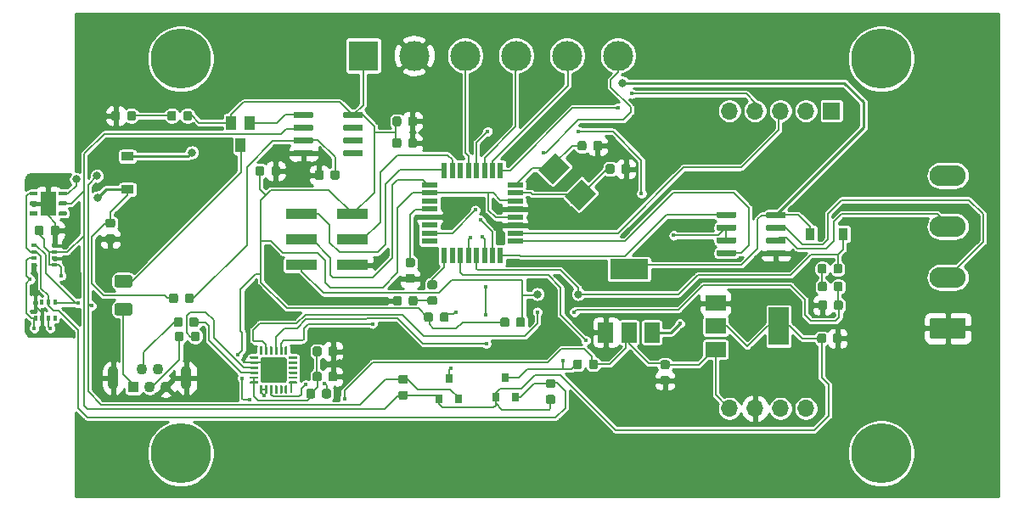
<source format=gbr>
G04 #@! TF.GenerationSoftware,KiCad,Pcbnew,(5.1.5)-3*
G04 #@! TF.CreationDate,2020-12-20T12:51:41+00:00*
G04 #@! TF.ProjectId,sensor_node_PCB,73656e73-6f72-45f6-9e6f-64655f504342,rev?*
G04 #@! TF.SameCoordinates,Original*
G04 #@! TF.FileFunction,Copper,L1,Top*
G04 #@! TF.FilePolarity,Positive*
%FSLAX46Y46*%
G04 Gerber Fmt 4.6, Leading zero omitted, Abs format (unit mm)*
G04 Created by KiCad (PCBNEW (5.1.5)-3) date 2020-12-20 12:51:41*
%MOMM*%
%LPD*%
G04 APERTURE LIST*
%ADD10R,1.700000X1.700000*%
%ADD11O,1.700000X1.700000*%
%ADD12C,0.100000*%
%ADD13R,1.500000X2.400000*%
%ADD14R,0.500000X0.350000*%
%ADD15C,6.000000*%
%ADD16R,1.600000X0.550000*%
%ADD17R,0.550000X1.600000*%
%ADD18R,1.200000X0.900000*%
%ADD19R,0.900000X1.200000*%
%ADD20R,3.150000X1.000000*%
%ADD21O,3.600000X2.080000*%
%ADD22R,1.000000X1.400000*%
%ADD23R,0.800000X0.900000*%
%ADD24R,3.800000X2.000000*%
%ADD25R,1.500000X2.000000*%
%ADD26R,2.000000X1.500000*%
%ADD27R,2.000000X3.800000*%
%ADD28R,1.100000X1.100000*%
%ADD29C,1.100000*%
%ADD30O,1.100000X2.400000*%
%ADD31R,0.350000X0.500000*%
%ADD32C,3.000000*%
%ADD33R,3.000000X3.000000*%
%ADD34C,0.800000*%
%ADD35C,0.450000*%
%ADD36C,0.127000*%
%ADD37C,0.250000*%
%ADD38C,0.254000*%
G04 APERTURE END LIST*
D10*
X183000000Y-94100000D03*
D11*
X180460000Y-94100000D03*
X177920000Y-94100000D03*
X175380000Y-94100000D03*
X172840000Y-94100000D03*
X180460000Y-123800000D03*
X172840000Y-123800000D03*
X177920000Y-123800000D03*
X175380000Y-123800000D03*
G04 #@! TA.AperFunction,SMDPad,CuDef*
D12*
G36*
X103759802Y-102150482D02*
G01*
X103769509Y-102151921D01*
X103779028Y-102154306D01*
X103788268Y-102157612D01*
X103797140Y-102161808D01*
X103805557Y-102166853D01*
X103813439Y-102172699D01*
X103820711Y-102179289D01*
X103827301Y-102186561D01*
X103833147Y-102194443D01*
X103838192Y-102202860D01*
X103842388Y-102211732D01*
X103845694Y-102220972D01*
X103848079Y-102230491D01*
X103849518Y-102240198D01*
X103850000Y-102250000D01*
X103850000Y-102450000D01*
X103849518Y-102459802D01*
X103848079Y-102469509D01*
X103845694Y-102479028D01*
X103842388Y-102488268D01*
X103838192Y-102497140D01*
X103833147Y-102505557D01*
X103827301Y-102513439D01*
X103820711Y-102520711D01*
X103813439Y-102527301D01*
X103805557Y-102533147D01*
X103797140Y-102538192D01*
X103788268Y-102542388D01*
X103779028Y-102545694D01*
X103769509Y-102548079D01*
X103759802Y-102549518D01*
X103750000Y-102550000D01*
X103150000Y-102550000D01*
X103140198Y-102549518D01*
X103130491Y-102548079D01*
X103120972Y-102545694D01*
X103111732Y-102542388D01*
X103102860Y-102538192D01*
X103094443Y-102533147D01*
X103086561Y-102527301D01*
X103079289Y-102520711D01*
X103072699Y-102513439D01*
X103066853Y-102505557D01*
X103061808Y-102497140D01*
X103057612Y-102488268D01*
X103054306Y-102479028D01*
X103051921Y-102469509D01*
X103050482Y-102459802D01*
X103050000Y-102450000D01*
X103050000Y-102250000D01*
X103050482Y-102240198D01*
X103051921Y-102230491D01*
X103054306Y-102220972D01*
X103057612Y-102211732D01*
X103061808Y-102202860D01*
X103066853Y-102194443D01*
X103072699Y-102186561D01*
X103079289Y-102179289D01*
X103086561Y-102172699D01*
X103094443Y-102166853D01*
X103102860Y-102161808D01*
X103111732Y-102157612D01*
X103120972Y-102154306D01*
X103130491Y-102151921D01*
X103140198Y-102150482D01*
X103150000Y-102150000D01*
X103750000Y-102150000D01*
X103759802Y-102150482D01*
G37*
G04 #@! TD.AperFunction*
G04 #@! TA.AperFunction,SMDPad,CuDef*
G36*
X103759802Y-103150482D02*
G01*
X103769509Y-103151921D01*
X103779028Y-103154306D01*
X103788268Y-103157612D01*
X103797140Y-103161808D01*
X103805557Y-103166853D01*
X103813439Y-103172699D01*
X103820711Y-103179289D01*
X103827301Y-103186561D01*
X103833147Y-103194443D01*
X103838192Y-103202860D01*
X103842388Y-103211732D01*
X103845694Y-103220972D01*
X103848079Y-103230491D01*
X103849518Y-103240198D01*
X103850000Y-103250000D01*
X103850000Y-103450000D01*
X103849518Y-103459802D01*
X103848079Y-103469509D01*
X103845694Y-103479028D01*
X103842388Y-103488268D01*
X103838192Y-103497140D01*
X103833147Y-103505557D01*
X103827301Y-103513439D01*
X103820711Y-103520711D01*
X103813439Y-103527301D01*
X103805557Y-103533147D01*
X103797140Y-103538192D01*
X103788268Y-103542388D01*
X103779028Y-103545694D01*
X103769509Y-103548079D01*
X103759802Y-103549518D01*
X103750000Y-103550000D01*
X103150000Y-103550000D01*
X103140198Y-103549518D01*
X103130491Y-103548079D01*
X103120972Y-103545694D01*
X103111732Y-103542388D01*
X103102860Y-103538192D01*
X103094443Y-103533147D01*
X103086561Y-103527301D01*
X103079289Y-103520711D01*
X103072699Y-103513439D01*
X103066853Y-103505557D01*
X103061808Y-103497140D01*
X103057612Y-103488268D01*
X103054306Y-103479028D01*
X103051921Y-103469509D01*
X103050482Y-103459802D01*
X103050000Y-103450000D01*
X103050000Y-103250000D01*
X103050482Y-103240198D01*
X103051921Y-103230491D01*
X103054306Y-103220972D01*
X103057612Y-103211732D01*
X103061808Y-103202860D01*
X103066853Y-103194443D01*
X103072699Y-103186561D01*
X103079289Y-103179289D01*
X103086561Y-103172699D01*
X103094443Y-103166853D01*
X103102860Y-103161808D01*
X103111732Y-103157612D01*
X103120972Y-103154306D01*
X103130491Y-103151921D01*
X103140198Y-103150482D01*
X103150000Y-103150000D01*
X103750000Y-103150000D01*
X103759802Y-103150482D01*
G37*
G04 #@! TD.AperFunction*
G04 #@! TA.AperFunction,SMDPad,CuDef*
G36*
X103759802Y-104150482D02*
G01*
X103769509Y-104151921D01*
X103779028Y-104154306D01*
X103788268Y-104157612D01*
X103797140Y-104161808D01*
X103805557Y-104166853D01*
X103813439Y-104172699D01*
X103820711Y-104179289D01*
X103827301Y-104186561D01*
X103833147Y-104194443D01*
X103838192Y-104202860D01*
X103842388Y-104211732D01*
X103845694Y-104220972D01*
X103848079Y-104230491D01*
X103849518Y-104240198D01*
X103850000Y-104250000D01*
X103850000Y-104450000D01*
X103849518Y-104459802D01*
X103848079Y-104469509D01*
X103845694Y-104479028D01*
X103842388Y-104488268D01*
X103838192Y-104497140D01*
X103833147Y-104505557D01*
X103827301Y-104513439D01*
X103820711Y-104520711D01*
X103813439Y-104527301D01*
X103805557Y-104533147D01*
X103797140Y-104538192D01*
X103788268Y-104542388D01*
X103779028Y-104545694D01*
X103769509Y-104548079D01*
X103759802Y-104549518D01*
X103750000Y-104550000D01*
X103150000Y-104550000D01*
X103140198Y-104549518D01*
X103130491Y-104548079D01*
X103120972Y-104545694D01*
X103111732Y-104542388D01*
X103102860Y-104538192D01*
X103094443Y-104533147D01*
X103086561Y-104527301D01*
X103079289Y-104520711D01*
X103072699Y-104513439D01*
X103066853Y-104505557D01*
X103061808Y-104497140D01*
X103057612Y-104488268D01*
X103054306Y-104479028D01*
X103051921Y-104469509D01*
X103050482Y-104459802D01*
X103050000Y-104450000D01*
X103050000Y-104250000D01*
X103050482Y-104240198D01*
X103051921Y-104230491D01*
X103054306Y-104220972D01*
X103057612Y-104211732D01*
X103061808Y-104202860D01*
X103066853Y-104194443D01*
X103072699Y-104186561D01*
X103079289Y-104179289D01*
X103086561Y-104172699D01*
X103094443Y-104166853D01*
X103102860Y-104161808D01*
X103111732Y-104157612D01*
X103120972Y-104154306D01*
X103130491Y-104151921D01*
X103140198Y-104150482D01*
X103150000Y-104150000D01*
X103750000Y-104150000D01*
X103759802Y-104150482D01*
G37*
G04 #@! TD.AperFunction*
G04 #@! TA.AperFunction,SMDPad,CuDef*
G36*
X106659802Y-104150482D02*
G01*
X106669509Y-104151921D01*
X106679028Y-104154306D01*
X106688268Y-104157612D01*
X106697140Y-104161808D01*
X106705557Y-104166853D01*
X106713439Y-104172699D01*
X106720711Y-104179289D01*
X106727301Y-104186561D01*
X106733147Y-104194443D01*
X106738192Y-104202860D01*
X106742388Y-104211732D01*
X106745694Y-104220972D01*
X106748079Y-104230491D01*
X106749518Y-104240198D01*
X106750000Y-104250000D01*
X106750000Y-104450000D01*
X106749518Y-104459802D01*
X106748079Y-104469509D01*
X106745694Y-104479028D01*
X106742388Y-104488268D01*
X106738192Y-104497140D01*
X106733147Y-104505557D01*
X106727301Y-104513439D01*
X106720711Y-104520711D01*
X106713439Y-104527301D01*
X106705557Y-104533147D01*
X106697140Y-104538192D01*
X106688268Y-104542388D01*
X106679028Y-104545694D01*
X106669509Y-104548079D01*
X106659802Y-104549518D01*
X106650000Y-104550000D01*
X106050000Y-104550000D01*
X106040198Y-104549518D01*
X106030491Y-104548079D01*
X106020972Y-104545694D01*
X106011732Y-104542388D01*
X106002860Y-104538192D01*
X105994443Y-104533147D01*
X105986561Y-104527301D01*
X105979289Y-104520711D01*
X105972699Y-104513439D01*
X105966853Y-104505557D01*
X105961808Y-104497140D01*
X105957612Y-104488268D01*
X105954306Y-104479028D01*
X105951921Y-104469509D01*
X105950482Y-104459802D01*
X105950000Y-104450000D01*
X105950000Y-104250000D01*
X105950482Y-104240198D01*
X105951921Y-104230491D01*
X105954306Y-104220972D01*
X105957612Y-104211732D01*
X105961808Y-104202860D01*
X105966853Y-104194443D01*
X105972699Y-104186561D01*
X105979289Y-104179289D01*
X105986561Y-104172699D01*
X105994443Y-104166853D01*
X106002860Y-104161808D01*
X106011732Y-104157612D01*
X106020972Y-104154306D01*
X106030491Y-104151921D01*
X106040198Y-104150482D01*
X106050000Y-104150000D01*
X106650000Y-104150000D01*
X106659802Y-104150482D01*
G37*
G04 #@! TD.AperFunction*
G04 #@! TA.AperFunction,SMDPad,CuDef*
G36*
X106659802Y-103150482D02*
G01*
X106669509Y-103151921D01*
X106679028Y-103154306D01*
X106688268Y-103157612D01*
X106697140Y-103161808D01*
X106705557Y-103166853D01*
X106713439Y-103172699D01*
X106720711Y-103179289D01*
X106727301Y-103186561D01*
X106733147Y-103194443D01*
X106738192Y-103202860D01*
X106742388Y-103211732D01*
X106745694Y-103220972D01*
X106748079Y-103230491D01*
X106749518Y-103240198D01*
X106750000Y-103250000D01*
X106750000Y-103450000D01*
X106749518Y-103459802D01*
X106748079Y-103469509D01*
X106745694Y-103479028D01*
X106742388Y-103488268D01*
X106738192Y-103497140D01*
X106733147Y-103505557D01*
X106727301Y-103513439D01*
X106720711Y-103520711D01*
X106713439Y-103527301D01*
X106705557Y-103533147D01*
X106697140Y-103538192D01*
X106688268Y-103542388D01*
X106679028Y-103545694D01*
X106669509Y-103548079D01*
X106659802Y-103549518D01*
X106650000Y-103550000D01*
X106050000Y-103550000D01*
X106040198Y-103549518D01*
X106030491Y-103548079D01*
X106020972Y-103545694D01*
X106011732Y-103542388D01*
X106002860Y-103538192D01*
X105994443Y-103533147D01*
X105986561Y-103527301D01*
X105979289Y-103520711D01*
X105972699Y-103513439D01*
X105966853Y-103505557D01*
X105961808Y-103497140D01*
X105957612Y-103488268D01*
X105954306Y-103479028D01*
X105951921Y-103469509D01*
X105950482Y-103459802D01*
X105950000Y-103450000D01*
X105950000Y-103250000D01*
X105950482Y-103240198D01*
X105951921Y-103230491D01*
X105954306Y-103220972D01*
X105957612Y-103211732D01*
X105961808Y-103202860D01*
X105966853Y-103194443D01*
X105972699Y-103186561D01*
X105979289Y-103179289D01*
X105986561Y-103172699D01*
X105994443Y-103166853D01*
X106002860Y-103161808D01*
X106011732Y-103157612D01*
X106020972Y-103154306D01*
X106030491Y-103151921D01*
X106040198Y-103150482D01*
X106050000Y-103150000D01*
X106650000Y-103150000D01*
X106659802Y-103150482D01*
G37*
G04 #@! TD.AperFunction*
G04 #@! TA.AperFunction,SMDPad,CuDef*
G36*
X106659802Y-102150482D02*
G01*
X106669509Y-102151921D01*
X106679028Y-102154306D01*
X106688268Y-102157612D01*
X106697140Y-102161808D01*
X106705557Y-102166853D01*
X106713439Y-102172699D01*
X106720711Y-102179289D01*
X106727301Y-102186561D01*
X106733147Y-102194443D01*
X106738192Y-102202860D01*
X106742388Y-102211732D01*
X106745694Y-102220972D01*
X106748079Y-102230491D01*
X106749518Y-102240198D01*
X106750000Y-102250000D01*
X106750000Y-102450000D01*
X106749518Y-102459802D01*
X106748079Y-102469509D01*
X106745694Y-102479028D01*
X106742388Y-102488268D01*
X106738192Y-102497140D01*
X106733147Y-102505557D01*
X106727301Y-102513439D01*
X106720711Y-102520711D01*
X106713439Y-102527301D01*
X106705557Y-102533147D01*
X106697140Y-102538192D01*
X106688268Y-102542388D01*
X106679028Y-102545694D01*
X106669509Y-102548079D01*
X106659802Y-102549518D01*
X106650000Y-102550000D01*
X106050000Y-102550000D01*
X106040198Y-102549518D01*
X106030491Y-102548079D01*
X106020972Y-102545694D01*
X106011732Y-102542388D01*
X106002860Y-102538192D01*
X105994443Y-102533147D01*
X105986561Y-102527301D01*
X105979289Y-102520711D01*
X105972699Y-102513439D01*
X105966853Y-102505557D01*
X105961808Y-102497140D01*
X105957612Y-102488268D01*
X105954306Y-102479028D01*
X105951921Y-102469509D01*
X105950482Y-102459802D01*
X105950000Y-102450000D01*
X105950000Y-102250000D01*
X105950482Y-102240198D01*
X105951921Y-102230491D01*
X105954306Y-102220972D01*
X105957612Y-102211732D01*
X105961808Y-102202860D01*
X105966853Y-102194443D01*
X105972699Y-102186561D01*
X105979289Y-102179289D01*
X105986561Y-102172699D01*
X105994443Y-102166853D01*
X106002860Y-102161808D01*
X106011732Y-102157612D01*
X106020972Y-102154306D01*
X106030491Y-102151921D01*
X106040198Y-102150482D01*
X106050000Y-102150000D01*
X106650000Y-102150000D01*
X106659802Y-102150482D01*
G37*
G04 #@! TD.AperFunction*
D13*
X104900000Y-103350000D03*
D14*
X103475000Y-107525000D03*
X103475000Y-108175000D03*
X103475000Y-108825000D03*
X103475000Y-109475000D03*
X105525000Y-109475000D03*
X105525000Y-108825000D03*
X105525000Y-108175000D03*
X105525000Y-107525000D03*
D15*
X118110000Y-128270000D03*
X187960000Y-128270000D03*
X187960000Y-88900000D03*
X118110000Y-88900000D03*
D16*
X151450000Y-107100000D03*
X151450000Y-106300000D03*
X151450000Y-105500000D03*
X151450000Y-104700000D03*
X151450000Y-103900000D03*
X151450000Y-103100000D03*
X151450000Y-102300000D03*
X151450000Y-101500000D03*
D17*
X150000000Y-100050000D03*
X149200000Y-100050000D03*
X148400000Y-100050000D03*
X147600000Y-100050000D03*
X146800000Y-100050000D03*
X146000000Y-100050000D03*
X145200000Y-100050000D03*
X144400000Y-100050000D03*
D16*
X142950000Y-101500000D03*
X142950000Y-102300000D03*
X142950000Y-103100000D03*
X142950000Y-103900000D03*
X142950000Y-104700000D03*
X142950000Y-105500000D03*
X142950000Y-106300000D03*
X142950000Y-107100000D03*
D17*
X144400000Y-108550000D03*
X145200000Y-108550000D03*
X146000000Y-108550000D03*
X146800000Y-108550000D03*
X147600000Y-108550000D03*
X148400000Y-108550000D03*
X149200000Y-108550000D03*
X150000000Y-108550000D03*
G04 #@! TA.AperFunction,SMDPad,CuDef*
D12*
G36*
X139907691Y-94677053D02*
G01*
X139928926Y-94680203D01*
X139949750Y-94685419D01*
X139969962Y-94692651D01*
X139989368Y-94701830D01*
X140007781Y-94712866D01*
X140025024Y-94725654D01*
X140040930Y-94740070D01*
X140055346Y-94755976D01*
X140068134Y-94773219D01*
X140079170Y-94791632D01*
X140088349Y-94811038D01*
X140095581Y-94831250D01*
X140100797Y-94852074D01*
X140103947Y-94873309D01*
X140105000Y-94894750D01*
X140105000Y-95407250D01*
X140103947Y-95428691D01*
X140100797Y-95449926D01*
X140095581Y-95470750D01*
X140088349Y-95490962D01*
X140079170Y-95510368D01*
X140068134Y-95528781D01*
X140055346Y-95546024D01*
X140040930Y-95561930D01*
X140025024Y-95576346D01*
X140007781Y-95589134D01*
X139989368Y-95600170D01*
X139969962Y-95609349D01*
X139949750Y-95616581D01*
X139928926Y-95621797D01*
X139907691Y-95624947D01*
X139886250Y-95626000D01*
X139448750Y-95626000D01*
X139427309Y-95624947D01*
X139406074Y-95621797D01*
X139385250Y-95616581D01*
X139365038Y-95609349D01*
X139345632Y-95600170D01*
X139327219Y-95589134D01*
X139309976Y-95576346D01*
X139294070Y-95561930D01*
X139279654Y-95546024D01*
X139266866Y-95528781D01*
X139255830Y-95510368D01*
X139246651Y-95490962D01*
X139239419Y-95470750D01*
X139234203Y-95449926D01*
X139231053Y-95428691D01*
X139230000Y-95407250D01*
X139230000Y-94894750D01*
X139231053Y-94873309D01*
X139234203Y-94852074D01*
X139239419Y-94831250D01*
X139246651Y-94811038D01*
X139255830Y-94791632D01*
X139266866Y-94773219D01*
X139279654Y-94755976D01*
X139294070Y-94740070D01*
X139309976Y-94725654D01*
X139327219Y-94712866D01*
X139345632Y-94701830D01*
X139365038Y-94692651D01*
X139385250Y-94685419D01*
X139406074Y-94680203D01*
X139427309Y-94677053D01*
X139448750Y-94676000D01*
X139886250Y-94676000D01*
X139907691Y-94677053D01*
G37*
G04 #@! TD.AperFunction*
G04 #@! TA.AperFunction,SMDPad,CuDef*
G36*
X141482691Y-94677053D02*
G01*
X141503926Y-94680203D01*
X141524750Y-94685419D01*
X141544962Y-94692651D01*
X141564368Y-94701830D01*
X141582781Y-94712866D01*
X141600024Y-94725654D01*
X141615930Y-94740070D01*
X141630346Y-94755976D01*
X141643134Y-94773219D01*
X141654170Y-94791632D01*
X141663349Y-94811038D01*
X141670581Y-94831250D01*
X141675797Y-94852074D01*
X141678947Y-94873309D01*
X141680000Y-94894750D01*
X141680000Y-95407250D01*
X141678947Y-95428691D01*
X141675797Y-95449926D01*
X141670581Y-95470750D01*
X141663349Y-95490962D01*
X141654170Y-95510368D01*
X141643134Y-95528781D01*
X141630346Y-95546024D01*
X141615930Y-95561930D01*
X141600024Y-95576346D01*
X141582781Y-95589134D01*
X141564368Y-95600170D01*
X141544962Y-95609349D01*
X141524750Y-95616581D01*
X141503926Y-95621797D01*
X141482691Y-95624947D01*
X141461250Y-95626000D01*
X141023750Y-95626000D01*
X141002309Y-95624947D01*
X140981074Y-95621797D01*
X140960250Y-95616581D01*
X140940038Y-95609349D01*
X140920632Y-95600170D01*
X140902219Y-95589134D01*
X140884976Y-95576346D01*
X140869070Y-95561930D01*
X140854654Y-95546024D01*
X140841866Y-95528781D01*
X140830830Y-95510368D01*
X140821651Y-95490962D01*
X140814419Y-95470750D01*
X140809203Y-95449926D01*
X140806053Y-95428691D01*
X140805000Y-95407250D01*
X140805000Y-94894750D01*
X140806053Y-94873309D01*
X140809203Y-94852074D01*
X140814419Y-94831250D01*
X140821651Y-94811038D01*
X140830830Y-94791632D01*
X140841866Y-94773219D01*
X140854654Y-94755976D01*
X140869070Y-94740070D01*
X140884976Y-94725654D01*
X140902219Y-94712866D01*
X140920632Y-94701830D01*
X140940038Y-94692651D01*
X140960250Y-94685419D01*
X140981074Y-94680203D01*
X141002309Y-94677053D01*
X141023750Y-94676000D01*
X141461250Y-94676000D01*
X141482691Y-94677053D01*
G37*
G04 #@! TD.AperFunction*
G04 #@! TA.AperFunction,SMDPad,CuDef*
G36*
X111377691Y-106438553D02*
G01*
X111398926Y-106441703D01*
X111419750Y-106446919D01*
X111439962Y-106454151D01*
X111459368Y-106463330D01*
X111477781Y-106474366D01*
X111495024Y-106487154D01*
X111510930Y-106501570D01*
X111525346Y-106517476D01*
X111538134Y-106534719D01*
X111549170Y-106553132D01*
X111558349Y-106572538D01*
X111565581Y-106592750D01*
X111570797Y-106613574D01*
X111573947Y-106634809D01*
X111575000Y-106656250D01*
X111575000Y-107093750D01*
X111573947Y-107115191D01*
X111570797Y-107136426D01*
X111565581Y-107157250D01*
X111558349Y-107177462D01*
X111549170Y-107196868D01*
X111538134Y-107215281D01*
X111525346Y-107232524D01*
X111510930Y-107248430D01*
X111495024Y-107262846D01*
X111477781Y-107275634D01*
X111459368Y-107286670D01*
X111439962Y-107295849D01*
X111419750Y-107303081D01*
X111398926Y-107308297D01*
X111377691Y-107311447D01*
X111356250Y-107312500D01*
X110843750Y-107312500D01*
X110822309Y-107311447D01*
X110801074Y-107308297D01*
X110780250Y-107303081D01*
X110760038Y-107295849D01*
X110740632Y-107286670D01*
X110722219Y-107275634D01*
X110704976Y-107262846D01*
X110689070Y-107248430D01*
X110674654Y-107232524D01*
X110661866Y-107215281D01*
X110650830Y-107196868D01*
X110641651Y-107177462D01*
X110634419Y-107157250D01*
X110629203Y-107136426D01*
X110626053Y-107115191D01*
X110625000Y-107093750D01*
X110625000Y-106656250D01*
X110626053Y-106634809D01*
X110629203Y-106613574D01*
X110634419Y-106592750D01*
X110641651Y-106572538D01*
X110650830Y-106553132D01*
X110661866Y-106534719D01*
X110674654Y-106517476D01*
X110689070Y-106501570D01*
X110704976Y-106487154D01*
X110722219Y-106474366D01*
X110740632Y-106463330D01*
X110760038Y-106454151D01*
X110780250Y-106446919D01*
X110801074Y-106441703D01*
X110822309Y-106438553D01*
X110843750Y-106437500D01*
X111356250Y-106437500D01*
X111377691Y-106438553D01*
G37*
G04 #@! TD.AperFunction*
G04 #@! TA.AperFunction,SMDPad,CuDef*
G36*
X111377691Y-104863553D02*
G01*
X111398926Y-104866703D01*
X111419750Y-104871919D01*
X111439962Y-104879151D01*
X111459368Y-104888330D01*
X111477781Y-104899366D01*
X111495024Y-104912154D01*
X111510930Y-104926570D01*
X111525346Y-104942476D01*
X111538134Y-104959719D01*
X111549170Y-104978132D01*
X111558349Y-104997538D01*
X111565581Y-105017750D01*
X111570797Y-105038574D01*
X111573947Y-105059809D01*
X111575000Y-105081250D01*
X111575000Y-105518750D01*
X111573947Y-105540191D01*
X111570797Y-105561426D01*
X111565581Y-105582250D01*
X111558349Y-105602462D01*
X111549170Y-105621868D01*
X111538134Y-105640281D01*
X111525346Y-105657524D01*
X111510930Y-105673430D01*
X111495024Y-105687846D01*
X111477781Y-105700634D01*
X111459368Y-105711670D01*
X111439962Y-105720849D01*
X111419750Y-105728081D01*
X111398926Y-105733297D01*
X111377691Y-105736447D01*
X111356250Y-105737500D01*
X110843750Y-105737500D01*
X110822309Y-105736447D01*
X110801074Y-105733297D01*
X110780250Y-105728081D01*
X110760038Y-105720849D01*
X110740632Y-105711670D01*
X110722219Y-105700634D01*
X110704976Y-105687846D01*
X110689070Y-105673430D01*
X110674654Y-105657524D01*
X110661866Y-105640281D01*
X110650830Y-105621868D01*
X110641651Y-105602462D01*
X110634419Y-105582250D01*
X110629203Y-105561426D01*
X110626053Y-105540191D01*
X110625000Y-105518750D01*
X110625000Y-105081250D01*
X110626053Y-105059809D01*
X110629203Y-105038574D01*
X110634419Y-105017750D01*
X110641651Y-104997538D01*
X110650830Y-104978132D01*
X110661866Y-104959719D01*
X110674654Y-104942476D01*
X110689070Y-104926570D01*
X110704976Y-104912154D01*
X110722219Y-104899366D01*
X110740632Y-104888330D01*
X110760038Y-104879151D01*
X110780250Y-104871919D01*
X110801074Y-104866703D01*
X110822309Y-104863553D01*
X110843750Y-104862500D01*
X111356250Y-104862500D01*
X111377691Y-104863553D01*
G37*
G04 #@! TD.AperFunction*
G04 #@! TA.AperFunction,SMDPad,CuDef*
G36*
X139907691Y-96836053D02*
G01*
X139928926Y-96839203D01*
X139949750Y-96844419D01*
X139969962Y-96851651D01*
X139989368Y-96860830D01*
X140007781Y-96871866D01*
X140025024Y-96884654D01*
X140040930Y-96899070D01*
X140055346Y-96914976D01*
X140068134Y-96932219D01*
X140079170Y-96950632D01*
X140088349Y-96970038D01*
X140095581Y-96990250D01*
X140100797Y-97011074D01*
X140103947Y-97032309D01*
X140105000Y-97053750D01*
X140105000Y-97566250D01*
X140103947Y-97587691D01*
X140100797Y-97608926D01*
X140095581Y-97629750D01*
X140088349Y-97649962D01*
X140079170Y-97669368D01*
X140068134Y-97687781D01*
X140055346Y-97705024D01*
X140040930Y-97720930D01*
X140025024Y-97735346D01*
X140007781Y-97748134D01*
X139989368Y-97759170D01*
X139969962Y-97768349D01*
X139949750Y-97775581D01*
X139928926Y-97780797D01*
X139907691Y-97783947D01*
X139886250Y-97785000D01*
X139448750Y-97785000D01*
X139427309Y-97783947D01*
X139406074Y-97780797D01*
X139385250Y-97775581D01*
X139365038Y-97768349D01*
X139345632Y-97759170D01*
X139327219Y-97748134D01*
X139309976Y-97735346D01*
X139294070Y-97720930D01*
X139279654Y-97705024D01*
X139266866Y-97687781D01*
X139255830Y-97669368D01*
X139246651Y-97649962D01*
X139239419Y-97629750D01*
X139234203Y-97608926D01*
X139231053Y-97587691D01*
X139230000Y-97566250D01*
X139230000Y-97053750D01*
X139231053Y-97032309D01*
X139234203Y-97011074D01*
X139239419Y-96990250D01*
X139246651Y-96970038D01*
X139255830Y-96950632D01*
X139266866Y-96932219D01*
X139279654Y-96914976D01*
X139294070Y-96899070D01*
X139309976Y-96884654D01*
X139327219Y-96871866D01*
X139345632Y-96860830D01*
X139365038Y-96851651D01*
X139385250Y-96844419D01*
X139406074Y-96839203D01*
X139427309Y-96836053D01*
X139448750Y-96835000D01*
X139886250Y-96835000D01*
X139907691Y-96836053D01*
G37*
G04 #@! TD.AperFunction*
G04 #@! TA.AperFunction,SMDPad,CuDef*
G36*
X141482691Y-96836053D02*
G01*
X141503926Y-96839203D01*
X141524750Y-96844419D01*
X141544962Y-96851651D01*
X141564368Y-96860830D01*
X141582781Y-96871866D01*
X141600024Y-96884654D01*
X141615930Y-96899070D01*
X141630346Y-96914976D01*
X141643134Y-96932219D01*
X141654170Y-96950632D01*
X141663349Y-96970038D01*
X141670581Y-96990250D01*
X141675797Y-97011074D01*
X141678947Y-97032309D01*
X141680000Y-97053750D01*
X141680000Y-97566250D01*
X141678947Y-97587691D01*
X141675797Y-97608926D01*
X141670581Y-97629750D01*
X141663349Y-97649962D01*
X141654170Y-97669368D01*
X141643134Y-97687781D01*
X141630346Y-97705024D01*
X141615930Y-97720930D01*
X141600024Y-97735346D01*
X141582781Y-97748134D01*
X141564368Y-97759170D01*
X141544962Y-97768349D01*
X141524750Y-97775581D01*
X141503926Y-97780797D01*
X141482691Y-97783947D01*
X141461250Y-97785000D01*
X141023750Y-97785000D01*
X141002309Y-97783947D01*
X140981074Y-97780797D01*
X140960250Y-97775581D01*
X140940038Y-97768349D01*
X140920632Y-97759170D01*
X140902219Y-97748134D01*
X140884976Y-97735346D01*
X140869070Y-97720930D01*
X140854654Y-97705024D01*
X140841866Y-97687781D01*
X140830830Y-97669368D01*
X140821651Y-97649962D01*
X140814419Y-97629750D01*
X140809203Y-97608926D01*
X140806053Y-97587691D01*
X140805000Y-97566250D01*
X140805000Y-97053750D01*
X140806053Y-97032309D01*
X140809203Y-97011074D01*
X140814419Y-96990250D01*
X140821651Y-96970038D01*
X140830830Y-96950632D01*
X140841866Y-96932219D01*
X140854654Y-96914976D01*
X140869070Y-96899070D01*
X140884976Y-96884654D01*
X140902219Y-96871866D01*
X140920632Y-96860830D01*
X140940038Y-96851651D01*
X140960250Y-96844419D01*
X140981074Y-96839203D01*
X141002309Y-96836053D01*
X141023750Y-96835000D01*
X141461250Y-96835000D01*
X141482691Y-96836053D01*
G37*
G04 #@! TD.AperFunction*
G04 #@! TA.AperFunction,SMDPad,CuDef*
G36*
X127840191Y-99626053D02*
G01*
X127861426Y-99629203D01*
X127882250Y-99634419D01*
X127902462Y-99641651D01*
X127921868Y-99650830D01*
X127940281Y-99661866D01*
X127957524Y-99674654D01*
X127973430Y-99689070D01*
X127987846Y-99704976D01*
X128000634Y-99722219D01*
X128011670Y-99740632D01*
X128020849Y-99760038D01*
X128028081Y-99780250D01*
X128033297Y-99801074D01*
X128036447Y-99822309D01*
X128037500Y-99843750D01*
X128037500Y-100356250D01*
X128036447Y-100377691D01*
X128033297Y-100398926D01*
X128028081Y-100419750D01*
X128020849Y-100439962D01*
X128011670Y-100459368D01*
X128000634Y-100477781D01*
X127987846Y-100495024D01*
X127973430Y-100510930D01*
X127957524Y-100525346D01*
X127940281Y-100538134D01*
X127921868Y-100549170D01*
X127902462Y-100558349D01*
X127882250Y-100565581D01*
X127861426Y-100570797D01*
X127840191Y-100573947D01*
X127818750Y-100575000D01*
X127381250Y-100575000D01*
X127359809Y-100573947D01*
X127338574Y-100570797D01*
X127317750Y-100565581D01*
X127297538Y-100558349D01*
X127278132Y-100549170D01*
X127259719Y-100538134D01*
X127242476Y-100525346D01*
X127226570Y-100510930D01*
X127212154Y-100495024D01*
X127199366Y-100477781D01*
X127188330Y-100459368D01*
X127179151Y-100439962D01*
X127171919Y-100419750D01*
X127166703Y-100398926D01*
X127163553Y-100377691D01*
X127162500Y-100356250D01*
X127162500Y-99843750D01*
X127163553Y-99822309D01*
X127166703Y-99801074D01*
X127171919Y-99780250D01*
X127179151Y-99760038D01*
X127188330Y-99740632D01*
X127199366Y-99722219D01*
X127212154Y-99704976D01*
X127226570Y-99689070D01*
X127242476Y-99674654D01*
X127259719Y-99661866D01*
X127278132Y-99650830D01*
X127297538Y-99641651D01*
X127317750Y-99634419D01*
X127338574Y-99629203D01*
X127359809Y-99626053D01*
X127381250Y-99625000D01*
X127818750Y-99625000D01*
X127840191Y-99626053D01*
G37*
G04 #@! TD.AperFunction*
G04 #@! TA.AperFunction,SMDPad,CuDef*
G36*
X126265191Y-99626053D02*
G01*
X126286426Y-99629203D01*
X126307250Y-99634419D01*
X126327462Y-99641651D01*
X126346868Y-99650830D01*
X126365281Y-99661866D01*
X126382524Y-99674654D01*
X126398430Y-99689070D01*
X126412846Y-99704976D01*
X126425634Y-99722219D01*
X126436670Y-99740632D01*
X126445849Y-99760038D01*
X126453081Y-99780250D01*
X126458297Y-99801074D01*
X126461447Y-99822309D01*
X126462500Y-99843750D01*
X126462500Y-100356250D01*
X126461447Y-100377691D01*
X126458297Y-100398926D01*
X126453081Y-100419750D01*
X126445849Y-100439962D01*
X126436670Y-100459368D01*
X126425634Y-100477781D01*
X126412846Y-100495024D01*
X126398430Y-100510930D01*
X126382524Y-100525346D01*
X126365281Y-100538134D01*
X126346868Y-100549170D01*
X126327462Y-100558349D01*
X126307250Y-100565581D01*
X126286426Y-100570797D01*
X126265191Y-100573947D01*
X126243750Y-100575000D01*
X125806250Y-100575000D01*
X125784809Y-100573947D01*
X125763574Y-100570797D01*
X125742750Y-100565581D01*
X125722538Y-100558349D01*
X125703132Y-100549170D01*
X125684719Y-100538134D01*
X125667476Y-100525346D01*
X125651570Y-100510930D01*
X125637154Y-100495024D01*
X125624366Y-100477781D01*
X125613330Y-100459368D01*
X125604151Y-100439962D01*
X125596919Y-100419750D01*
X125591703Y-100398926D01*
X125588553Y-100377691D01*
X125587500Y-100356250D01*
X125587500Y-99843750D01*
X125588553Y-99822309D01*
X125591703Y-99801074D01*
X125596919Y-99780250D01*
X125604151Y-99760038D01*
X125613330Y-99740632D01*
X125624366Y-99722219D01*
X125637154Y-99704976D01*
X125651570Y-99689070D01*
X125667476Y-99674654D01*
X125684719Y-99661866D01*
X125703132Y-99650830D01*
X125722538Y-99641651D01*
X125742750Y-99634419D01*
X125763574Y-99629203D01*
X125784809Y-99626053D01*
X125806250Y-99625000D01*
X126243750Y-99625000D01*
X126265191Y-99626053D01*
G37*
G04 #@! TD.AperFunction*
G04 #@! TA.AperFunction,SMDPad,CuDef*
G36*
X166677691Y-118988553D02*
G01*
X166698926Y-118991703D01*
X166719750Y-118996919D01*
X166739962Y-119004151D01*
X166759368Y-119013330D01*
X166777781Y-119024366D01*
X166795024Y-119037154D01*
X166810930Y-119051570D01*
X166825346Y-119067476D01*
X166838134Y-119084719D01*
X166849170Y-119103132D01*
X166858349Y-119122538D01*
X166865581Y-119142750D01*
X166870797Y-119163574D01*
X166873947Y-119184809D01*
X166875000Y-119206250D01*
X166875000Y-119643750D01*
X166873947Y-119665191D01*
X166870797Y-119686426D01*
X166865581Y-119707250D01*
X166858349Y-119727462D01*
X166849170Y-119746868D01*
X166838134Y-119765281D01*
X166825346Y-119782524D01*
X166810930Y-119798430D01*
X166795024Y-119812846D01*
X166777781Y-119825634D01*
X166759368Y-119836670D01*
X166739962Y-119845849D01*
X166719750Y-119853081D01*
X166698926Y-119858297D01*
X166677691Y-119861447D01*
X166656250Y-119862500D01*
X166143750Y-119862500D01*
X166122309Y-119861447D01*
X166101074Y-119858297D01*
X166080250Y-119853081D01*
X166060038Y-119845849D01*
X166040632Y-119836670D01*
X166022219Y-119825634D01*
X166004976Y-119812846D01*
X165989070Y-119798430D01*
X165974654Y-119782524D01*
X165961866Y-119765281D01*
X165950830Y-119746868D01*
X165941651Y-119727462D01*
X165934419Y-119707250D01*
X165929203Y-119686426D01*
X165926053Y-119665191D01*
X165925000Y-119643750D01*
X165925000Y-119206250D01*
X165926053Y-119184809D01*
X165929203Y-119163574D01*
X165934419Y-119142750D01*
X165941651Y-119122538D01*
X165950830Y-119103132D01*
X165961866Y-119084719D01*
X165974654Y-119067476D01*
X165989070Y-119051570D01*
X166004976Y-119037154D01*
X166022219Y-119024366D01*
X166040632Y-119013330D01*
X166060038Y-119004151D01*
X166080250Y-118996919D01*
X166101074Y-118991703D01*
X166122309Y-118988553D01*
X166143750Y-118987500D01*
X166656250Y-118987500D01*
X166677691Y-118988553D01*
G37*
G04 #@! TD.AperFunction*
G04 #@! TA.AperFunction,SMDPad,CuDef*
G36*
X166677691Y-120563553D02*
G01*
X166698926Y-120566703D01*
X166719750Y-120571919D01*
X166739962Y-120579151D01*
X166759368Y-120588330D01*
X166777781Y-120599366D01*
X166795024Y-120612154D01*
X166810930Y-120626570D01*
X166825346Y-120642476D01*
X166838134Y-120659719D01*
X166849170Y-120678132D01*
X166858349Y-120697538D01*
X166865581Y-120717750D01*
X166870797Y-120738574D01*
X166873947Y-120759809D01*
X166875000Y-120781250D01*
X166875000Y-121218750D01*
X166873947Y-121240191D01*
X166870797Y-121261426D01*
X166865581Y-121282250D01*
X166858349Y-121302462D01*
X166849170Y-121321868D01*
X166838134Y-121340281D01*
X166825346Y-121357524D01*
X166810930Y-121373430D01*
X166795024Y-121387846D01*
X166777781Y-121400634D01*
X166759368Y-121411670D01*
X166739962Y-121420849D01*
X166719750Y-121428081D01*
X166698926Y-121433297D01*
X166677691Y-121436447D01*
X166656250Y-121437500D01*
X166143750Y-121437500D01*
X166122309Y-121436447D01*
X166101074Y-121433297D01*
X166080250Y-121428081D01*
X166060038Y-121420849D01*
X166040632Y-121411670D01*
X166022219Y-121400634D01*
X166004976Y-121387846D01*
X165989070Y-121373430D01*
X165974654Y-121357524D01*
X165961866Y-121340281D01*
X165950830Y-121321868D01*
X165941651Y-121302462D01*
X165934419Y-121282250D01*
X165929203Y-121261426D01*
X165926053Y-121240191D01*
X165925000Y-121218750D01*
X165925000Y-120781250D01*
X165926053Y-120759809D01*
X165929203Y-120738574D01*
X165934419Y-120717750D01*
X165941651Y-120697538D01*
X165950830Y-120678132D01*
X165961866Y-120659719D01*
X165974654Y-120642476D01*
X165989070Y-120626570D01*
X166004976Y-120612154D01*
X166022219Y-120599366D01*
X166040632Y-120588330D01*
X166060038Y-120579151D01*
X166080250Y-120571919D01*
X166101074Y-120566703D01*
X166122309Y-120563553D01*
X166143750Y-120562500D01*
X166656250Y-120562500D01*
X166677691Y-120563553D01*
G37*
G04 #@! TD.AperFunction*
G04 #@! TA.AperFunction,SMDPad,CuDef*
G36*
X182265191Y-116326053D02*
G01*
X182286426Y-116329203D01*
X182307250Y-116334419D01*
X182327462Y-116341651D01*
X182346868Y-116350830D01*
X182365281Y-116361866D01*
X182382524Y-116374654D01*
X182398430Y-116389070D01*
X182412846Y-116404976D01*
X182425634Y-116422219D01*
X182436670Y-116440632D01*
X182445849Y-116460038D01*
X182453081Y-116480250D01*
X182458297Y-116501074D01*
X182461447Y-116522309D01*
X182462500Y-116543750D01*
X182462500Y-117056250D01*
X182461447Y-117077691D01*
X182458297Y-117098926D01*
X182453081Y-117119750D01*
X182445849Y-117139962D01*
X182436670Y-117159368D01*
X182425634Y-117177781D01*
X182412846Y-117195024D01*
X182398430Y-117210930D01*
X182382524Y-117225346D01*
X182365281Y-117238134D01*
X182346868Y-117249170D01*
X182327462Y-117258349D01*
X182307250Y-117265581D01*
X182286426Y-117270797D01*
X182265191Y-117273947D01*
X182243750Y-117275000D01*
X181806250Y-117275000D01*
X181784809Y-117273947D01*
X181763574Y-117270797D01*
X181742750Y-117265581D01*
X181722538Y-117258349D01*
X181703132Y-117249170D01*
X181684719Y-117238134D01*
X181667476Y-117225346D01*
X181651570Y-117210930D01*
X181637154Y-117195024D01*
X181624366Y-117177781D01*
X181613330Y-117159368D01*
X181604151Y-117139962D01*
X181596919Y-117119750D01*
X181591703Y-117098926D01*
X181588553Y-117077691D01*
X181587500Y-117056250D01*
X181587500Y-116543750D01*
X181588553Y-116522309D01*
X181591703Y-116501074D01*
X181596919Y-116480250D01*
X181604151Y-116460038D01*
X181613330Y-116440632D01*
X181624366Y-116422219D01*
X181637154Y-116404976D01*
X181651570Y-116389070D01*
X181667476Y-116374654D01*
X181684719Y-116361866D01*
X181703132Y-116350830D01*
X181722538Y-116341651D01*
X181742750Y-116334419D01*
X181763574Y-116329203D01*
X181784809Y-116326053D01*
X181806250Y-116325000D01*
X182243750Y-116325000D01*
X182265191Y-116326053D01*
G37*
G04 #@! TD.AperFunction*
G04 #@! TA.AperFunction,SMDPad,CuDef*
G36*
X183840191Y-116326053D02*
G01*
X183861426Y-116329203D01*
X183882250Y-116334419D01*
X183902462Y-116341651D01*
X183921868Y-116350830D01*
X183940281Y-116361866D01*
X183957524Y-116374654D01*
X183973430Y-116389070D01*
X183987846Y-116404976D01*
X184000634Y-116422219D01*
X184011670Y-116440632D01*
X184020849Y-116460038D01*
X184028081Y-116480250D01*
X184033297Y-116501074D01*
X184036447Y-116522309D01*
X184037500Y-116543750D01*
X184037500Y-117056250D01*
X184036447Y-117077691D01*
X184033297Y-117098926D01*
X184028081Y-117119750D01*
X184020849Y-117139962D01*
X184011670Y-117159368D01*
X184000634Y-117177781D01*
X183987846Y-117195024D01*
X183973430Y-117210930D01*
X183957524Y-117225346D01*
X183940281Y-117238134D01*
X183921868Y-117249170D01*
X183902462Y-117258349D01*
X183882250Y-117265581D01*
X183861426Y-117270797D01*
X183840191Y-117273947D01*
X183818750Y-117275000D01*
X183381250Y-117275000D01*
X183359809Y-117273947D01*
X183338574Y-117270797D01*
X183317750Y-117265581D01*
X183297538Y-117258349D01*
X183278132Y-117249170D01*
X183259719Y-117238134D01*
X183242476Y-117225346D01*
X183226570Y-117210930D01*
X183212154Y-117195024D01*
X183199366Y-117177781D01*
X183188330Y-117159368D01*
X183179151Y-117139962D01*
X183171919Y-117119750D01*
X183166703Y-117098926D01*
X183163553Y-117077691D01*
X183162500Y-117056250D01*
X183162500Y-116543750D01*
X183163553Y-116522309D01*
X183166703Y-116501074D01*
X183171919Y-116480250D01*
X183179151Y-116460038D01*
X183188330Y-116440632D01*
X183199366Y-116422219D01*
X183212154Y-116404976D01*
X183226570Y-116389070D01*
X183242476Y-116374654D01*
X183259719Y-116361866D01*
X183278132Y-116350830D01*
X183297538Y-116341651D01*
X183317750Y-116334419D01*
X183338574Y-116329203D01*
X183359809Y-116326053D01*
X183381250Y-116325000D01*
X183818750Y-116325000D01*
X183840191Y-116326053D01*
G37*
G04 #@! TD.AperFunction*
G04 #@! TA.AperFunction,SMDPad,CuDef*
G36*
X183915191Y-111159053D02*
G01*
X183936426Y-111162203D01*
X183957250Y-111167419D01*
X183977462Y-111174651D01*
X183996868Y-111183830D01*
X184015281Y-111194866D01*
X184032524Y-111207654D01*
X184048430Y-111222070D01*
X184062846Y-111237976D01*
X184075634Y-111255219D01*
X184086670Y-111273632D01*
X184095849Y-111293038D01*
X184103081Y-111313250D01*
X184108297Y-111334074D01*
X184111447Y-111355309D01*
X184112500Y-111376750D01*
X184112500Y-111889250D01*
X184111447Y-111910691D01*
X184108297Y-111931926D01*
X184103081Y-111952750D01*
X184095849Y-111972962D01*
X184086670Y-111992368D01*
X184075634Y-112010781D01*
X184062846Y-112028024D01*
X184048430Y-112043930D01*
X184032524Y-112058346D01*
X184015281Y-112071134D01*
X183996868Y-112082170D01*
X183977462Y-112091349D01*
X183957250Y-112098581D01*
X183936426Y-112103797D01*
X183915191Y-112106947D01*
X183893750Y-112108000D01*
X183456250Y-112108000D01*
X183434809Y-112106947D01*
X183413574Y-112103797D01*
X183392750Y-112098581D01*
X183372538Y-112091349D01*
X183353132Y-112082170D01*
X183334719Y-112071134D01*
X183317476Y-112058346D01*
X183301570Y-112043930D01*
X183287154Y-112028024D01*
X183274366Y-112010781D01*
X183263330Y-111992368D01*
X183254151Y-111972962D01*
X183246919Y-111952750D01*
X183241703Y-111931926D01*
X183238553Y-111910691D01*
X183237500Y-111889250D01*
X183237500Y-111376750D01*
X183238553Y-111355309D01*
X183241703Y-111334074D01*
X183246919Y-111313250D01*
X183254151Y-111293038D01*
X183263330Y-111273632D01*
X183274366Y-111255219D01*
X183287154Y-111237976D01*
X183301570Y-111222070D01*
X183317476Y-111207654D01*
X183334719Y-111194866D01*
X183353132Y-111183830D01*
X183372538Y-111174651D01*
X183392750Y-111167419D01*
X183413574Y-111162203D01*
X183434809Y-111159053D01*
X183456250Y-111158000D01*
X183893750Y-111158000D01*
X183915191Y-111159053D01*
G37*
G04 #@! TD.AperFunction*
G04 #@! TA.AperFunction,SMDPad,CuDef*
G36*
X182340191Y-111159053D02*
G01*
X182361426Y-111162203D01*
X182382250Y-111167419D01*
X182402462Y-111174651D01*
X182421868Y-111183830D01*
X182440281Y-111194866D01*
X182457524Y-111207654D01*
X182473430Y-111222070D01*
X182487846Y-111237976D01*
X182500634Y-111255219D01*
X182511670Y-111273632D01*
X182520849Y-111293038D01*
X182528081Y-111313250D01*
X182533297Y-111334074D01*
X182536447Y-111355309D01*
X182537500Y-111376750D01*
X182537500Y-111889250D01*
X182536447Y-111910691D01*
X182533297Y-111931926D01*
X182528081Y-111952750D01*
X182520849Y-111972962D01*
X182511670Y-111992368D01*
X182500634Y-112010781D01*
X182487846Y-112028024D01*
X182473430Y-112043930D01*
X182457524Y-112058346D01*
X182440281Y-112071134D01*
X182421868Y-112082170D01*
X182402462Y-112091349D01*
X182382250Y-112098581D01*
X182361426Y-112103797D01*
X182340191Y-112106947D01*
X182318750Y-112108000D01*
X181881250Y-112108000D01*
X181859809Y-112106947D01*
X181838574Y-112103797D01*
X181817750Y-112098581D01*
X181797538Y-112091349D01*
X181778132Y-112082170D01*
X181759719Y-112071134D01*
X181742476Y-112058346D01*
X181726570Y-112043930D01*
X181712154Y-112028024D01*
X181699366Y-112010781D01*
X181688330Y-111992368D01*
X181679151Y-111972962D01*
X181671919Y-111952750D01*
X181666703Y-111931926D01*
X181663553Y-111910691D01*
X181662500Y-111889250D01*
X181662500Y-111376750D01*
X181663553Y-111355309D01*
X181666703Y-111334074D01*
X181671919Y-111313250D01*
X181679151Y-111293038D01*
X181688330Y-111273632D01*
X181699366Y-111255219D01*
X181712154Y-111237976D01*
X181726570Y-111222070D01*
X181742476Y-111207654D01*
X181759719Y-111194866D01*
X181778132Y-111183830D01*
X181797538Y-111174651D01*
X181817750Y-111167419D01*
X181838574Y-111162203D01*
X181859809Y-111159053D01*
X181881250Y-111158000D01*
X182318750Y-111158000D01*
X182340191Y-111159053D01*
G37*
G04 #@! TD.AperFunction*
D18*
X112800000Y-101950000D03*
X112800000Y-98650000D03*
G04 #@! TA.AperFunction,SMDPad,CuDef*
D12*
G36*
X111865191Y-94126053D02*
G01*
X111886426Y-94129203D01*
X111907250Y-94134419D01*
X111927462Y-94141651D01*
X111946868Y-94150830D01*
X111965281Y-94161866D01*
X111982524Y-94174654D01*
X111998430Y-94189070D01*
X112012846Y-94204976D01*
X112025634Y-94222219D01*
X112036670Y-94240632D01*
X112045849Y-94260038D01*
X112053081Y-94280250D01*
X112058297Y-94301074D01*
X112061447Y-94322309D01*
X112062500Y-94343750D01*
X112062500Y-94856250D01*
X112061447Y-94877691D01*
X112058297Y-94898926D01*
X112053081Y-94919750D01*
X112045849Y-94939962D01*
X112036670Y-94959368D01*
X112025634Y-94977781D01*
X112012846Y-94995024D01*
X111998430Y-95010930D01*
X111982524Y-95025346D01*
X111965281Y-95038134D01*
X111946868Y-95049170D01*
X111927462Y-95058349D01*
X111907250Y-95065581D01*
X111886426Y-95070797D01*
X111865191Y-95073947D01*
X111843750Y-95075000D01*
X111406250Y-95075000D01*
X111384809Y-95073947D01*
X111363574Y-95070797D01*
X111342750Y-95065581D01*
X111322538Y-95058349D01*
X111303132Y-95049170D01*
X111284719Y-95038134D01*
X111267476Y-95025346D01*
X111251570Y-95010930D01*
X111237154Y-94995024D01*
X111224366Y-94977781D01*
X111213330Y-94959368D01*
X111204151Y-94939962D01*
X111196919Y-94919750D01*
X111191703Y-94898926D01*
X111188553Y-94877691D01*
X111187500Y-94856250D01*
X111187500Y-94343750D01*
X111188553Y-94322309D01*
X111191703Y-94301074D01*
X111196919Y-94280250D01*
X111204151Y-94260038D01*
X111213330Y-94240632D01*
X111224366Y-94222219D01*
X111237154Y-94204976D01*
X111251570Y-94189070D01*
X111267476Y-94174654D01*
X111284719Y-94161866D01*
X111303132Y-94150830D01*
X111322538Y-94141651D01*
X111342750Y-94134419D01*
X111363574Y-94129203D01*
X111384809Y-94126053D01*
X111406250Y-94125000D01*
X111843750Y-94125000D01*
X111865191Y-94126053D01*
G37*
G04 #@! TD.AperFunction*
G04 #@! TA.AperFunction,SMDPad,CuDef*
G36*
X113440191Y-94126053D02*
G01*
X113461426Y-94129203D01*
X113482250Y-94134419D01*
X113502462Y-94141651D01*
X113521868Y-94150830D01*
X113540281Y-94161866D01*
X113557524Y-94174654D01*
X113573430Y-94189070D01*
X113587846Y-94204976D01*
X113600634Y-94222219D01*
X113611670Y-94240632D01*
X113620849Y-94260038D01*
X113628081Y-94280250D01*
X113633297Y-94301074D01*
X113636447Y-94322309D01*
X113637500Y-94343750D01*
X113637500Y-94856250D01*
X113636447Y-94877691D01*
X113633297Y-94898926D01*
X113628081Y-94919750D01*
X113620849Y-94939962D01*
X113611670Y-94959368D01*
X113600634Y-94977781D01*
X113587846Y-94995024D01*
X113573430Y-95010930D01*
X113557524Y-95025346D01*
X113540281Y-95038134D01*
X113521868Y-95049170D01*
X113502462Y-95058349D01*
X113482250Y-95065581D01*
X113461426Y-95070797D01*
X113440191Y-95073947D01*
X113418750Y-95075000D01*
X112981250Y-95075000D01*
X112959809Y-95073947D01*
X112938574Y-95070797D01*
X112917750Y-95065581D01*
X112897538Y-95058349D01*
X112878132Y-95049170D01*
X112859719Y-95038134D01*
X112842476Y-95025346D01*
X112826570Y-95010930D01*
X112812154Y-94995024D01*
X112799366Y-94977781D01*
X112788330Y-94959368D01*
X112779151Y-94939962D01*
X112771919Y-94919750D01*
X112766703Y-94898926D01*
X112763553Y-94877691D01*
X112762500Y-94856250D01*
X112762500Y-94343750D01*
X112763553Y-94322309D01*
X112766703Y-94301074D01*
X112771919Y-94280250D01*
X112779151Y-94260038D01*
X112788330Y-94240632D01*
X112799366Y-94222219D01*
X112812154Y-94204976D01*
X112826570Y-94189070D01*
X112842476Y-94174654D01*
X112859719Y-94161866D01*
X112878132Y-94150830D01*
X112897538Y-94141651D01*
X112917750Y-94134419D01*
X112938574Y-94129203D01*
X112959809Y-94126053D01*
X112981250Y-94125000D01*
X113418750Y-94125000D01*
X113440191Y-94126053D01*
G37*
G04 #@! TD.AperFunction*
D19*
X180900000Y-106400000D03*
X184200000Y-106400000D03*
G04 #@! TA.AperFunction,SMDPad,CuDef*
D12*
G36*
X113049504Y-110476204D02*
G01*
X113073773Y-110479804D01*
X113097571Y-110485765D01*
X113120671Y-110494030D01*
X113142849Y-110504520D01*
X113163893Y-110517133D01*
X113183598Y-110531747D01*
X113201777Y-110548223D01*
X113218253Y-110566402D01*
X113232867Y-110586107D01*
X113245480Y-110607151D01*
X113255970Y-110629329D01*
X113264235Y-110652429D01*
X113270196Y-110676227D01*
X113273796Y-110700496D01*
X113275000Y-110725000D01*
X113275000Y-111475000D01*
X113273796Y-111499504D01*
X113270196Y-111523773D01*
X113264235Y-111547571D01*
X113255970Y-111570671D01*
X113245480Y-111592849D01*
X113232867Y-111613893D01*
X113218253Y-111633598D01*
X113201777Y-111651777D01*
X113183598Y-111668253D01*
X113163893Y-111682867D01*
X113142849Y-111695480D01*
X113120671Y-111705970D01*
X113097571Y-111714235D01*
X113073773Y-111720196D01*
X113049504Y-111723796D01*
X113025000Y-111725000D01*
X111775000Y-111725000D01*
X111750496Y-111723796D01*
X111726227Y-111720196D01*
X111702429Y-111714235D01*
X111679329Y-111705970D01*
X111657151Y-111695480D01*
X111636107Y-111682867D01*
X111616402Y-111668253D01*
X111598223Y-111651777D01*
X111581747Y-111633598D01*
X111567133Y-111613893D01*
X111554520Y-111592849D01*
X111544030Y-111570671D01*
X111535765Y-111547571D01*
X111529804Y-111523773D01*
X111526204Y-111499504D01*
X111525000Y-111475000D01*
X111525000Y-110725000D01*
X111526204Y-110700496D01*
X111529804Y-110676227D01*
X111535765Y-110652429D01*
X111544030Y-110629329D01*
X111554520Y-110607151D01*
X111567133Y-110586107D01*
X111581747Y-110566402D01*
X111598223Y-110548223D01*
X111616402Y-110531747D01*
X111636107Y-110517133D01*
X111657151Y-110504520D01*
X111679329Y-110494030D01*
X111702429Y-110485765D01*
X111726227Y-110479804D01*
X111750496Y-110476204D01*
X111775000Y-110475000D01*
X113025000Y-110475000D01*
X113049504Y-110476204D01*
G37*
G04 #@! TD.AperFunction*
G04 #@! TA.AperFunction,SMDPad,CuDef*
G36*
X113049504Y-113276204D02*
G01*
X113073773Y-113279804D01*
X113097571Y-113285765D01*
X113120671Y-113294030D01*
X113142849Y-113304520D01*
X113163893Y-113317133D01*
X113183598Y-113331747D01*
X113201777Y-113348223D01*
X113218253Y-113366402D01*
X113232867Y-113386107D01*
X113245480Y-113407151D01*
X113255970Y-113429329D01*
X113264235Y-113452429D01*
X113270196Y-113476227D01*
X113273796Y-113500496D01*
X113275000Y-113525000D01*
X113275000Y-114275000D01*
X113273796Y-114299504D01*
X113270196Y-114323773D01*
X113264235Y-114347571D01*
X113255970Y-114370671D01*
X113245480Y-114392849D01*
X113232867Y-114413893D01*
X113218253Y-114433598D01*
X113201777Y-114451777D01*
X113183598Y-114468253D01*
X113163893Y-114482867D01*
X113142849Y-114495480D01*
X113120671Y-114505970D01*
X113097571Y-114514235D01*
X113073773Y-114520196D01*
X113049504Y-114523796D01*
X113025000Y-114525000D01*
X111775000Y-114525000D01*
X111750496Y-114523796D01*
X111726227Y-114520196D01*
X111702429Y-114514235D01*
X111679329Y-114505970D01*
X111657151Y-114495480D01*
X111636107Y-114482867D01*
X111616402Y-114468253D01*
X111598223Y-114451777D01*
X111581747Y-114433598D01*
X111567133Y-114413893D01*
X111554520Y-114392849D01*
X111544030Y-114370671D01*
X111535765Y-114347571D01*
X111529804Y-114323773D01*
X111526204Y-114299504D01*
X111525000Y-114275000D01*
X111525000Y-113525000D01*
X111526204Y-113500496D01*
X111529804Y-113476227D01*
X111535765Y-113452429D01*
X111544030Y-113429329D01*
X111554520Y-113407151D01*
X111567133Y-113386107D01*
X111581747Y-113366402D01*
X111598223Y-113348223D01*
X111616402Y-113331747D01*
X111636107Y-113317133D01*
X111657151Y-113304520D01*
X111679329Y-113294030D01*
X111702429Y-113285765D01*
X111726227Y-113279804D01*
X111750496Y-113276204D01*
X111775000Y-113275000D01*
X113025000Y-113275000D01*
X113049504Y-113276204D01*
G37*
G04 #@! TD.AperFunction*
D20*
X130183000Y-104422000D03*
X135233000Y-104422000D03*
X130183000Y-106962000D03*
X135233000Y-106962000D03*
X130183000Y-109502000D03*
X135233000Y-109502000D03*
G04 #@! TA.AperFunction,ComponentPad*
D12*
G36*
X196174505Y-114761204D02*
G01*
X196198773Y-114764804D01*
X196222572Y-114770765D01*
X196245671Y-114779030D01*
X196267850Y-114789520D01*
X196288893Y-114802132D01*
X196308599Y-114816747D01*
X196326777Y-114833223D01*
X196343253Y-114851401D01*
X196357868Y-114871107D01*
X196370480Y-114892150D01*
X196380970Y-114914329D01*
X196389235Y-114937428D01*
X196395196Y-114961227D01*
X196398796Y-114985495D01*
X196400000Y-115009999D01*
X196400000Y-116590001D01*
X196398796Y-116614505D01*
X196395196Y-116638773D01*
X196389235Y-116662572D01*
X196380970Y-116685671D01*
X196370480Y-116707850D01*
X196357868Y-116728893D01*
X196343253Y-116748599D01*
X196326777Y-116766777D01*
X196308599Y-116783253D01*
X196288893Y-116797868D01*
X196267850Y-116810480D01*
X196245671Y-116820970D01*
X196222572Y-116829235D01*
X196198773Y-116835196D01*
X196174505Y-116838796D01*
X196150001Y-116840000D01*
X193049999Y-116840000D01*
X193025495Y-116838796D01*
X193001227Y-116835196D01*
X192977428Y-116829235D01*
X192954329Y-116820970D01*
X192932150Y-116810480D01*
X192911107Y-116797868D01*
X192891401Y-116783253D01*
X192873223Y-116766777D01*
X192856747Y-116748599D01*
X192842132Y-116728893D01*
X192829520Y-116707850D01*
X192819030Y-116685671D01*
X192810765Y-116662572D01*
X192804804Y-116638773D01*
X192801204Y-116614505D01*
X192800000Y-116590001D01*
X192800000Y-115009999D01*
X192801204Y-114985495D01*
X192804804Y-114961227D01*
X192810765Y-114937428D01*
X192819030Y-114914329D01*
X192829520Y-114892150D01*
X192842132Y-114871107D01*
X192856747Y-114851401D01*
X192873223Y-114833223D01*
X192891401Y-114816747D01*
X192911107Y-114802132D01*
X192932150Y-114789520D01*
X192954329Y-114779030D01*
X192977428Y-114770765D01*
X193001227Y-114764804D01*
X193025495Y-114761204D01*
X193049999Y-114760000D01*
X196150001Y-114760000D01*
X196174505Y-114761204D01*
G37*
G04 #@! TD.AperFunction*
D21*
X194600000Y-110720000D03*
X194600000Y-105640000D03*
X194600000Y-100560000D03*
D22*
X125022000Y-95321000D03*
X123122000Y-95321000D03*
X124072000Y-97521000D03*
D23*
X143900000Y-122800000D03*
X145800000Y-122800000D03*
X144850000Y-120800000D03*
X150500000Y-120700000D03*
X151450000Y-122700000D03*
X149550000Y-122700000D03*
G04 #@! TA.AperFunction,SMDPad,CuDef*
D12*
G36*
X117640191Y-112326053D02*
G01*
X117661426Y-112329203D01*
X117682250Y-112334419D01*
X117702462Y-112341651D01*
X117721868Y-112350830D01*
X117740281Y-112361866D01*
X117757524Y-112374654D01*
X117773430Y-112389070D01*
X117787846Y-112404976D01*
X117800634Y-112422219D01*
X117811670Y-112440632D01*
X117820849Y-112460038D01*
X117828081Y-112480250D01*
X117833297Y-112501074D01*
X117836447Y-112522309D01*
X117837500Y-112543750D01*
X117837500Y-113056250D01*
X117836447Y-113077691D01*
X117833297Y-113098926D01*
X117828081Y-113119750D01*
X117820849Y-113139962D01*
X117811670Y-113159368D01*
X117800634Y-113177781D01*
X117787846Y-113195024D01*
X117773430Y-113210930D01*
X117757524Y-113225346D01*
X117740281Y-113238134D01*
X117721868Y-113249170D01*
X117702462Y-113258349D01*
X117682250Y-113265581D01*
X117661426Y-113270797D01*
X117640191Y-113273947D01*
X117618750Y-113275000D01*
X117181250Y-113275000D01*
X117159809Y-113273947D01*
X117138574Y-113270797D01*
X117117750Y-113265581D01*
X117097538Y-113258349D01*
X117078132Y-113249170D01*
X117059719Y-113238134D01*
X117042476Y-113225346D01*
X117026570Y-113210930D01*
X117012154Y-113195024D01*
X116999366Y-113177781D01*
X116988330Y-113159368D01*
X116979151Y-113139962D01*
X116971919Y-113119750D01*
X116966703Y-113098926D01*
X116963553Y-113077691D01*
X116962500Y-113056250D01*
X116962500Y-112543750D01*
X116963553Y-112522309D01*
X116966703Y-112501074D01*
X116971919Y-112480250D01*
X116979151Y-112460038D01*
X116988330Y-112440632D01*
X116999366Y-112422219D01*
X117012154Y-112404976D01*
X117026570Y-112389070D01*
X117042476Y-112374654D01*
X117059719Y-112361866D01*
X117078132Y-112350830D01*
X117097538Y-112341651D01*
X117117750Y-112334419D01*
X117138574Y-112329203D01*
X117159809Y-112326053D01*
X117181250Y-112325000D01*
X117618750Y-112325000D01*
X117640191Y-112326053D01*
G37*
G04 #@! TD.AperFunction*
G04 #@! TA.AperFunction,SMDPad,CuDef*
G36*
X119215191Y-112326053D02*
G01*
X119236426Y-112329203D01*
X119257250Y-112334419D01*
X119277462Y-112341651D01*
X119296868Y-112350830D01*
X119315281Y-112361866D01*
X119332524Y-112374654D01*
X119348430Y-112389070D01*
X119362846Y-112404976D01*
X119375634Y-112422219D01*
X119386670Y-112440632D01*
X119395849Y-112460038D01*
X119403081Y-112480250D01*
X119408297Y-112501074D01*
X119411447Y-112522309D01*
X119412500Y-112543750D01*
X119412500Y-113056250D01*
X119411447Y-113077691D01*
X119408297Y-113098926D01*
X119403081Y-113119750D01*
X119395849Y-113139962D01*
X119386670Y-113159368D01*
X119375634Y-113177781D01*
X119362846Y-113195024D01*
X119348430Y-113210930D01*
X119332524Y-113225346D01*
X119315281Y-113238134D01*
X119296868Y-113249170D01*
X119277462Y-113258349D01*
X119257250Y-113265581D01*
X119236426Y-113270797D01*
X119215191Y-113273947D01*
X119193750Y-113275000D01*
X118756250Y-113275000D01*
X118734809Y-113273947D01*
X118713574Y-113270797D01*
X118692750Y-113265581D01*
X118672538Y-113258349D01*
X118653132Y-113249170D01*
X118634719Y-113238134D01*
X118617476Y-113225346D01*
X118601570Y-113210930D01*
X118587154Y-113195024D01*
X118574366Y-113177781D01*
X118563330Y-113159368D01*
X118554151Y-113139962D01*
X118546919Y-113119750D01*
X118541703Y-113098926D01*
X118538553Y-113077691D01*
X118537500Y-113056250D01*
X118537500Y-112543750D01*
X118538553Y-112522309D01*
X118541703Y-112501074D01*
X118546919Y-112480250D01*
X118554151Y-112460038D01*
X118563330Y-112440632D01*
X118574366Y-112422219D01*
X118587154Y-112404976D01*
X118601570Y-112389070D01*
X118617476Y-112374654D01*
X118634719Y-112361866D01*
X118653132Y-112350830D01*
X118672538Y-112341651D01*
X118692750Y-112334419D01*
X118713574Y-112329203D01*
X118734809Y-112326053D01*
X118756250Y-112325000D01*
X119193750Y-112325000D01*
X119215191Y-112326053D01*
G37*
G04 #@! TD.AperFunction*
G04 #@! TA.AperFunction,SMDPad,CuDef*
G36*
X133740191Y-100026053D02*
G01*
X133761426Y-100029203D01*
X133782250Y-100034419D01*
X133802462Y-100041651D01*
X133821868Y-100050830D01*
X133840281Y-100061866D01*
X133857524Y-100074654D01*
X133873430Y-100089070D01*
X133887846Y-100104976D01*
X133900634Y-100122219D01*
X133911670Y-100140632D01*
X133920849Y-100160038D01*
X133928081Y-100180250D01*
X133933297Y-100201074D01*
X133936447Y-100222309D01*
X133937500Y-100243750D01*
X133937500Y-100756250D01*
X133936447Y-100777691D01*
X133933297Y-100798926D01*
X133928081Y-100819750D01*
X133920849Y-100839962D01*
X133911670Y-100859368D01*
X133900634Y-100877781D01*
X133887846Y-100895024D01*
X133873430Y-100910930D01*
X133857524Y-100925346D01*
X133840281Y-100938134D01*
X133821868Y-100949170D01*
X133802462Y-100958349D01*
X133782250Y-100965581D01*
X133761426Y-100970797D01*
X133740191Y-100973947D01*
X133718750Y-100975000D01*
X133281250Y-100975000D01*
X133259809Y-100973947D01*
X133238574Y-100970797D01*
X133217750Y-100965581D01*
X133197538Y-100958349D01*
X133178132Y-100949170D01*
X133159719Y-100938134D01*
X133142476Y-100925346D01*
X133126570Y-100910930D01*
X133112154Y-100895024D01*
X133099366Y-100877781D01*
X133088330Y-100859368D01*
X133079151Y-100839962D01*
X133071919Y-100819750D01*
X133066703Y-100798926D01*
X133063553Y-100777691D01*
X133062500Y-100756250D01*
X133062500Y-100243750D01*
X133063553Y-100222309D01*
X133066703Y-100201074D01*
X133071919Y-100180250D01*
X133079151Y-100160038D01*
X133088330Y-100140632D01*
X133099366Y-100122219D01*
X133112154Y-100104976D01*
X133126570Y-100089070D01*
X133142476Y-100074654D01*
X133159719Y-100061866D01*
X133178132Y-100050830D01*
X133197538Y-100041651D01*
X133217750Y-100034419D01*
X133238574Y-100029203D01*
X133259809Y-100026053D01*
X133281250Y-100025000D01*
X133718750Y-100025000D01*
X133740191Y-100026053D01*
G37*
G04 #@! TD.AperFunction*
G04 #@! TA.AperFunction,SMDPad,CuDef*
G36*
X132165191Y-100026053D02*
G01*
X132186426Y-100029203D01*
X132207250Y-100034419D01*
X132227462Y-100041651D01*
X132246868Y-100050830D01*
X132265281Y-100061866D01*
X132282524Y-100074654D01*
X132298430Y-100089070D01*
X132312846Y-100104976D01*
X132325634Y-100122219D01*
X132336670Y-100140632D01*
X132345849Y-100160038D01*
X132353081Y-100180250D01*
X132358297Y-100201074D01*
X132361447Y-100222309D01*
X132362500Y-100243750D01*
X132362500Y-100756250D01*
X132361447Y-100777691D01*
X132358297Y-100798926D01*
X132353081Y-100819750D01*
X132345849Y-100839962D01*
X132336670Y-100859368D01*
X132325634Y-100877781D01*
X132312846Y-100895024D01*
X132298430Y-100910930D01*
X132282524Y-100925346D01*
X132265281Y-100938134D01*
X132246868Y-100949170D01*
X132227462Y-100958349D01*
X132207250Y-100965581D01*
X132186426Y-100970797D01*
X132165191Y-100973947D01*
X132143750Y-100975000D01*
X131706250Y-100975000D01*
X131684809Y-100973947D01*
X131663574Y-100970797D01*
X131642750Y-100965581D01*
X131622538Y-100958349D01*
X131603132Y-100949170D01*
X131584719Y-100938134D01*
X131567476Y-100925346D01*
X131551570Y-100910930D01*
X131537154Y-100895024D01*
X131524366Y-100877781D01*
X131513330Y-100859368D01*
X131504151Y-100839962D01*
X131496919Y-100819750D01*
X131491703Y-100798926D01*
X131488553Y-100777691D01*
X131487500Y-100756250D01*
X131487500Y-100243750D01*
X131488553Y-100222309D01*
X131491703Y-100201074D01*
X131496919Y-100180250D01*
X131504151Y-100160038D01*
X131513330Y-100140632D01*
X131524366Y-100122219D01*
X131537154Y-100104976D01*
X131551570Y-100089070D01*
X131567476Y-100074654D01*
X131584719Y-100061866D01*
X131603132Y-100050830D01*
X131622538Y-100041651D01*
X131642750Y-100034419D01*
X131663574Y-100029203D01*
X131684809Y-100026053D01*
X131706250Y-100025000D01*
X132143750Y-100025000D01*
X132165191Y-100026053D01*
G37*
G04 #@! TD.AperFunction*
G04 #@! TA.AperFunction,SMDPad,CuDef*
G36*
X119040191Y-94126053D02*
G01*
X119061426Y-94129203D01*
X119082250Y-94134419D01*
X119102462Y-94141651D01*
X119121868Y-94150830D01*
X119140281Y-94161866D01*
X119157524Y-94174654D01*
X119173430Y-94189070D01*
X119187846Y-94204976D01*
X119200634Y-94222219D01*
X119211670Y-94240632D01*
X119220849Y-94260038D01*
X119228081Y-94280250D01*
X119233297Y-94301074D01*
X119236447Y-94322309D01*
X119237500Y-94343750D01*
X119237500Y-94856250D01*
X119236447Y-94877691D01*
X119233297Y-94898926D01*
X119228081Y-94919750D01*
X119220849Y-94939962D01*
X119211670Y-94959368D01*
X119200634Y-94977781D01*
X119187846Y-94995024D01*
X119173430Y-95010930D01*
X119157524Y-95025346D01*
X119140281Y-95038134D01*
X119121868Y-95049170D01*
X119102462Y-95058349D01*
X119082250Y-95065581D01*
X119061426Y-95070797D01*
X119040191Y-95073947D01*
X119018750Y-95075000D01*
X118581250Y-95075000D01*
X118559809Y-95073947D01*
X118538574Y-95070797D01*
X118517750Y-95065581D01*
X118497538Y-95058349D01*
X118478132Y-95049170D01*
X118459719Y-95038134D01*
X118442476Y-95025346D01*
X118426570Y-95010930D01*
X118412154Y-94995024D01*
X118399366Y-94977781D01*
X118388330Y-94959368D01*
X118379151Y-94939962D01*
X118371919Y-94919750D01*
X118366703Y-94898926D01*
X118363553Y-94877691D01*
X118362500Y-94856250D01*
X118362500Y-94343750D01*
X118363553Y-94322309D01*
X118366703Y-94301074D01*
X118371919Y-94280250D01*
X118379151Y-94260038D01*
X118388330Y-94240632D01*
X118399366Y-94222219D01*
X118412154Y-94204976D01*
X118426570Y-94189070D01*
X118442476Y-94174654D01*
X118459719Y-94161866D01*
X118478132Y-94150830D01*
X118497538Y-94141651D01*
X118517750Y-94134419D01*
X118538574Y-94129203D01*
X118559809Y-94126053D01*
X118581250Y-94125000D01*
X119018750Y-94125000D01*
X119040191Y-94126053D01*
G37*
G04 #@! TD.AperFunction*
G04 #@! TA.AperFunction,SMDPad,CuDef*
G36*
X117465191Y-94126053D02*
G01*
X117486426Y-94129203D01*
X117507250Y-94134419D01*
X117527462Y-94141651D01*
X117546868Y-94150830D01*
X117565281Y-94161866D01*
X117582524Y-94174654D01*
X117598430Y-94189070D01*
X117612846Y-94204976D01*
X117625634Y-94222219D01*
X117636670Y-94240632D01*
X117645849Y-94260038D01*
X117653081Y-94280250D01*
X117658297Y-94301074D01*
X117661447Y-94322309D01*
X117662500Y-94343750D01*
X117662500Y-94856250D01*
X117661447Y-94877691D01*
X117658297Y-94898926D01*
X117653081Y-94919750D01*
X117645849Y-94939962D01*
X117636670Y-94959368D01*
X117625634Y-94977781D01*
X117612846Y-94995024D01*
X117598430Y-95010930D01*
X117582524Y-95025346D01*
X117565281Y-95038134D01*
X117546868Y-95049170D01*
X117527462Y-95058349D01*
X117507250Y-95065581D01*
X117486426Y-95070797D01*
X117465191Y-95073947D01*
X117443750Y-95075000D01*
X117006250Y-95075000D01*
X116984809Y-95073947D01*
X116963574Y-95070797D01*
X116942750Y-95065581D01*
X116922538Y-95058349D01*
X116903132Y-95049170D01*
X116884719Y-95038134D01*
X116867476Y-95025346D01*
X116851570Y-95010930D01*
X116837154Y-94995024D01*
X116824366Y-94977781D01*
X116813330Y-94959368D01*
X116804151Y-94939962D01*
X116796919Y-94919750D01*
X116791703Y-94898926D01*
X116788553Y-94877691D01*
X116787500Y-94856250D01*
X116787500Y-94343750D01*
X116788553Y-94322309D01*
X116791703Y-94301074D01*
X116796919Y-94280250D01*
X116804151Y-94260038D01*
X116813330Y-94240632D01*
X116824366Y-94222219D01*
X116837154Y-94204976D01*
X116851570Y-94189070D01*
X116867476Y-94174654D01*
X116884719Y-94161866D01*
X116903132Y-94150830D01*
X116922538Y-94141651D01*
X116942750Y-94134419D01*
X116963574Y-94129203D01*
X116984809Y-94126053D01*
X117006250Y-94125000D01*
X117443750Y-94125000D01*
X117465191Y-94126053D01*
G37*
G04 #@! TD.AperFunction*
G04 #@! TA.AperFunction,SMDPad,CuDef*
G36*
X119798191Y-116140053D02*
G01*
X119819426Y-116143203D01*
X119840250Y-116148419D01*
X119860462Y-116155651D01*
X119879868Y-116164830D01*
X119898281Y-116175866D01*
X119915524Y-116188654D01*
X119931430Y-116203070D01*
X119945846Y-116218976D01*
X119958634Y-116236219D01*
X119969670Y-116254632D01*
X119978849Y-116274038D01*
X119986081Y-116294250D01*
X119991297Y-116315074D01*
X119994447Y-116336309D01*
X119995500Y-116357750D01*
X119995500Y-116870250D01*
X119994447Y-116891691D01*
X119991297Y-116912926D01*
X119986081Y-116933750D01*
X119978849Y-116953962D01*
X119969670Y-116973368D01*
X119958634Y-116991781D01*
X119945846Y-117009024D01*
X119931430Y-117024930D01*
X119915524Y-117039346D01*
X119898281Y-117052134D01*
X119879868Y-117063170D01*
X119860462Y-117072349D01*
X119840250Y-117079581D01*
X119819426Y-117084797D01*
X119798191Y-117087947D01*
X119776750Y-117089000D01*
X119339250Y-117089000D01*
X119317809Y-117087947D01*
X119296574Y-117084797D01*
X119275750Y-117079581D01*
X119255538Y-117072349D01*
X119236132Y-117063170D01*
X119217719Y-117052134D01*
X119200476Y-117039346D01*
X119184570Y-117024930D01*
X119170154Y-117009024D01*
X119157366Y-116991781D01*
X119146330Y-116973368D01*
X119137151Y-116953962D01*
X119129919Y-116933750D01*
X119124703Y-116912926D01*
X119121553Y-116891691D01*
X119120500Y-116870250D01*
X119120500Y-116357750D01*
X119121553Y-116336309D01*
X119124703Y-116315074D01*
X119129919Y-116294250D01*
X119137151Y-116274038D01*
X119146330Y-116254632D01*
X119157366Y-116236219D01*
X119170154Y-116218976D01*
X119184570Y-116203070D01*
X119200476Y-116188654D01*
X119217719Y-116175866D01*
X119236132Y-116164830D01*
X119255538Y-116155651D01*
X119275750Y-116148419D01*
X119296574Y-116143203D01*
X119317809Y-116140053D01*
X119339250Y-116139000D01*
X119776750Y-116139000D01*
X119798191Y-116140053D01*
G37*
G04 #@! TD.AperFunction*
G04 #@! TA.AperFunction,SMDPad,CuDef*
G36*
X118223191Y-116140053D02*
G01*
X118244426Y-116143203D01*
X118265250Y-116148419D01*
X118285462Y-116155651D01*
X118304868Y-116164830D01*
X118323281Y-116175866D01*
X118340524Y-116188654D01*
X118356430Y-116203070D01*
X118370846Y-116218976D01*
X118383634Y-116236219D01*
X118394670Y-116254632D01*
X118403849Y-116274038D01*
X118411081Y-116294250D01*
X118416297Y-116315074D01*
X118419447Y-116336309D01*
X118420500Y-116357750D01*
X118420500Y-116870250D01*
X118419447Y-116891691D01*
X118416297Y-116912926D01*
X118411081Y-116933750D01*
X118403849Y-116953962D01*
X118394670Y-116973368D01*
X118383634Y-116991781D01*
X118370846Y-117009024D01*
X118356430Y-117024930D01*
X118340524Y-117039346D01*
X118323281Y-117052134D01*
X118304868Y-117063170D01*
X118285462Y-117072349D01*
X118265250Y-117079581D01*
X118244426Y-117084797D01*
X118223191Y-117087947D01*
X118201750Y-117089000D01*
X117764250Y-117089000D01*
X117742809Y-117087947D01*
X117721574Y-117084797D01*
X117700750Y-117079581D01*
X117680538Y-117072349D01*
X117661132Y-117063170D01*
X117642719Y-117052134D01*
X117625476Y-117039346D01*
X117609570Y-117024930D01*
X117595154Y-117009024D01*
X117582366Y-116991781D01*
X117571330Y-116973368D01*
X117562151Y-116953962D01*
X117554919Y-116933750D01*
X117549703Y-116912926D01*
X117546553Y-116891691D01*
X117545500Y-116870250D01*
X117545500Y-116357750D01*
X117546553Y-116336309D01*
X117549703Y-116315074D01*
X117554919Y-116294250D01*
X117562151Y-116274038D01*
X117571330Y-116254632D01*
X117582366Y-116236219D01*
X117595154Y-116218976D01*
X117609570Y-116203070D01*
X117625476Y-116188654D01*
X117642719Y-116175866D01*
X117661132Y-116164830D01*
X117680538Y-116155651D01*
X117700750Y-116148419D01*
X117721574Y-116143203D01*
X117742809Y-116140053D01*
X117764250Y-116139000D01*
X118201750Y-116139000D01*
X118223191Y-116140053D01*
G37*
G04 #@! TD.AperFunction*
G04 #@! TA.AperFunction,SMDPad,CuDef*
G36*
X118096191Y-114715053D02*
G01*
X118117426Y-114718203D01*
X118138250Y-114723419D01*
X118158462Y-114730651D01*
X118177868Y-114739830D01*
X118196281Y-114750866D01*
X118213524Y-114763654D01*
X118229430Y-114778070D01*
X118243846Y-114793976D01*
X118256634Y-114811219D01*
X118267670Y-114829632D01*
X118276849Y-114849038D01*
X118284081Y-114869250D01*
X118289297Y-114890074D01*
X118292447Y-114911309D01*
X118293500Y-114932750D01*
X118293500Y-115445250D01*
X118292447Y-115466691D01*
X118289297Y-115487926D01*
X118284081Y-115508750D01*
X118276849Y-115528962D01*
X118267670Y-115548368D01*
X118256634Y-115566781D01*
X118243846Y-115584024D01*
X118229430Y-115599930D01*
X118213524Y-115614346D01*
X118196281Y-115627134D01*
X118177868Y-115638170D01*
X118158462Y-115647349D01*
X118138250Y-115654581D01*
X118117426Y-115659797D01*
X118096191Y-115662947D01*
X118074750Y-115664000D01*
X117637250Y-115664000D01*
X117615809Y-115662947D01*
X117594574Y-115659797D01*
X117573750Y-115654581D01*
X117553538Y-115647349D01*
X117534132Y-115638170D01*
X117515719Y-115627134D01*
X117498476Y-115614346D01*
X117482570Y-115599930D01*
X117468154Y-115584024D01*
X117455366Y-115566781D01*
X117444330Y-115548368D01*
X117435151Y-115528962D01*
X117427919Y-115508750D01*
X117422703Y-115487926D01*
X117419553Y-115466691D01*
X117418500Y-115445250D01*
X117418500Y-114932750D01*
X117419553Y-114911309D01*
X117422703Y-114890074D01*
X117427919Y-114869250D01*
X117435151Y-114849038D01*
X117444330Y-114829632D01*
X117455366Y-114811219D01*
X117468154Y-114793976D01*
X117482570Y-114778070D01*
X117498476Y-114763654D01*
X117515719Y-114750866D01*
X117534132Y-114739830D01*
X117553538Y-114730651D01*
X117573750Y-114723419D01*
X117594574Y-114718203D01*
X117615809Y-114715053D01*
X117637250Y-114714000D01*
X118074750Y-114714000D01*
X118096191Y-114715053D01*
G37*
G04 #@! TD.AperFunction*
G04 #@! TA.AperFunction,SMDPad,CuDef*
G36*
X119671191Y-114715053D02*
G01*
X119692426Y-114718203D01*
X119713250Y-114723419D01*
X119733462Y-114730651D01*
X119752868Y-114739830D01*
X119771281Y-114750866D01*
X119788524Y-114763654D01*
X119804430Y-114778070D01*
X119818846Y-114793976D01*
X119831634Y-114811219D01*
X119842670Y-114829632D01*
X119851849Y-114849038D01*
X119859081Y-114869250D01*
X119864297Y-114890074D01*
X119867447Y-114911309D01*
X119868500Y-114932750D01*
X119868500Y-115445250D01*
X119867447Y-115466691D01*
X119864297Y-115487926D01*
X119859081Y-115508750D01*
X119851849Y-115528962D01*
X119842670Y-115548368D01*
X119831634Y-115566781D01*
X119818846Y-115584024D01*
X119804430Y-115599930D01*
X119788524Y-115614346D01*
X119771281Y-115627134D01*
X119752868Y-115638170D01*
X119733462Y-115647349D01*
X119713250Y-115654581D01*
X119692426Y-115659797D01*
X119671191Y-115662947D01*
X119649750Y-115664000D01*
X119212250Y-115664000D01*
X119190809Y-115662947D01*
X119169574Y-115659797D01*
X119148750Y-115654581D01*
X119128538Y-115647349D01*
X119109132Y-115638170D01*
X119090719Y-115627134D01*
X119073476Y-115614346D01*
X119057570Y-115599930D01*
X119043154Y-115584024D01*
X119030366Y-115566781D01*
X119019330Y-115548368D01*
X119010151Y-115528962D01*
X119002919Y-115508750D01*
X118997703Y-115487926D01*
X118994553Y-115466691D01*
X118993500Y-115445250D01*
X118993500Y-114932750D01*
X118994553Y-114911309D01*
X118997703Y-114890074D01*
X119002919Y-114869250D01*
X119010151Y-114849038D01*
X119019330Y-114829632D01*
X119030366Y-114811219D01*
X119043154Y-114793976D01*
X119057570Y-114778070D01*
X119073476Y-114763654D01*
X119090719Y-114750866D01*
X119109132Y-114739830D01*
X119128538Y-114730651D01*
X119148750Y-114723419D01*
X119169574Y-114718203D01*
X119190809Y-114715053D01*
X119212250Y-114714000D01*
X119649750Y-114714000D01*
X119671191Y-114715053D01*
G37*
G04 #@! TD.AperFunction*
G04 #@! TA.AperFunction,SMDPad,CuDef*
G36*
X140577691Y-120463553D02*
G01*
X140598926Y-120466703D01*
X140619750Y-120471919D01*
X140639962Y-120479151D01*
X140659368Y-120488330D01*
X140677781Y-120499366D01*
X140695024Y-120512154D01*
X140710930Y-120526570D01*
X140725346Y-120542476D01*
X140738134Y-120559719D01*
X140749170Y-120578132D01*
X140758349Y-120597538D01*
X140765581Y-120617750D01*
X140770797Y-120638574D01*
X140773947Y-120659809D01*
X140775000Y-120681250D01*
X140775000Y-121118750D01*
X140773947Y-121140191D01*
X140770797Y-121161426D01*
X140765581Y-121182250D01*
X140758349Y-121202462D01*
X140749170Y-121221868D01*
X140738134Y-121240281D01*
X140725346Y-121257524D01*
X140710930Y-121273430D01*
X140695024Y-121287846D01*
X140677781Y-121300634D01*
X140659368Y-121311670D01*
X140639962Y-121320849D01*
X140619750Y-121328081D01*
X140598926Y-121333297D01*
X140577691Y-121336447D01*
X140556250Y-121337500D01*
X140043750Y-121337500D01*
X140022309Y-121336447D01*
X140001074Y-121333297D01*
X139980250Y-121328081D01*
X139960038Y-121320849D01*
X139940632Y-121311670D01*
X139922219Y-121300634D01*
X139904976Y-121287846D01*
X139889070Y-121273430D01*
X139874654Y-121257524D01*
X139861866Y-121240281D01*
X139850830Y-121221868D01*
X139841651Y-121202462D01*
X139834419Y-121182250D01*
X139829203Y-121161426D01*
X139826053Y-121140191D01*
X139825000Y-121118750D01*
X139825000Y-120681250D01*
X139826053Y-120659809D01*
X139829203Y-120638574D01*
X139834419Y-120617750D01*
X139841651Y-120597538D01*
X139850830Y-120578132D01*
X139861866Y-120559719D01*
X139874654Y-120542476D01*
X139889070Y-120526570D01*
X139904976Y-120512154D01*
X139922219Y-120499366D01*
X139940632Y-120488330D01*
X139960038Y-120479151D01*
X139980250Y-120471919D01*
X140001074Y-120466703D01*
X140022309Y-120463553D01*
X140043750Y-120462500D01*
X140556250Y-120462500D01*
X140577691Y-120463553D01*
G37*
G04 #@! TD.AperFunction*
G04 #@! TA.AperFunction,SMDPad,CuDef*
G36*
X140577691Y-122038553D02*
G01*
X140598926Y-122041703D01*
X140619750Y-122046919D01*
X140639962Y-122054151D01*
X140659368Y-122063330D01*
X140677781Y-122074366D01*
X140695024Y-122087154D01*
X140710930Y-122101570D01*
X140725346Y-122117476D01*
X140738134Y-122134719D01*
X140749170Y-122153132D01*
X140758349Y-122172538D01*
X140765581Y-122192750D01*
X140770797Y-122213574D01*
X140773947Y-122234809D01*
X140775000Y-122256250D01*
X140775000Y-122693750D01*
X140773947Y-122715191D01*
X140770797Y-122736426D01*
X140765581Y-122757250D01*
X140758349Y-122777462D01*
X140749170Y-122796868D01*
X140738134Y-122815281D01*
X140725346Y-122832524D01*
X140710930Y-122848430D01*
X140695024Y-122862846D01*
X140677781Y-122875634D01*
X140659368Y-122886670D01*
X140639962Y-122895849D01*
X140619750Y-122903081D01*
X140598926Y-122908297D01*
X140577691Y-122911447D01*
X140556250Y-122912500D01*
X140043750Y-122912500D01*
X140022309Y-122911447D01*
X140001074Y-122908297D01*
X139980250Y-122903081D01*
X139960038Y-122895849D01*
X139940632Y-122886670D01*
X139922219Y-122875634D01*
X139904976Y-122862846D01*
X139889070Y-122848430D01*
X139874654Y-122832524D01*
X139861866Y-122815281D01*
X139850830Y-122796868D01*
X139841651Y-122777462D01*
X139834419Y-122757250D01*
X139829203Y-122736426D01*
X139826053Y-122715191D01*
X139825000Y-122693750D01*
X139825000Y-122256250D01*
X139826053Y-122234809D01*
X139829203Y-122213574D01*
X139834419Y-122192750D01*
X139841651Y-122172538D01*
X139850830Y-122153132D01*
X139861866Y-122134719D01*
X139874654Y-122117476D01*
X139889070Y-122101570D01*
X139904976Y-122087154D01*
X139922219Y-122074366D01*
X139940632Y-122063330D01*
X139960038Y-122054151D01*
X139980250Y-122046919D01*
X140001074Y-122041703D01*
X140022309Y-122038553D01*
X140043750Y-122037500D01*
X140556250Y-122037500D01*
X140577691Y-122038553D01*
G37*
G04 #@! TD.AperFunction*
G04 #@! TA.AperFunction,SMDPad,CuDef*
G36*
X155277691Y-120876053D02*
G01*
X155298926Y-120879203D01*
X155319750Y-120884419D01*
X155339962Y-120891651D01*
X155359368Y-120900830D01*
X155377781Y-120911866D01*
X155395024Y-120924654D01*
X155410930Y-120939070D01*
X155425346Y-120954976D01*
X155438134Y-120972219D01*
X155449170Y-120990632D01*
X155458349Y-121010038D01*
X155465581Y-121030250D01*
X155470797Y-121051074D01*
X155473947Y-121072309D01*
X155475000Y-121093750D01*
X155475000Y-121531250D01*
X155473947Y-121552691D01*
X155470797Y-121573926D01*
X155465581Y-121594750D01*
X155458349Y-121614962D01*
X155449170Y-121634368D01*
X155438134Y-121652781D01*
X155425346Y-121670024D01*
X155410930Y-121685930D01*
X155395024Y-121700346D01*
X155377781Y-121713134D01*
X155359368Y-121724170D01*
X155339962Y-121733349D01*
X155319750Y-121740581D01*
X155298926Y-121745797D01*
X155277691Y-121748947D01*
X155256250Y-121750000D01*
X154743750Y-121750000D01*
X154722309Y-121748947D01*
X154701074Y-121745797D01*
X154680250Y-121740581D01*
X154660038Y-121733349D01*
X154640632Y-121724170D01*
X154622219Y-121713134D01*
X154604976Y-121700346D01*
X154589070Y-121685930D01*
X154574654Y-121670024D01*
X154561866Y-121652781D01*
X154550830Y-121634368D01*
X154541651Y-121614962D01*
X154534419Y-121594750D01*
X154529203Y-121573926D01*
X154526053Y-121552691D01*
X154525000Y-121531250D01*
X154525000Y-121093750D01*
X154526053Y-121072309D01*
X154529203Y-121051074D01*
X154534419Y-121030250D01*
X154541651Y-121010038D01*
X154550830Y-120990632D01*
X154561866Y-120972219D01*
X154574654Y-120954976D01*
X154589070Y-120939070D01*
X154604976Y-120924654D01*
X154622219Y-120911866D01*
X154640632Y-120900830D01*
X154660038Y-120891651D01*
X154680250Y-120884419D01*
X154701074Y-120879203D01*
X154722309Y-120876053D01*
X154743750Y-120875000D01*
X155256250Y-120875000D01*
X155277691Y-120876053D01*
G37*
G04 #@! TD.AperFunction*
G04 #@! TA.AperFunction,SMDPad,CuDef*
G36*
X155277691Y-122451053D02*
G01*
X155298926Y-122454203D01*
X155319750Y-122459419D01*
X155339962Y-122466651D01*
X155359368Y-122475830D01*
X155377781Y-122486866D01*
X155395024Y-122499654D01*
X155410930Y-122514070D01*
X155425346Y-122529976D01*
X155438134Y-122547219D01*
X155449170Y-122565632D01*
X155458349Y-122585038D01*
X155465581Y-122605250D01*
X155470797Y-122626074D01*
X155473947Y-122647309D01*
X155475000Y-122668750D01*
X155475000Y-123106250D01*
X155473947Y-123127691D01*
X155470797Y-123148926D01*
X155465581Y-123169750D01*
X155458349Y-123189962D01*
X155449170Y-123209368D01*
X155438134Y-123227781D01*
X155425346Y-123245024D01*
X155410930Y-123260930D01*
X155395024Y-123275346D01*
X155377781Y-123288134D01*
X155359368Y-123299170D01*
X155339962Y-123308349D01*
X155319750Y-123315581D01*
X155298926Y-123320797D01*
X155277691Y-123323947D01*
X155256250Y-123325000D01*
X154743750Y-123325000D01*
X154722309Y-123323947D01*
X154701074Y-123320797D01*
X154680250Y-123315581D01*
X154660038Y-123308349D01*
X154640632Y-123299170D01*
X154622219Y-123288134D01*
X154604976Y-123275346D01*
X154589070Y-123260930D01*
X154574654Y-123245024D01*
X154561866Y-123227781D01*
X154550830Y-123209368D01*
X154541651Y-123189962D01*
X154534419Y-123169750D01*
X154529203Y-123148926D01*
X154526053Y-123127691D01*
X154525000Y-123106250D01*
X154525000Y-122668750D01*
X154526053Y-122647309D01*
X154529203Y-122626074D01*
X154534419Y-122605250D01*
X154541651Y-122585038D01*
X154550830Y-122565632D01*
X154561866Y-122547219D01*
X154574654Y-122529976D01*
X154589070Y-122514070D01*
X154604976Y-122499654D01*
X154622219Y-122486866D01*
X154640632Y-122475830D01*
X154660038Y-122466651D01*
X154680250Y-122459419D01*
X154701074Y-122454203D01*
X154722309Y-122451053D01*
X154743750Y-122450000D01*
X155256250Y-122450000D01*
X155277691Y-122451053D01*
G37*
G04 #@! TD.AperFunction*
G04 #@! TA.AperFunction,SMDPad,CuDef*
G36*
X143065191Y-114226053D02*
G01*
X143086426Y-114229203D01*
X143107250Y-114234419D01*
X143127462Y-114241651D01*
X143146868Y-114250830D01*
X143165281Y-114261866D01*
X143182524Y-114274654D01*
X143198430Y-114289070D01*
X143212846Y-114304976D01*
X143225634Y-114322219D01*
X143236670Y-114340632D01*
X143245849Y-114360038D01*
X143253081Y-114380250D01*
X143258297Y-114401074D01*
X143261447Y-114422309D01*
X143262500Y-114443750D01*
X143262500Y-114956250D01*
X143261447Y-114977691D01*
X143258297Y-114998926D01*
X143253081Y-115019750D01*
X143245849Y-115039962D01*
X143236670Y-115059368D01*
X143225634Y-115077781D01*
X143212846Y-115095024D01*
X143198430Y-115110930D01*
X143182524Y-115125346D01*
X143165281Y-115138134D01*
X143146868Y-115149170D01*
X143127462Y-115158349D01*
X143107250Y-115165581D01*
X143086426Y-115170797D01*
X143065191Y-115173947D01*
X143043750Y-115175000D01*
X142606250Y-115175000D01*
X142584809Y-115173947D01*
X142563574Y-115170797D01*
X142542750Y-115165581D01*
X142522538Y-115158349D01*
X142503132Y-115149170D01*
X142484719Y-115138134D01*
X142467476Y-115125346D01*
X142451570Y-115110930D01*
X142437154Y-115095024D01*
X142424366Y-115077781D01*
X142413330Y-115059368D01*
X142404151Y-115039962D01*
X142396919Y-115019750D01*
X142391703Y-114998926D01*
X142388553Y-114977691D01*
X142387500Y-114956250D01*
X142387500Y-114443750D01*
X142388553Y-114422309D01*
X142391703Y-114401074D01*
X142396919Y-114380250D01*
X142404151Y-114360038D01*
X142413330Y-114340632D01*
X142424366Y-114322219D01*
X142437154Y-114304976D01*
X142451570Y-114289070D01*
X142467476Y-114274654D01*
X142484719Y-114261866D01*
X142503132Y-114250830D01*
X142522538Y-114241651D01*
X142542750Y-114234419D01*
X142563574Y-114229203D01*
X142584809Y-114226053D01*
X142606250Y-114225000D01*
X143043750Y-114225000D01*
X143065191Y-114226053D01*
G37*
G04 #@! TD.AperFunction*
G04 #@! TA.AperFunction,SMDPad,CuDef*
G36*
X144640191Y-114226053D02*
G01*
X144661426Y-114229203D01*
X144682250Y-114234419D01*
X144702462Y-114241651D01*
X144721868Y-114250830D01*
X144740281Y-114261866D01*
X144757524Y-114274654D01*
X144773430Y-114289070D01*
X144787846Y-114304976D01*
X144800634Y-114322219D01*
X144811670Y-114340632D01*
X144820849Y-114360038D01*
X144828081Y-114380250D01*
X144833297Y-114401074D01*
X144836447Y-114422309D01*
X144837500Y-114443750D01*
X144837500Y-114956250D01*
X144836447Y-114977691D01*
X144833297Y-114998926D01*
X144828081Y-115019750D01*
X144820849Y-115039962D01*
X144811670Y-115059368D01*
X144800634Y-115077781D01*
X144787846Y-115095024D01*
X144773430Y-115110930D01*
X144757524Y-115125346D01*
X144740281Y-115138134D01*
X144721868Y-115149170D01*
X144702462Y-115158349D01*
X144682250Y-115165581D01*
X144661426Y-115170797D01*
X144640191Y-115173947D01*
X144618750Y-115175000D01*
X144181250Y-115175000D01*
X144159809Y-115173947D01*
X144138574Y-115170797D01*
X144117750Y-115165581D01*
X144097538Y-115158349D01*
X144078132Y-115149170D01*
X144059719Y-115138134D01*
X144042476Y-115125346D01*
X144026570Y-115110930D01*
X144012154Y-115095024D01*
X143999366Y-115077781D01*
X143988330Y-115059368D01*
X143979151Y-115039962D01*
X143971919Y-115019750D01*
X143966703Y-114998926D01*
X143963553Y-114977691D01*
X143962500Y-114956250D01*
X143962500Y-114443750D01*
X143963553Y-114422309D01*
X143966703Y-114401074D01*
X143971919Y-114380250D01*
X143979151Y-114360038D01*
X143988330Y-114340632D01*
X143999366Y-114322219D01*
X144012154Y-114304976D01*
X144026570Y-114289070D01*
X144042476Y-114274654D01*
X144059719Y-114261866D01*
X144078132Y-114250830D01*
X144097538Y-114241651D01*
X144117750Y-114234419D01*
X144138574Y-114229203D01*
X144159809Y-114226053D01*
X144181250Y-114225000D01*
X144618750Y-114225000D01*
X144640191Y-114226053D01*
G37*
G04 #@! TD.AperFunction*
G04 #@! TA.AperFunction,SMDPad,CuDef*
G36*
X159498191Y-118906053D02*
G01*
X159519426Y-118909203D01*
X159540250Y-118914419D01*
X159560462Y-118921651D01*
X159579868Y-118930830D01*
X159598281Y-118941866D01*
X159615524Y-118954654D01*
X159631430Y-118969070D01*
X159645846Y-118984976D01*
X159658634Y-119002219D01*
X159669670Y-119020632D01*
X159678849Y-119040038D01*
X159686081Y-119060250D01*
X159691297Y-119081074D01*
X159694447Y-119102309D01*
X159695500Y-119123750D01*
X159695500Y-119636250D01*
X159694447Y-119657691D01*
X159691297Y-119678926D01*
X159686081Y-119699750D01*
X159678849Y-119719962D01*
X159669670Y-119739368D01*
X159658634Y-119757781D01*
X159645846Y-119775024D01*
X159631430Y-119790930D01*
X159615524Y-119805346D01*
X159598281Y-119818134D01*
X159579868Y-119829170D01*
X159560462Y-119838349D01*
X159540250Y-119845581D01*
X159519426Y-119850797D01*
X159498191Y-119853947D01*
X159476750Y-119855000D01*
X159039250Y-119855000D01*
X159017809Y-119853947D01*
X158996574Y-119850797D01*
X158975750Y-119845581D01*
X158955538Y-119838349D01*
X158936132Y-119829170D01*
X158917719Y-119818134D01*
X158900476Y-119805346D01*
X158884570Y-119790930D01*
X158870154Y-119775024D01*
X158857366Y-119757781D01*
X158846330Y-119739368D01*
X158837151Y-119719962D01*
X158829919Y-119699750D01*
X158824703Y-119678926D01*
X158821553Y-119657691D01*
X158820500Y-119636250D01*
X158820500Y-119123750D01*
X158821553Y-119102309D01*
X158824703Y-119081074D01*
X158829919Y-119060250D01*
X158837151Y-119040038D01*
X158846330Y-119020632D01*
X158857366Y-119002219D01*
X158870154Y-118984976D01*
X158884570Y-118969070D01*
X158900476Y-118954654D01*
X158917719Y-118941866D01*
X158936132Y-118930830D01*
X158955538Y-118921651D01*
X158975750Y-118914419D01*
X158996574Y-118909203D01*
X159017809Y-118906053D01*
X159039250Y-118905000D01*
X159476750Y-118905000D01*
X159498191Y-118906053D01*
G37*
G04 #@! TD.AperFunction*
G04 #@! TA.AperFunction,SMDPad,CuDef*
G36*
X157923191Y-118906053D02*
G01*
X157944426Y-118909203D01*
X157965250Y-118914419D01*
X157985462Y-118921651D01*
X158004868Y-118930830D01*
X158023281Y-118941866D01*
X158040524Y-118954654D01*
X158056430Y-118969070D01*
X158070846Y-118984976D01*
X158083634Y-119002219D01*
X158094670Y-119020632D01*
X158103849Y-119040038D01*
X158111081Y-119060250D01*
X158116297Y-119081074D01*
X158119447Y-119102309D01*
X158120500Y-119123750D01*
X158120500Y-119636250D01*
X158119447Y-119657691D01*
X158116297Y-119678926D01*
X158111081Y-119699750D01*
X158103849Y-119719962D01*
X158094670Y-119739368D01*
X158083634Y-119757781D01*
X158070846Y-119775024D01*
X158056430Y-119790930D01*
X158040524Y-119805346D01*
X158023281Y-119818134D01*
X158004868Y-119829170D01*
X157985462Y-119838349D01*
X157965250Y-119845581D01*
X157944426Y-119850797D01*
X157923191Y-119853947D01*
X157901750Y-119855000D01*
X157464250Y-119855000D01*
X157442809Y-119853947D01*
X157421574Y-119850797D01*
X157400750Y-119845581D01*
X157380538Y-119838349D01*
X157361132Y-119829170D01*
X157342719Y-119818134D01*
X157325476Y-119805346D01*
X157309570Y-119790930D01*
X157295154Y-119775024D01*
X157282366Y-119757781D01*
X157271330Y-119739368D01*
X157262151Y-119719962D01*
X157254919Y-119699750D01*
X157249703Y-119678926D01*
X157246553Y-119657691D01*
X157245500Y-119636250D01*
X157245500Y-119123750D01*
X157246553Y-119102309D01*
X157249703Y-119081074D01*
X157254919Y-119060250D01*
X157262151Y-119040038D01*
X157271330Y-119020632D01*
X157282366Y-119002219D01*
X157295154Y-118984976D01*
X157309570Y-118969070D01*
X157325476Y-118954654D01*
X157342719Y-118941866D01*
X157361132Y-118930830D01*
X157380538Y-118921651D01*
X157400750Y-118914419D01*
X157421574Y-118909203D01*
X157442809Y-118906053D01*
X157464250Y-118905000D01*
X157901750Y-118905000D01*
X157923191Y-118906053D01*
G37*
G04 #@! TD.AperFunction*
G04 #@! TA.AperFunction,SMDPad,CuDef*
G36*
X183940191Y-113026053D02*
G01*
X183961426Y-113029203D01*
X183982250Y-113034419D01*
X184002462Y-113041651D01*
X184021868Y-113050830D01*
X184040281Y-113061866D01*
X184057524Y-113074654D01*
X184073430Y-113089070D01*
X184087846Y-113104976D01*
X184100634Y-113122219D01*
X184111670Y-113140632D01*
X184120849Y-113160038D01*
X184128081Y-113180250D01*
X184133297Y-113201074D01*
X184136447Y-113222309D01*
X184137500Y-113243750D01*
X184137500Y-113756250D01*
X184136447Y-113777691D01*
X184133297Y-113798926D01*
X184128081Y-113819750D01*
X184120849Y-113839962D01*
X184111670Y-113859368D01*
X184100634Y-113877781D01*
X184087846Y-113895024D01*
X184073430Y-113910930D01*
X184057524Y-113925346D01*
X184040281Y-113938134D01*
X184021868Y-113949170D01*
X184002462Y-113958349D01*
X183982250Y-113965581D01*
X183961426Y-113970797D01*
X183940191Y-113973947D01*
X183918750Y-113975000D01*
X183481250Y-113975000D01*
X183459809Y-113973947D01*
X183438574Y-113970797D01*
X183417750Y-113965581D01*
X183397538Y-113958349D01*
X183378132Y-113949170D01*
X183359719Y-113938134D01*
X183342476Y-113925346D01*
X183326570Y-113910930D01*
X183312154Y-113895024D01*
X183299366Y-113877781D01*
X183288330Y-113859368D01*
X183279151Y-113839962D01*
X183271919Y-113819750D01*
X183266703Y-113798926D01*
X183263553Y-113777691D01*
X183262500Y-113756250D01*
X183262500Y-113243750D01*
X183263553Y-113222309D01*
X183266703Y-113201074D01*
X183271919Y-113180250D01*
X183279151Y-113160038D01*
X183288330Y-113140632D01*
X183299366Y-113122219D01*
X183312154Y-113104976D01*
X183326570Y-113089070D01*
X183342476Y-113074654D01*
X183359719Y-113061866D01*
X183378132Y-113050830D01*
X183397538Y-113041651D01*
X183417750Y-113034419D01*
X183438574Y-113029203D01*
X183459809Y-113026053D01*
X183481250Y-113025000D01*
X183918750Y-113025000D01*
X183940191Y-113026053D01*
G37*
G04 #@! TD.AperFunction*
G04 #@! TA.AperFunction,SMDPad,CuDef*
G36*
X182365191Y-113026053D02*
G01*
X182386426Y-113029203D01*
X182407250Y-113034419D01*
X182427462Y-113041651D01*
X182446868Y-113050830D01*
X182465281Y-113061866D01*
X182482524Y-113074654D01*
X182498430Y-113089070D01*
X182512846Y-113104976D01*
X182525634Y-113122219D01*
X182536670Y-113140632D01*
X182545849Y-113160038D01*
X182553081Y-113180250D01*
X182558297Y-113201074D01*
X182561447Y-113222309D01*
X182562500Y-113243750D01*
X182562500Y-113756250D01*
X182561447Y-113777691D01*
X182558297Y-113798926D01*
X182553081Y-113819750D01*
X182545849Y-113839962D01*
X182536670Y-113859368D01*
X182525634Y-113877781D01*
X182512846Y-113895024D01*
X182498430Y-113910930D01*
X182482524Y-113925346D01*
X182465281Y-113938134D01*
X182446868Y-113949170D01*
X182427462Y-113958349D01*
X182407250Y-113965581D01*
X182386426Y-113970797D01*
X182365191Y-113973947D01*
X182343750Y-113975000D01*
X181906250Y-113975000D01*
X181884809Y-113973947D01*
X181863574Y-113970797D01*
X181842750Y-113965581D01*
X181822538Y-113958349D01*
X181803132Y-113949170D01*
X181784719Y-113938134D01*
X181767476Y-113925346D01*
X181751570Y-113910930D01*
X181737154Y-113895024D01*
X181724366Y-113877781D01*
X181713330Y-113859368D01*
X181704151Y-113839962D01*
X181696919Y-113819750D01*
X181691703Y-113798926D01*
X181688553Y-113777691D01*
X181687500Y-113756250D01*
X181687500Y-113243750D01*
X181688553Y-113222309D01*
X181691703Y-113201074D01*
X181696919Y-113180250D01*
X181704151Y-113160038D01*
X181713330Y-113140632D01*
X181724366Y-113122219D01*
X181737154Y-113104976D01*
X181751570Y-113089070D01*
X181767476Y-113074654D01*
X181784719Y-113061866D01*
X181803132Y-113050830D01*
X181822538Y-113041651D01*
X181842750Y-113034419D01*
X181863574Y-113029203D01*
X181884809Y-113026053D01*
X181906250Y-113025000D01*
X182343750Y-113025000D01*
X182365191Y-113026053D01*
G37*
G04 #@! TD.AperFunction*
G04 #@! TA.AperFunction,SMDPad,CuDef*
G36*
X182307191Y-109381053D02*
G01*
X182328426Y-109384203D01*
X182349250Y-109389419D01*
X182369462Y-109396651D01*
X182388868Y-109405830D01*
X182407281Y-109416866D01*
X182424524Y-109429654D01*
X182440430Y-109444070D01*
X182454846Y-109459976D01*
X182467634Y-109477219D01*
X182478670Y-109495632D01*
X182487849Y-109515038D01*
X182495081Y-109535250D01*
X182500297Y-109556074D01*
X182503447Y-109577309D01*
X182504500Y-109598750D01*
X182504500Y-110111250D01*
X182503447Y-110132691D01*
X182500297Y-110153926D01*
X182495081Y-110174750D01*
X182487849Y-110194962D01*
X182478670Y-110214368D01*
X182467634Y-110232781D01*
X182454846Y-110250024D01*
X182440430Y-110265930D01*
X182424524Y-110280346D01*
X182407281Y-110293134D01*
X182388868Y-110304170D01*
X182369462Y-110313349D01*
X182349250Y-110320581D01*
X182328426Y-110325797D01*
X182307191Y-110328947D01*
X182285750Y-110330000D01*
X181848250Y-110330000D01*
X181826809Y-110328947D01*
X181805574Y-110325797D01*
X181784750Y-110320581D01*
X181764538Y-110313349D01*
X181745132Y-110304170D01*
X181726719Y-110293134D01*
X181709476Y-110280346D01*
X181693570Y-110265930D01*
X181679154Y-110250024D01*
X181666366Y-110232781D01*
X181655330Y-110214368D01*
X181646151Y-110194962D01*
X181638919Y-110174750D01*
X181633703Y-110153926D01*
X181630553Y-110132691D01*
X181629500Y-110111250D01*
X181629500Y-109598750D01*
X181630553Y-109577309D01*
X181633703Y-109556074D01*
X181638919Y-109535250D01*
X181646151Y-109515038D01*
X181655330Y-109495632D01*
X181666366Y-109477219D01*
X181679154Y-109459976D01*
X181693570Y-109444070D01*
X181709476Y-109429654D01*
X181726719Y-109416866D01*
X181745132Y-109405830D01*
X181764538Y-109396651D01*
X181784750Y-109389419D01*
X181805574Y-109384203D01*
X181826809Y-109381053D01*
X181848250Y-109380000D01*
X182285750Y-109380000D01*
X182307191Y-109381053D01*
G37*
G04 #@! TD.AperFunction*
G04 #@! TA.AperFunction,SMDPad,CuDef*
G36*
X183882191Y-109381053D02*
G01*
X183903426Y-109384203D01*
X183924250Y-109389419D01*
X183944462Y-109396651D01*
X183963868Y-109405830D01*
X183982281Y-109416866D01*
X183999524Y-109429654D01*
X184015430Y-109444070D01*
X184029846Y-109459976D01*
X184042634Y-109477219D01*
X184053670Y-109495632D01*
X184062849Y-109515038D01*
X184070081Y-109535250D01*
X184075297Y-109556074D01*
X184078447Y-109577309D01*
X184079500Y-109598750D01*
X184079500Y-110111250D01*
X184078447Y-110132691D01*
X184075297Y-110153926D01*
X184070081Y-110174750D01*
X184062849Y-110194962D01*
X184053670Y-110214368D01*
X184042634Y-110232781D01*
X184029846Y-110250024D01*
X184015430Y-110265930D01*
X183999524Y-110280346D01*
X183982281Y-110293134D01*
X183963868Y-110304170D01*
X183944462Y-110313349D01*
X183924250Y-110320581D01*
X183903426Y-110325797D01*
X183882191Y-110328947D01*
X183860750Y-110330000D01*
X183423250Y-110330000D01*
X183401809Y-110328947D01*
X183380574Y-110325797D01*
X183359750Y-110320581D01*
X183339538Y-110313349D01*
X183320132Y-110304170D01*
X183301719Y-110293134D01*
X183284476Y-110280346D01*
X183268570Y-110265930D01*
X183254154Y-110250024D01*
X183241366Y-110232781D01*
X183230330Y-110214368D01*
X183221151Y-110194962D01*
X183213919Y-110174750D01*
X183208703Y-110153926D01*
X183205553Y-110132691D01*
X183204500Y-110111250D01*
X183204500Y-109598750D01*
X183205553Y-109577309D01*
X183208703Y-109556074D01*
X183213919Y-109535250D01*
X183221151Y-109515038D01*
X183230330Y-109495632D01*
X183241366Y-109477219D01*
X183254154Y-109459976D01*
X183268570Y-109444070D01*
X183284476Y-109429654D01*
X183301719Y-109416866D01*
X183320132Y-109405830D01*
X183339538Y-109396651D01*
X183359750Y-109389419D01*
X183380574Y-109384203D01*
X183401809Y-109381053D01*
X183423250Y-109380000D01*
X183860750Y-109380000D01*
X183882191Y-109381053D01*
G37*
G04 #@! TD.AperFunction*
G04 #@! TA.AperFunction,SMDPad,CuDef*
G36*
X150665191Y-114726053D02*
G01*
X150686426Y-114729203D01*
X150707250Y-114734419D01*
X150727462Y-114741651D01*
X150746868Y-114750830D01*
X150765281Y-114761866D01*
X150782524Y-114774654D01*
X150798430Y-114789070D01*
X150812846Y-114804976D01*
X150825634Y-114822219D01*
X150836670Y-114840632D01*
X150845849Y-114860038D01*
X150853081Y-114880250D01*
X150858297Y-114901074D01*
X150861447Y-114922309D01*
X150862500Y-114943750D01*
X150862500Y-115456250D01*
X150861447Y-115477691D01*
X150858297Y-115498926D01*
X150853081Y-115519750D01*
X150845849Y-115539962D01*
X150836670Y-115559368D01*
X150825634Y-115577781D01*
X150812846Y-115595024D01*
X150798430Y-115610930D01*
X150782524Y-115625346D01*
X150765281Y-115638134D01*
X150746868Y-115649170D01*
X150727462Y-115658349D01*
X150707250Y-115665581D01*
X150686426Y-115670797D01*
X150665191Y-115673947D01*
X150643750Y-115675000D01*
X150206250Y-115675000D01*
X150184809Y-115673947D01*
X150163574Y-115670797D01*
X150142750Y-115665581D01*
X150122538Y-115658349D01*
X150103132Y-115649170D01*
X150084719Y-115638134D01*
X150067476Y-115625346D01*
X150051570Y-115610930D01*
X150037154Y-115595024D01*
X150024366Y-115577781D01*
X150013330Y-115559368D01*
X150004151Y-115539962D01*
X149996919Y-115519750D01*
X149991703Y-115498926D01*
X149988553Y-115477691D01*
X149987500Y-115456250D01*
X149987500Y-114943750D01*
X149988553Y-114922309D01*
X149991703Y-114901074D01*
X149996919Y-114880250D01*
X150004151Y-114860038D01*
X150013330Y-114840632D01*
X150024366Y-114822219D01*
X150037154Y-114804976D01*
X150051570Y-114789070D01*
X150067476Y-114774654D01*
X150084719Y-114761866D01*
X150103132Y-114750830D01*
X150122538Y-114741651D01*
X150142750Y-114734419D01*
X150163574Y-114729203D01*
X150184809Y-114726053D01*
X150206250Y-114725000D01*
X150643750Y-114725000D01*
X150665191Y-114726053D01*
G37*
G04 #@! TD.AperFunction*
G04 #@! TA.AperFunction,SMDPad,CuDef*
G36*
X152240191Y-114726053D02*
G01*
X152261426Y-114729203D01*
X152282250Y-114734419D01*
X152302462Y-114741651D01*
X152321868Y-114750830D01*
X152340281Y-114761866D01*
X152357524Y-114774654D01*
X152373430Y-114789070D01*
X152387846Y-114804976D01*
X152400634Y-114822219D01*
X152411670Y-114840632D01*
X152420849Y-114860038D01*
X152428081Y-114880250D01*
X152433297Y-114901074D01*
X152436447Y-114922309D01*
X152437500Y-114943750D01*
X152437500Y-115456250D01*
X152436447Y-115477691D01*
X152433297Y-115498926D01*
X152428081Y-115519750D01*
X152420849Y-115539962D01*
X152411670Y-115559368D01*
X152400634Y-115577781D01*
X152387846Y-115595024D01*
X152373430Y-115610930D01*
X152357524Y-115625346D01*
X152340281Y-115638134D01*
X152321868Y-115649170D01*
X152302462Y-115658349D01*
X152282250Y-115665581D01*
X152261426Y-115670797D01*
X152240191Y-115673947D01*
X152218750Y-115675000D01*
X151781250Y-115675000D01*
X151759809Y-115673947D01*
X151738574Y-115670797D01*
X151717750Y-115665581D01*
X151697538Y-115658349D01*
X151678132Y-115649170D01*
X151659719Y-115638134D01*
X151642476Y-115625346D01*
X151626570Y-115610930D01*
X151612154Y-115595024D01*
X151599366Y-115577781D01*
X151588330Y-115559368D01*
X151579151Y-115539962D01*
X151571919Y-115519750D01*
X151566703Y-115498926D01*
X151563553Y-115477691D01*
X151562500Y-115456250D01*
X151562500Y-114943750D01*
X151563553Y-114922309D01*
X151566703Y-114901074D01*
X151571919Y-114880250D01*
X151579151Y-114860038D01*
X151588330Y-114840632D01*
X151599366Y-114822219D01*
X151612154Y-114804976D01*
X151626570Y-114789070D01*
X151642476Y-114774654D01*
X151659719Y-114761866D01*
X151678132Y-114750830D01*
X151697538Y-114741651D01*
X151717750Y-114734419D01*
X151738574Y-114729203D01*
X151759809Y-114726053D01*
X151781250Y-114725000D01*
X152218750Y-114725000D01*
X152240191Y-114726053D01*
G37*
G04 #@! TD.AperFunction*
G04 #@! TA.AperFunction,SMDPad,CuDef*
G36*
X136149703Y-94216722D02*
G01*
X136164264Y-94218882D01*
X136178543Y-94222459D01*
X136192403Y-94227418D01*
X136205710Y-94233712D01*
X136218336Y-94241280D01*
X136230159Y-94250048D01*
X136241066Y-94259934D01*
X136250952Y-94270841D01*
X136259720Y-94282664D01*
X136267288Y-94295290D01*
X136273582Y-94308597D01*
X136278541Y-94322457D01*
X136282118Y-94336736D01*
X136284278Y-94351297D01*
X136285000Y-94366000D01*
X136285000Y-94666000D01*
X136284278Y-94680703D01*
X136282118Y-94695264D01*
X136278541Y-94709543D01*
X136273582Y-94723403D01*
X136267288Y-94736710D01*
X136259720Y-94749336D01*
X136250952Y-94761159D01*
X136241066Y-94772066D01*
X136230159Y-94781952D01*
X136218336Y-94790720D01*
X136205710Y-94798288D01*
X136192403Y-94804582D01*
X136178543Y-94809541D01*
X136164264Y-94813118D01*
X136149703Y-94815278D01*
X136135000Y-94816000D01*
X134485000Y-94816000D01*
X134470297Y-94815278D01*
X134455736Y-94813118D01*
X134441457Y-94809541D01*
X134427597Y-94804582D01*
X134414290Y-94798288D01*
X134401664Y-94790720D01*
X134389841Y-94781952D01*
X134378934Y-94772066D01*
X134369048Y-94761159D01*
X134360280Y-94749336D01*
X134352712Y-94736710D01*
X134346418Y-94723403D01*
X134341459Y-94709543D01*
X134337882Y-94695264D01*
X134335722Y-94680703D01*
X134335000Y-94666000D01*
X134335000Y-94366000D01*
X134335722Y-94351297D01*
X134337882Y-94336736D01*
X134341459Y-94322457D01*
X134346418Y-94308597D01*
X134352712Y-94295290D01*
X134360280Y-94282664D01*
X134369048Y-94270841D01*
X134378934Y-94259934D01*
X134389841Y-94250048D01*
X134401664Y-94241280D01*
X134414290Y-94233712D01*
X134427597Y-94227418D01*
X134441457Y-94222459D01*
X134455736Y-94218882D01*
X134470297Y-94216722D01*
X134485000Y-94216000D01*
X136135000Y-94216000D01*
X136149703Y-94216722D01*
G37*
G04 #@! TD.AperFunction*
G04 #@! TA.AperFunction,SMDPad,CuDef*
G36*
X136149703Y-95486722D02*
G01*
X136164264Y-95488882D01*
X136178543Y-95492459D01*
X136192403Y-95497418D01*
X136205710Y-95503712D01*
X136218336Y-95511280D01*
X136230159Y-95520048D01*
X136241066Y-95529934D01*
X136250952Y-95540841D01*
X136259720Y-95552664D01*
X136267288Y-95565290D01*
X136273582Y-95578597D01*
X136278541Y-95592457D01*
X136282118Y-95606736D01*
X136284278Y-95621297D01*
X136285000Y-95636000D01*
X136285000Y-95936000D01*
X136284278Y-95950703D01*
X136282118Y-95965264D01*
X136278541Y-95979543D01*
X136273582Y-95993403D01*
X136267288Y-96006710D01*
X136259720Y-96019336D01*
X136250952Y-96031159D01*
X136241066Y-96042066D01*
X136230159Y-96051952D01*
X136218336Y-96060720D01*
X136205710Y-96068288D01*
X136192403Y-96074582D01*
X136178543Y-96079541D01*
X136164264Y-96083118D01*
X136149703Y-96085278D01*
X136135000Y-96086000D01*
X134485000Y-96086000D01*
X134470297Y-96085278D01*
X134455736Y-96083118D01*
X134441457Y-96079541D01*
X134427597Y-96074582D01*
X134414290Y-96068288D01*
X134401664Y-96060720D01*
X134389841Y-96051952D01*
X134378934Y-96042066D01*
X134369048Y-96031159D01*
X134360280Y-96019336D01*
X134352712Y-96006710D01*
X134346418Y-95993403D01*
X134341459Y-95979543D01*
X134337882Y-95965264D01*
X134335722Y-95950703D01*
X134335000Y-95936000D01*
X134335000Y-95636000D01*
X134335722Y-95621297D01*
X134337882Y-95606736D01*
X134341459Y-95592457D01*
X134346418Y-95578597D01*
X134352712Y-95565290D01*
X134360280Y-95552664D01*
X134369048Y-95540841D01*
X134378934Y-95529934D01*
X134389841Y-95520048D01*
X134401664Y-95511280D01*
X134414290Y-95503712D01*
X134427597Y-95497418D01*
X134441457Y-95492459D01*
X134455736Y-95488882D01*
X134470297Y-95486722D01*
X134485000Y-95486000D01*
X136135000Y-95486000D01*
X136149703Y-95486722D01*
G37*
G04 #@! TD.AperFunction*
G04 #@! TA.AperFunction,SMDPad,CuDef*
G36*
X136149703Y-96756722D02*
G01*
X136164264Y-96758882D01*
X136178543Y-96762459D01*
X136192403Y-96767418D01*
X136205710Y-96773712D01*
X136218336Y-96781280D01*
X136230159Y-96790048D01*
X136241066Y-96799934D01*
X136250952Y-96810841D01*
X136259720Y-96822664D01*
X136267288Y-96835290D01*
X136273582Y-96848597D01*
X136278541Y-96862457D01*
X136282118Y-96876736D01*
X136284278Y-96891297D01*
X136285000Y-96906000D01*
X136285000Y-97206000D01*
X136284278Y-97220703D01*
X136282118Y-97235264D01*
X136278541Y-97249543D01*
X136273582Y-97263403D01*
X136267288Y-97276710D01*
X136259720Y-97289336D01*
X136250952Y-97301159D01*
X136241066Y-97312066D01*
X136230159Y-97321952D01*
X136218336Y-97330720D01*
X136205710Y-97338288D01*
X136192403Y-97344582D01*
X136178543Y-97349541D01*
X136164264Y-97353118D01*
X136149703Y-97355278D01*
X136135000Y-97356000D01*
X134485000Y-97356000D01*
X134470297Y-97355278D01*
X134455736Y-97353118D01*
X134441457Y-97349541D01*
X134427597Y-97344582D01*
X134414290Y-97338288D01*
X134401664Y-97330720D01*
X134389841Y-97321952D01*
X134378934Y-97312066D01*
X134369048Y-97301159D01*
X134360280Y-97289336D01*
X134352712Y-97276710D01*
X134346418Y-97263403D01*
X134341459Y-97249543D01*
X134337882Y-97235264D01*
X134335722Y-97220703D01*
X134335000Y-97206000D01*
X134335000Y-96906000D01*
X134335722Y-96891297D01*
X134337882Y-96876736D01*
X134341459Y-96862457D01*
X134346418Y-96848597D01*
X134352712Y-96835290D01*
X134360280Y-96822664D01*
X134369048Y-96810841D01*
X134378934Y-96799934D01*
X134389841Y-96790048D01*
X134401664Y-96781280D01*
X134414290Y-96773712D01*
X134427597Y-96767418D01*
X134441457Y-96762459D01*
X134455736Y-96758882D01*
X134470297Y-96756722D01*
X134485000Y-96756000D01*
X136135000Y-96756000D01*
X136149703Y-96756722D01*
G37*
G04 #@! TD.AperFunction*
G04 #@! TA.AperFunction,SMDPad,CuDef*
G36*
X136149703Y-98026722D02*
G01*
X136164264Y-98028882D01*
X136178543Y-98032459D01*
X136192403Y-98037418D01*
X136205710Y-98043712D01*
X136218336Y-98051280D01*
X136230159Y-98060048D01*
X136241066Y-98069934D01*
X136250952Y-98080841D01*
X136259720Y-98092664D01*
X136267288Y-98105290D01*
X136273582Y-98118597D01*
X136278541Y-98132457D01*
X136282118Y-98146736D01*
X136284278Y-98161297D01*
X136285000Y-98176000D01*
X136285000Y-98476000D01*
X136284278Y-98490703D01*
X136282118Y-98505264D01*
X136278541Y-98519543D01*
X136273582Y-98533403D01*
X136267288Y-98546710D01*
X136259720Y-98559336D01*
X136250952Y-98571159D01*
X136241066Y-98582066D01*
X136230159Y-98591952D01*
X136218336Y-98600720D01*
X136205710Y-98608288D01*
X136192403Y-98614582D01*
X136178543Y-98619541D01*
X136164264Y-98623118D01*
X136149703Y-98625278D01*
X136135000Y-98626000D01*
X134485000Y-98626000D01*
X134470297Y-98625278D01*
X134455736Y-98623118D01*
X134441457Y-98619541D01*
X134427597Y-98614582D01*
X134414290Y-98608288D01*
X134401664Y-98600720D01*
X134389841Y-98591952D01*
X134378934Y-98582066D01*
X134369048Y-98571159D01*
X134360280Y-98559336D01*
X134352712Y-98546710D01*
X134346418Y-98533403D01*
X134341459Y-98519543D01*
X134337882Y-98505264D01*
X134335722Y-98490703D01*
X134335000Y-98476000D01*
X134335000Y-98176000D01*
X134335722Y-98161297D01*
X134337882Y-98146736D01*
X134341459Y-98132457D01*
X134346418Y-98118597D01*
X134352712Y-98105290D01*
X134360280Y-98092664D01*
X134369048Y-98080841D01*
X134378934Y-98069934D01*
X134389841Y-98060048D01*
X134401664Y-98051280D01*
X134414290Y-98043712D01*
X134427597Y-98037418D01*
X134441457Y-98032459D01*
X134455736Y-98028882D01*
X134470297Y-98026722D01*
X134485000Y-98026000D01*
X136135000Y-98026000D01*
X136149703Y-98026722D01*
G37*
G04 #@! TD.AperFunction*
G04 #@! TA.AperFunction,SMDPad,CuDef*
G36*
X131199703Y-98026722D02*
G01*
X131214264Y-98028882D01*
X131228543Y-98032459D01*
X131242403Y-98037418D01*
X131255710Y-98043712D01*
X131268336Y-98051280D01*
X131280159Y-98060048D01*
X131291066Y-98069934D01*
X131300952Y-98080841D01*
X131309720Y-98092664D01*
X131317288Y-98105290D01*
X131323582Y-98118597D01*
X131328541Y-98132457D01*
X131332118Y-98146736D01*
X131334278Y-98161297D01*
X131335000Y-98176000D01*
X131335000Y-98476000D01*
X131334278Y-98490703D01*
X131332118Y-98505264D01*
X131328541Y-98519543D01*
X131323582Y-98533403D01*
X131317288Y-98546710D01*
X131309720Y-98559336D01*
X131300952Y-98571159D01*
X131291066Y-98582066D01*
X131280159Y-98591952D01*
X131268336Y-98600720D01*
X131255710Y-98608288D01*
X131242403Y-98614582D01*
X131228543Y-98619541D01*
X131214264Y-98623118D01*
X131199703Y-98625278D01*
X131185000Y-98626000D01*
X129535000Y-98626000D01*
X129520297Y-98625278D01*
X129505736Y-98623118D01*
X129491457Y-98619541D01*
X129477597Y-98614582D01*
X129464290Y-98608288D01*
X129451664Y-98600720D01*
X129439841Y-98591952D01*
X129428934Y-98582066D01*
X129419048Y-98571159D01*
X129410280Y-98559336D01*
X129402712Y-98546710D01*
X129396418Y-98533403D01*
X129391459Y-98519543D01*
X129387882Y-98505264D01*
X129385722Y-98490703D01*
X129385000Y-98476000D01*
X129385000Y-98176000D01*
X129385722Y-98161297D01*
X129387882Y-98146736D01*
X129391459Y-98132457D01*
X129396418Y-98118597D01*
X129402712Y-98105290D01*
X129410280Y-98092664D01*
X129419048Y-98080841D01*
X129428934Y-98069934D01*
X129439841Y-98060048D01*
X129451664Y-98051280D01*
X129464290Y-98043712D01*
X129477597Y-98037418D01*
X129491457Y-98032459D01*
X129505736Y-98028882D01*
X129520297Y-98026722D01*
X129535000Y-98026000D01*
X131185000Y-98026000D01*
X131199703Y-98026722D01*
G37*
G04 #@! TD.AperFunction*
G04 #@! TA.AperFunction,SMDPad,CuDef*
G36*
X131199703Y-96756722D02*
G01*
X131214264Y-96758882D01*
X131228543Y-96762459D01*
X131242403Y-96767418D01*
X131255710Y-96773712D01*
X131268336Y-96781280D01*
X131280159Y-96790048D01*
X131291066Y-96799934D01*
X131300952Y-96810841D01*
X131309720Y-96822664D01*
X131317288Y-96835290D01*
X131323582Y-96848597D01*
X131328541Y-96862457D01*
X131332118Y-96876736D01*
X131334278Y-96891297D01*
X131335000Y-96906000D01*
X131335000Y-97206000D01*
X131334278Y-97220703D01*
X131332118Y-97235264D01*
X131328541Y-97249543D01*
X131323582Y-97263403D01*
X131317288Y-97276710D01*
X131309720Y-97289336D01*
X131300952Y-97301159D01*
X131291066Y-97312066D01*
X131280159Y-97321952D01*
X131268336Y-97330720D01*
X131255710Y-97338288D01*
X131242403Y-97344582D01*
X131228543Y-97349541D01*
X131214264Y-97353118D01*
X131199703Y-97355278D01*
X131185000Y-97356000D01*
X129535000Y-97356000D01*
X129520297Y-97355278D01*
X129505736Y-97353118D01*
X129491457Y-97349541D01*
X129477597Y-97344582D01*
X129464290Y-97338288D01*
X129451664Y-97330720D01*
X129439841Y-97321952D01*
X129428934Y-97312066D01*
X129419048Y-97301159D01*
X129410280Y-97289336D01*
X129402712Y-97276710D01*
X129396418Y-97263403D01*
X129391459Y-97249543D01*
X129387882Y-97235264D01*
X129385722Y-97220703D01*
X129385000Y-97206000D01*
X129385000Y-96906000D01*
X129385722Y-96891297D01*
X129387882Y-96876736D01*
X129391459Y-96862457D01*
X129396418Y-96848597D01*
X129402712Y-96835290D01*
X129410280Y-96822664D01*
X129419048Y-96810841D01*
X129428934Y-96799934D01*
X129439841Y-96790048D01*
X129451664Y-96781280D01*
X129464290Y-96773712D01*
X129477597Y-96767418D01*
X129491457Y-96762459D01*
X129505736Y-96758882D01*
X129520297Y-96756722D01*
X129535000Y-96756000D01*
X131185000Y-96756000D01*
X131199703Y-96756722D01*
G37*
G04 #@! TD.AperFunction*
G04 #@! TA.AperFunction,SMDPad,CuDef*
G36*
X131199703Y-95486722D02*
G01*
X131214264Y-95488882D01*
X131228543Y-95492459D01*
X131242403Y-95497418D01*
X131255710Y-95503712D01*
X131268336Y-95511280D01*
X131280159Y-95520048D01*
X131291066Y-95529934D01*
X131300952Y-95540841D01*
X131309720Y-95552664D01*
X131317288Y-95565290D01*
X131323582Y-95578597D01*
X131328541Y-95592457D01*
X131332118Y-95606736D01*
X131334278Y-95621297D01*
X131335000Y-95636000D01*
X131335000Y-95936000D01*
X131334278Y-95950703D01*
X131332118Y-95965264D01*
X131328541Y-95979543D01*
X131323582Y-95993403D01*
X131317288Y-96006710D01*
X131309720Y-96019336D01*
X131300952Y-96031159D01*
X131291066Y-96042066D01*
X131280159Y-96051952D01*
X131268336Y-96060720D01*
X131255710Y-96068288D01*
X131242403Y-96074582D01*
X131228543Y-96079541D01*
X131214264Y-96083118D01*
X131199703Y-96085278D01*
X131185000Y-96086000D01*
X129535000Y-96086000D01*
X129520297Y-96085278D01*
X129505736Y-96083118D01*
X129491457Y-96079541D01*
X129477597Y-96074582D01*
X129464290Y-96068288D01*
X129451664Y-96060720D01*
X129439841Y-96051952D01*
X129428934Y-96042066D01*
X129419048Y-96031159D01*
X129410280Y-96019336D01*
X129402712Y-96006710D01*
X129396418Y-95993403D01*
X129391459Y-95979543D01*
X129387882Y-95965264D01*
X129385722Y-95950703D01*
X129385000Y-95936000D01*
X129385000Y-95636000D01*
X129385722Y-95621297D01*
X129387882Y-95606736D01*
X129391459Y-95592457D01*
X129396418Y-95578597D01*
X129402712Y-95565290D01*
X129410280Y-95552664D01*
X129419048Y-95540841D01*
X129428934Y-95529934D01*
X129439841Y-95520048D01*
X129451664Y-95511280D01*
X129464290Y-95503712D01*
X129477597Y-95497418D01*
X129491457Y-95492459D01*
X129505736Y-95488882D01*
X129520297Y-95486722D01*
X129535000Y-95486000D01*
X131185000Y-95486000D01*
X131199703Y-95486722D01*
G37*
G04 #@! TD.AperFunction*
G04 #@! TA.AperFunction,SMDPad,CuDef*
G36*
X131199703Y-94216722D02*
G01*
X131214264Y-94218882D01*
X131228543Y-94222459D01*
X131242403Y-94227418D01*
X131255710Y-94233712D01*
X131268336Y-94241280D01*
X131280159Y-94250048D01*
X131291066Y-94259934D01*
X131300952Y-94270841D01*
X131309720Y-94282664D01*
X131317288Y-94295290D01*
X131323582Y-94308597D01*
X131328541Y-94322457D01*
X131332118Y-94336736D01*
X131334278Y-94351297D01*
X131335000Y-94366000D01*
X131335000Y-94666000D01*
X131334278Y-94680703D01*
X131332118Y-94695264D01*
X131328541Y-94709543D01*
X131323582Y-94723403D01*
X131317288Y-94736710D01*
X131309720Y-94749336D01*
X131300952Y-94761159D01*
X131291066Y-94772066D01*
X131280159Y-94781952D01*
X131268336Y-94790720D01*
X131255710Y-94798288D01*
X131242403Y-94804582D01*
X131228543Y-94809541D01*
X131214264Y-94813118D01*
X131199703Y-94815278D01*
X131185000Y-94816000D01*
X129535000Y-94816000D01*
X129520297Y-94815278D01*
X129505736Y-94813118D01*
X129491457Y-94809541D01*
X129477597Y-94804582D01*
X129464290Y-94798288D01*
X129451664Y-94790720D01*
X129439841Y-94781952D01*
X129428934Y-94772066D01*
X129419048Y-94761159D01*
X129410280Y-94749336D01*
X129402712Y-94736710D01*
X129396418Y-94723403D01*
X129391459Y-94709543D01*
X129387882Y-94695264D01*
X129385722Y-94680703D01*
X129385000Y-94666000D01*
X129385000Y-94366000D01*
X129385722Y-94351297D01*
X129387882Y-94336736D01*
X129391459Y-94322457D01*
X129396418Y-94308597D01*
X129402712Y-94295290D01*
X129410280Y-94282664D01*
X129419048Y-94270841D01*
X129428934Y-94259934D01*
X129439841Y-94250048D01*
X129451664Y-94241280D01*
X129464290Y-94233712D01*
X129477597Y-94227418D01*
X129491457Y-94222459D01*
X129505736Y-94218882D01*
X129520297Y-94216722D01*
X129535000Y-94216000D01*
X131185000Y-94216000D01*
X131199703Y-94216722D01*
G37*
G04 #@! TD.AperFunction*
D24*
X162800000Y-109900000D03*
D25*
X162800000Y-116200000D03*
X165100000Y-116200000D03*
X160500000Y-116200000D03*
D26*
X171450000Y-113300000D03*
X171450000Y-117900000D03*
X171450000Y-115600000D03*
D27*
X177750000Y-115600000D03*
G04 #@! TA.AperFunction,SMDPad,CuDef*
D12*
G36*
X173364703Y-104195722D02*
G01*
X173379264Y-104197882D01*
X173393543Y-104201459D01*
X173407403Y-104206418D01*
X173420710Y-104212712D01*
X173433336Y-104220280D01*
X173445159Y-104229048D01*
X173456066Y-104238934D01*
X173465952Y-104249841D01*
X173474720Y-104261664D01*
X173482288Y-104274290D01*
X173488582Y-104287597D01*
X173493541Y-104301457D01*
X173497118Y-104315736D01*
X173499278Y-104330297D01*
X173500000Y-104345000D01*
X173500000Y-104645000D01*
X173499278Y-104659703D01*
X173497118Y-104674264D01*
X173493541Y-104688543D01*
X173488582Y-104702403D01*
X173482288Y-104715710D01*
X173474720Y-104728336D01*
X173465952Y-104740159D01*
X173456066Y-104751066D01*
X173445159Y-104760952D01*
X173433336Y-104769720D01*
X173420710Y-104777288D01*
X173407403Y-104783582D01*
X173393543Y-104788541D01*
X173379264Y-104792118D01*
X173364703Y-104794278D01*
X173350000Y-104795000D01*
X171700000Y-104795000D01*
X171685297Y-104794278D01*
X171670736Y-104792118D01*
X171656457Y-104788541D01*
X171642597Y-104783582D01*
X171629290Y-104777288D01*
X171616664Y-104769720D01*
X171604841Y-104760952D01*
X171593934Y-104751066D01*
X171584048Y-104740159D01*
X171575280Y-104728336D01*
X171567712Y-104715710D01*
X171561418Y-104702403D01*
X171556459Y-104688543D01*
X171552882Y-104674264D01*
X171550722Y-104659703D01*
X171550000Y-104645000D01*
X171550000Y-104345000D01*
X171550722Y-104330297D01*
X171552882Y-104315736D01*
X171556459Y-104301457D01*
X171561418Y-104287597D01*
X171567712Y-104274290D01*
X171575280Y-104261664D01*
X171584048Y-104249841D01*
X171593934Y-104238934D01*
X171604841Y-104229048D01*
X171616664Y-104220280D01*
X171629290Y-104212712D01*
X171642597Y-104206418D01*
X171656457Y-104201459D01*
X171670736Y-104197882D01*
X171685297Y-104195722D01*
X171700000Y-104195000D01*
X173350000Y-104195000D01*
X173364703Y-104195722D01*
G37*
G04 #@! TD.AperFunction*
G04 #@! TA.AperFunction,SMDPad,CuDef*
G36*
X173364703Y-105465722D02*
G01*
X173379264Y-105467882D01*
X173393543Y-105471459D01*
X173407403Y-105476418D01*
X173420710Y-105482712D01*
X173433336Y-105490280D01*
X173445159Y-105499048D01*
X173456066Y-105508934D01*
X173465952Y-105519841D01*
X173474720Y-105531664D01*
X173482288Y-105544290D01*
X173488582Y-105557597D01*
X173493541Y-105571457D01*
X173497118Y-105585736D01*
X173499278Y-105600297D01*
X173500000Y-105615000D01*
X173500000Y-105915000D01*
X173499278Y-105929703D01*
X173497118Y-105944264D01*
X173493541Y-105958543D01*
X173488582Y-105972403D01*
X173482288Y-105985710D01*
X173474720Y-105998336D01*
X173465952Y-106010159D01*
X173456066Y-106021066D01*
X173445159Y-106030952D01*
X173433336Y-106039720D01*
X173420710Y-106047288D01*
X173407403Y-106053582D01*
X173393543Y-106058541D01*
X173379264Y-106062118D01*
X173364703Y-106064278D01*
X173350000Y-106065000D01*
X171700000Y-106065000D01*
X171685297Y-106064278D01*
X171670736Y-106062118D01*
X171656457Y-106058541D01*
X171642597Y-106053582D01*
X171629290Y-106047288D01*
X171616664Y-106039720D01*
X171604841Y-106030952D01*
X171593934Y-106021066D01*
X171584048Y-106010159D01*
X171575280Y-105998336D01*
X171567712Y-105985710D01*
X171561418Y-105972403D01*
X171556459Y-105958543D01*
X171552882Y-105944264D01*
X171550722Y-105929703D01*
X171550000Y-105915000D01*
X171550000Y-105615000D01*
X171550722Y-105600297D01*
X171552882Y-105585736D01*
X171556459Y-105571457D01*
X171561418Y-105557597D01*
X171567712Y-105544290D01*
X171575280Y-105531664D01*
X171584048Y-105519841D01*
X171593934Y-105508934D01*
X171604841Y-105499048D01*
X171616664Y-105490280D01*
X171629290Y-105482712D01*
X171642597Y-105476418D01*
X171656457Y-105471459D01*
X171670736Y-105467882D01*
X171685297Y-105465722D01*
X171700000Y-105465000D01*
X173350000Y-105465000D01*
X173364703Y-105465722D01*
G37*
G04 #@! TD.AperFunction*
G04 #@! TA.AperFunction,SMDPad,CuDef*
G36*
X173364703Y-106735722D02*
G01*
X173379264Y-106737882D01*
X173393543Y-106741459D01*
X173407403Y-106746418D01*
X173420710Y-106752712D01*
X173433336Y-106760280D01*
X173445159Y-106769048D01*
X173456066Y-106778934D01*
X173465952Y-106789841D01*
X173474720Y-106801664D01*
X173482288Y-106814290D01*
X173488582Y-106827597D01*
X173493541Y-106841457D01*
X173497118Y-106855736D01*
X173499278Y-106870297D01*
X173500000Y-106885000D01*
X173500000Y-107185000D01*
X173499278Y-107199703D01*
X173497118Y-107214264D01*
X173493541Y-107228543D01*
X173488582Y-107242403D01*
X173482288Y-107255710D01*
X173474720Y-107268336D01*
X173465952Y-107280159D01*
X173456066Y-107291066D01*
X173445159Y-107300952D01*
X173433336Y-107309720D01*
X173420710Y-107317288D01*
X173407403Y-107323582D01*
X173393543Y-107328541D01*
X173379264Y-107332118D01*
X173364703Y-107334278D01*
X173350000Y-107335000D01*
X171700000Y-107335000D01*
X171685297Y-107334278D01*
X171670736Y-107332118D01*
X171656457Y-107328541D01*
X171642597Y-107323582D01*
X171629290Y-107317288D01*
X171616664Y-107309720D01*
X171604841Y-107300952D01*
X171593934Y-107291066D01*
X171584048Y-107280159D01*
X171575280Y-107268336D01*
X171567712Y-107255710D01*
X171561418Y-107242403D01*
X171556459Y-107228543D01*
X171552882Y-107214264D01*
X171550722Y-107199703D01*
X171550000Y-107185000D01*
X171550000Y-106885000D01*
X171550722Y-106870297D01*
X171552882Y-106855736D01*
X171556459Y-106841457D01*
X171561418Y-106827597D01*
X171567712Y-106814290D01*
X171575280Y-106801664D01*
X171584048Y-106789841D01*
X171593934Y-106778934D01*
X171604841Y-106769048D01*
X171616664Y-106760280D01*
X171629290Y-106752712D01*
X171642597Y-106746418D01*
X171656457Y-106741459D01*
X171670736Y-106737882D01*
X171685297Y-106735722D01*
X171700000Y-106735000D01*
X173350000Y-106735000D01*
X173364703Y-106735722D01*
G37*
G04 #@! TD.AperFunction*
G04 #@! TA.AperFunction,SMDPad,CuDef*
G36*
X173364703Y-108005722D02*
G01*
X173379264Y-108007882D01*
X173393543Y-108011459D01*
X173407403Y-108016418D01*
X173420710Y-108022712D01*
X173433336Y-108030280D01*
X173445159Y-108039048D01*
X173456066Y-108048934D01*
X173465952Y-108059841D01*
X173474720Y-108071664D01*
X173482288Y-108084290D01*
X173488582Y-108097597D01*
X173493541Y-108111457D01*
X173497118Y-108125736D01*
X173499278Y-108140297D01*
X173500000Y-108155000D01*
X173500000Y-108455000D01*
X173499278Y-108469703D01*
X173497118Y-108484264D01*
X173493541Y-108498543D01*
X173488582Y-108512403D01*
X173482288Y-108525710D01*
X173474720Y-108538336D01*
X173465952Y-108550159D01*
X173456066Y-108561066D01*
X173445159Y-108570952D01*
X173433336Y-108579720D01*
X173420710Y-108587288D01*
X173407403Y-108593582D01*
X173393543Y-108598541D01*
X173379264Y-108602118D01*
X173364703Y-108604278D01*
X173350000Y-108605000D01*
X171700000Y-108605000D01*
X171685297Y-108604278D01*
X171670736Y-108602118D01*
X171656457Y-108598541D01*
X171642597Y-108593582D01*
X171629290Y-108587288D01*
X171616664Y-108579720D01*
X171604841Y-108570952D01*
X171593934Y-108561066D01*
X171584048Y-108550159D01*
X171575280Y-108538336D01*
X171567712Y-108525710D01*
X171561418Y-108512403D01*
X171556459Y-108498543D01*
X171552882Y-108484264D01*
X171550722Y-108469703D01*
X171550000Y-108455000D01*
X171550000Y-108155000D01*
X171550722Y-108140297D01*
X171552882Y-108125736D01*
X171556459Y-108111457D01*
X171561418Y-108097597D01*
X171567712Y-108084290D01*
X171575280Y-108071664D01*
X171584048Y-108059841D01*
X171593934Y-108048934D01*
X171604841Y-108039048D01*
X171616664Y-108030280D01*
X171629290Y-108022712D01*
X171642597Y-108016418D01*
X171656457Y-108011459D01*
X171670736Y-108007882D01*
X171685297Y-108005722D01*
X171700000Y-108005000D01*
X173350000Y-108005000D01*
X173364703Y-108005722D01*
G37*
G04 #@! TD.AperFunction*
G04 #@! TA.AperFunction,SMDPad,CuDef*
G36*
X178314703Y-108005722D02*
G01*
X178329264Y-108007882D01*
X178343543Y-108011459D01*
X178357403Y-108016418D01*
X178370710Y-108022712D01*
X178383336Y-108030280D01*
X178395159Y-108039048D01*
X178406066Y-108048934D01*
X178415952Y-108059841D01*
X178424720Y-108071664D01*
X178432288Y-108084290D01*
X178438582Y-108097597D01*
X178443541Y-108111457D01*
X178447118Y-108125736D01*
X178449278Y-108140297D01*
X178450000Y-108155000D01*
X178450000Y-108455000D01*
X178449278Y-108469703D01*
X178447118Y-108484264D01*
X178443541Y-108498543D01*
X178438582Y-108512403D01*
X178432288Y-108525710D01*
X178424720Y-108538336D01*
X178415952Y-108550159D01*
X178406066Y-108561066D01*
X178395159Y-108570952D01*
X178383336Y-108579720D01*
X178370710Y-108587288D01*
X178357403Y-108593582D01*
X178343543Y-108598541D01*
X178329264Y-108602118D01*
X178314703Y-108604278D01*
X178300000Y-108605000D01*
X176650000Y-108605000D01*
X176635297Y-108604278D01*
X176620736Y-108602118D01*
X176606457Y-108598541D01*
X176592597Y-108593582D01*
X176579290Y-108587288D01*
X176566664Y-108579720D01*
X176554841Y-108570952D01*
X176543934Y-108561066D01*
X176534048Y-108550159D01*
X176525280Y-108538336D01*
X176517712Y-108525710D01*
X176511418Y-108512403D01*
X176506459Y-108498543D01*
X176502882Y-108484264D01*
X176500722Y-108469703D01*
X176500000Y-108455000D01*
X176500000Y-108155000D01*
X176500722Y-108140297D01*
X176502882Y-108125736D01*
X176506459Y-108111457D01*
X176511418Y-108097597D01*
X176517712Y-108084290D01*
X176525280Y-108071664D01*
X176534048Y-108059841D01*
X176543934Y-108048934D01*
X176554841Y-108039048D01*
X176566664Y-108030280D01*
X176579290Y-108022712D01*
X176592597Y-108016418D01*
X176606457Y-108011459D01*
X176620736Y-108007882D01*
X176635297Y-108005722D01*
X176650000Y-108005000D01*
X178300000Y-108005000D01*
X178314703Y-108005722D01*
G37*
G04 #@! TD.AperFunction*
G04 #@! TA.AperFunction,SMDPad,CuDef*
G36*
X178314703Y-106735722D02*
G01*
X178329264Y-106737882D01*
X178343543Y-106741459D01*
X178357403Y-106746418D01*
X178370710Y-106752712D01*
X178383336Y-106760280D01*
X178395159Y-106769048D01*
X178406066Y-106778934D01*
X178415952Y-106789841D01*
X178424720Y-106801664D01*
X178432288Y-106814290D01*
X178438582Y-106827597D01*
X178443541Y-106841457D01*
X178447118Y-106855736D01*
X178449278Y-106870297D01*
X178450000Y-106885000D01*
X178450000Y-107185000D01*
X178449278Y-107199703D01*
X178447118Y-107214264D01*
X178443541Y-107228543D01*
X178438582Y-107242403D01*
X178432288Y-107255710D01*
X178424720Y-107268336D01*
X178415952Y-107280159D01*
X178406066Y-107291066D01*
X178395159Y-107300952D01*
X178383336Y-107309720D01*
X178370710Y-107317288D01*
X178357403Y-107323582D01*
X178343543Y-107328541D01*
X178329264Y-107332118D01*
X178314703Y-107334278D01*
X178300000Y-107335000D01*
X176650000Y-107335000D01*
X176635297Y-107334278D01*
X176620736Y-107332118D01*
X176606457Y-107328541D01*
X176592597Y-107323582D01*
X176579290Y-107317288D01*
X176566664Y-107309720D01*
X176554841Y-107300952D01*
X176543934Y-107291066D01*
X176534048Y-107280159D01*
X176525280Y-107268336D01*
X176517712Y-107255710D01*
X176511418Y-107242403D01*
X176506459Y-107228543D01*
X176502882Y-107214264D01*
X176500722Y-107199703D01*
X176500000Y-107185000D01*
X176500000Y-106885000D01*
X176500722Y-106870297D01*
X176502882Y-106855736D01*
X176506459Y-106841457D01*
X176511418Y-106827597D01*
X176517712Y-106814290D01*
X176525280Y-106801664D01*
X176534048Y-106789841D01*
X176543934Y-106778934D01*
X176554841Y-106769048D01*
X176566664Y-106760280D01*
X176579290Y-106752712D01*
X176592597Y-106746418D01*
X176606457Y-106741459D01*
X176620736Y-106737882D01*
X176635297Y-106735722D01*
X176650000Y-106735000D01*
X178300000Y-106735000D01*
X178314703Y-106735722D01*
G37*
G04 #@! TD.AperFunction*
G04 #@! TA.AperFunction,SMDPad,CuDef*
G36*
X178314703Y-105465722D02*
G01*
X178329264Y-105467882D01*
X178343543Y-105471459D01*
X178357403Y-105476418D01*
X178370710Y-105482712D01*
X178383336Y-105490280D01*
X178395159Y-105499048D01*
X178406066Y-105508934D01*
X178415952Y-105519841D01*
X178424720Y-105531664D01*
X178432288Y-105544290D01*
X178438582Y-105557597D01*
X178443541Y-105571457D01*
X178447118Y-105585736D01*
X178449278Y-105600297D01*
X178450000Y-105615000D01*
X178450000Y-105915000D01*
X178449278Y-105929703D01*
X178447118Y-105944264D01*
X178443541Y-105958543D01*
X178438582Y-105972403D01*
X178432288Y-105985710D01*
X178424720Y-105998336D01*
X178415952Y-106010159D01*
X178406066Y-106021066D01*
X178395159Y-106030952D01*
X178383336Y-106039720D01*
X178370710Y-106047288D01*
X178357403Y-106053582D01*
X178343543Y-106058541D01*
X178329264Y-106062118D01*
X178314703Y-106064278D01*
X178300000Y-106065000D01*
X176650000Y-106065000D01*
X176635297Y-106064278D01*
X176620736Y-106062118D01*
X176606457Y-106058541D01*
X176592597Y-106053582D01*
X176579290Y-106047288D01*
X176566664Y-106039720D01*
X176554841Y-106030952D01*
X176543934Y-106021066D01*
X176534048Y-106010159D01*
X176525280Y-105998336D01*
X176517712Y-105985710D01*
X176511418Y-105972403D01*
X176506459Y-105958543D01*
X176502882Y-105944264D01*
X176500722Y-105929703D01*
X176500000Y-105915000D01*
X176500000Y-105615000D01*
X176500722Y-105600297D01*
X176502882Y-105585736D01*
X176506459Y-105571457D01*
X176511418Y-105557597D01*
X176517712Y-105544290D01*
X176525280Y-105531664D01*
X176534048Y-105519841D01*
X176543934Y-105508934D01*
X176554841Y-105499048D01*
X176566664Y-105490280D01*
X176579290Y-105482712D01*
X176592597Y-105476418D01*
X176606457Y-105471459D01*
X176620736Y-105467882D01*
X176635297Y-105465722D01*
X176650000Y-105465000D01*
X178300000Y-105465000D01*
X178314703Y-105465722D01*
G37*
G04 #@! TD.AperFunction*
G04 #@! TA.AperFunction,SMDPad,CuDef*
G36*
X178314703Y-104195722D02*
G01*
X178329264Y-104197882D01*
X178343543Y-104201459D01*
X178357403Y-104206418D01*
X178370710Y-104212712D01*
X178383336Y-104220280D01*
X178395159Y-104229048D01*
X178406066Y-104238934D01*
X178415952Y-104249841D01*
X178424720Y-104261664D01*
X178432288Y-104274290D01*
X178438582Y-104287597D01*
X178443541Y-104301457D01*
X178447118Y-104315736D01*
X178449278Y-104330297D01*
X178450000Y-104345000D01*
X178450000Y-104645000D01*
X178449278Y-104659703D01*
X178447118Y-104674264D01*
X178443541Y-104688543D01*
X178438582Y-104702403D01*
X178432288Y-104715710D01*
X178424720Y-104728336D01*
X178415952Y-104740159D01*
X178406066Y-104751066D01*
X178395159Y-104760952D01*
X178383336Y-104769720D01*
X178370710Y-104777288D01*
X178357403Y-104783582D01*
X178343543Y-104788541D01*
X178329264Y-104792118D01*
X178314703Y-104794278D01*
X178300000Y-104795000D01*
X176650000Y-104795000D01*
X176635297Y-104794278D01*
X176620736Y-104792118D01*
X176606457Y-104788541D01*
X176592597Y-104783582D01*
X176579290Y-104777288D01*
X176566664Y-104769720D01*
X176554841Y-104760952D01*
X176543934Y-104751066D01*
X176534048Y-104740159D01*
X176525280Y-104728336D01*
X176517712Y-104715710D01*
X176511418Y-104702403D01*
X176506459Y-104688543D01*
X176502882Y-104674264D01*
X176500722Y-104659703D01*
X176500000Y-104645000D01*
X176500000Y-104345000D01*
X176500722Y-104330297D01*
X176502882Y-104315736D01*
X176506459Y-104301457D01*
X176511418Y-104287597D01*
X176517712Y-104274290D01*
X176525280Y-104261664D01*
X176534048Y-104249841D01*
X176543934Y-104238934D01*
X176554841Y-104229048D01*
X176566664Y-104220280D01*
X176579290Y-104212712D01*
X176592597Y-104206418D01*
X176606457Y-104201459D01*
X176620736Y-104197882D01*
X176635297Y-104195722D01*
X176650000Y-104195000D01*
X178300000Y-104195000D01*
X178314703Y-104195722D01*
G37*
G04 #@! TD.AperFunction*
G04 #@! TA.AperFunction,SMDPad,CuDef*
G36*
X159511283Y-102312127D02*
G01*
X157814227Y-104009183D01*
X156400013Y-102594969D01*
X158097069Y-100897913D01*
X159511283Y-102312127D01*
G37*
G04 #@! TD.AperFunction*
G04 #@! TA.AperFunction,SMDPad,CuDef*
G36*
X156894987Y-99695831D02*
G01*
X155197931Y-101392887D01*
X153783717Y-99978673D01*
X155480773Y-98281617D01*
X156894987Y-99695831D01*
G37*
G04 #@! TD.AperFunction*
D28*
X113424000Y-121638000D03*
D29*
X114224000Y-119888000D03*
X115024000Y-121638000D03*
X115824000Y-119888000D03*
X116624000Y-121638000D03*
D30*
X111374000Y-120763000D03*
X118674000Y-120763000D03*
G04 #@! TA.AperFunction,SMDPad,CuDef*
D12*
G36*
X141277691Y-108813553D02*
G01*
X141298926Y-108816703D01*
X141319750Y-108821919D01*
X141339962Y-108829151D01*
X141359368Y-108838330D01*
X141377781Y-108849366D01*
X141395024Y-108862154D01*
X141410930Y-108876570D01*
X141425346Y-108892476D01*
X141438134Y-108909719D01*
X141449170Y-108928132D01*
X141458349Y-108947538D01*
X141465581Y-108967750D01*
X141470797Y-108988574D01*
X141473947Y-109009809D01*
X141475000Y-109031250D01*
X141475000Y-109468750D01*
X141473947Y-109490191D01*
X141470797Y-109511426D01*
X141465581Y-109532250D01*
X141458349Y-109552462D01*
X141449170Y-109571868D01*
X141438134Y-109590281D01*
X141425346Y-109607524D01*
X141410930Y-109623430D01*
X141395024Y-109637846D01*
X141377781Y-109650634D01*
X141359368Y-109661670D01*
X141339962Y-109670849D01*
X141319750Y-109678081D01*
X141298926Y-109683297D01*
X141277691Y-109686447D01*
X141256250Y-109687500D01*
X140743750Y-109687500D01*
X140722309Y-109686447D01*
X140701074Y-109683297D01*
X140680250Y-109678081D01*
X140660038Y-109670849D01*
X140640632Y-109661670D01*
X140622219Y-109650634D01*
X140604976Y-109637846D01*
X140589070Y-109623430D01*
X140574654Y-109607524D01*
X140561866Y-109590281D01*
X140550830Y-109571868D01*
X140541651Y-109552462D01*
X140534419Y-109532250D01*
X140529203Y-109511426D01*
X140526053Y-109490191D01*
X140525000Y-109468750D01*
X140525000Y-109031250D01*
X140526053Y-109009809D01*
X140529203Y-108988574D01*
X140534419Y-108967750D01*
X140541651Y-108947538D01*
X140550830Y-108928132D01*
X140561866Y-108909719D01*
X140574654Y-108892476D01*
X140589070Y-108876570D01*
X140604976Y-108862154D01*
X140622219Y-108849366D01*
X140640632Y-108838330D01*
X140660038Y-108829151D01*
X140680250Y-108821919D01*
X140701074Y-108816703D01*
X140722309Y-108813553D01*
X140743750Y-108812500D01*
X141256250Y-108812500D01*
X141277691Y-108813553D01*
G37*
G04 #@! TD.AperFunction*
G04 #@! TA.AperFunction,SMDPad,CuDef*
G36*
X141277691Y-110388553D02*
G01*
X141298926Y-110391703D01*
X141319750Y-110396919D01*
X141339962Y-110404151D01*
X141359368Y-110413330D01*
X141377781Y-110424366D01*
X141395024Y-110437154D01*
X141410930Y-110451570D01*
X141425346Y-110467476D01*
X141438134Y-110484719D01*
X141449170Y-110503132D01*
X141458349Y-110522538D01*
X141465581Y-110542750D01*
X141470797Y-110563574D01*
X141473947Y-110584809D01*
X141475000Y-110606250D01*
X141475000Y-111043750D01*
X141473947Y-111065191D01*
X141470797Y-111086426D01*
X141465581Y-111107250D01*
X141458349Y-111127462D01*
X141449170Y-111146868D01*
X141438134Y-111165281D01*
X141425346Y-111182524D01*
X141410930Y-111198430D01*
X141395024Y-111212846D01*
X141377781Y-111225634D01*
X141359368Y-111236670D01*
X141339962Y-111245849D01*
X141319750Y-111253081D01*
X141298926Y-111258297D01*
X141277691Y-111261447D01*
X141256250Y-111262500D01*
X140743750Y-111262500D01*
X140722309Y-111261447D01*
X140701074Y-111258297D01*
X140680250Y-111253081D01*
X140660038Y-111245849D01*
X140640632Y-111236670D01*
X140622219Y-111225634D01*
X140604976Y-111212846D01*
X140589070Y-111198430D01*
X140574654Y-111182524D01*
X140561866Y-111165281D01*
X140550830Y-111146868D01*
X140541651Y-111127462D01*
X140534419Y-111107250D01*
X140529203Y-111086426D01*
X140526053Y-111065191D01*
X140525000Y-111043750D01*
X140525000Y-110606250D01*
X140526053Y-110584809D01*
X140529203Y-110563574D01*
X140534419Y-110542750D01*
X140541651Y-110522538D01*
X140550830Y-110503132D01*
X140561866Y-110484719D01*
X140574654Y-110467476D01*
X140589070Y-110451570D01*
X140604976Y-110437154D01*
X140622219Y-110424366D01*
X140640632Y-110413330D01*
X140660038Y-110404151D01*
X140680250Y-110396919D01*
X140701074Y-110391703D01*
X140722309Y-110388553D01*
X140743750Y-110387500D01*
X141256250Y-110387500D01*
X141277691Y-110388553D01*
G37*
G04 #@! TD.AperFunction*
G04 #@! TA.AperFunction,SMDPad,CuDef*
G36*
X162740191Y-99426053D02*
G01*
X162761426Y-99429203D01*
X162782250Y-99434419D01*
X162802462Y-99441651D01*
X162821868Y-99450830D01*
X162840281Y-99461866D01*
X162857524Y-99474654D01*
X162873430Y-99489070D01*
X162887846Y-99504976D01*
X162900634Y-99522219D01*
X162911670Y-99540632D01*
X162920849Y-99560038D01*
X162928081Y-99580250D01*
X162933297Y-99601074D01*
X162936447Y-99622309D01*
X162937500Y-99643750D01*
X162937500Y-100156250D01*
X162936447Y-100177691D01*
X162933297Y-100198926D01*
X162928081Y-100219750D01*
X162920849Y-100239962D01*
X162911670Y-100259368D01*
X162900634Y-100277781D01*
X162887846Y-100295024D01*
X162873430Y-100310930D01*
X162857524Y-100325346D01*
X162840281Y-100338134D01*
X162821868Y-100349170D01*
X162802462Y-100358349D01*
X162782250Y-100365581D01*
X162761426Y-100370797D01*
X162740191Y-100373947D01*
X162718750Y-100375000D01*
X162281250Y-100375000D01*
X162259809Y-100373947D01*
X162238574Y-100370797D01*
X162217750Y-100365581D01*
X162197538Y-100358349D01*
X162178132Y-100349170D01*
X162159719Y-100338134D01*
X162142476Y-100325346D01*
X162126570Y-100310930D01*
X162112154Y-100295024D01*
X162099366Y-100277781D01*
X162088330Y-100259368D01*
X162079151Y-100239962D01*
X162071919Y-100219750D01*
X162066703Y-100198926D01*
X162063553Y-100177691D01*
X162062500Y-100156250D01*
X162062500Y-99643750D01*
X162063553Y-99622309D01*
X162066703Y-99601074D01*
X162071919Y-99580250D01*
X162079151Y-99560038D01*
X162088330Y-99540632D01*
X162099366Y-99522219D01*
X162112154Y-99504976D01*
X162126570Y-99489070D01*
X162142476Y-99474654D01*
X162159719Y-99461866D01*
X162178132Y-99450830D01*
X162197538Y-99441651D01*
X162217750Y-99434419D01*
X162238574Y-99429203D01*
X162259809Y-99426053D01*
X162281250Y-99425000D01*
X162718750Y-99425000D01*
X162740191Y-99426053D01*
G37*
G04 #@! TD.AperFunction*
G04 #@! TA.AperFunction,SMDPad,CuDef*
G36*
X161165191Y-99426053D02*
G01*
X161186426Y-99429203D01*
X161207250Y-99434419D01*
X161227462Y-99441651D01*
X161246868Y-99450830D01*
X161265281Y-99461866D01*
X161282524Y-99474654D01*
X161298430Y-99489070D01*
X161312846Y-99504976D01*
X161325634Y-99522219D01*
X161336670Y-99540632D01*
X161345849Y-99560038D01*
X161353081Y-99580250D01*
X161358297Y-99601074D01*
X161361447Y-99622309D01*
X161362500Y-99643750D01*
X161362500Y-100156250D01*
X161361447Y-100177691D01*
X161358297Y-100198926D01*
X161353081Y-100219750D01*
X161345849Y-100239962D01*
X161336670Y-100259368D01*
X161325634Y-100277781D01*
X161312846Y-100295024D01*
X161298430Y-100310930D01*
X161282524Y-100325346D01*
X161265281Y-100338134D01*
X161246868Y-100349170D01*
X161227462Y-100358349D01*
X161207250Y-100365581D01*
X161186426Y-100370797D01*
X161165191Y-100373947D01*
X161143750Y-100375000D01*
X160706250Y-100375000D01*
X160684809Y-100373947D01*
X160663574Y-100370797D01*
X160642750Y-100365581D01*
X160622538Y-100358349D01*
X160603132Y-100349170D01*
X160584719Y-100338134D01*
X160567476Y-100325346D01*
X160551570Y-100310930D01*
X160537154Y-100295024D01*
X160524366Y-100277781D01*
X160513330Y-100259368D01*
X160504151Y-100239962D01*
X160496919Y-100219750D01*
X160491703Y-100198926D01*
X160488553Y-100177691D01*
X160487500Y-100156250D01*
X160487500Y-99643750D01*
X160488553Y-99622309D01*
X160491703Y-99601074D01*
X160496919Y-99580250D01*
X160504151Y-99560038D01*
X160513330Y-99540632D01*
X160524366Y-99522219D01*
X160537154Y-99504976D01*
X160551570Y-99489070D01*
X160567476Y-99474654D01*
X160584719Y-99461866D01*
X160603132Y-99450830D01*
X160622538Y-99441651D01*
X160642750Y-99434419D01*
X160663574Y-99429203D01*
X160684809Y-99426053D01*
X160706250Y-99425000D01*
X161143750Y-99425000D01*
X161165191Y-99426053D01*
G37*
G04 #@! TD.AperFunction*
G04 #@! TA.AperFunction,SMDPad,CuDef*
G36*
X158365191Y-97126053D02*
G01*
X158386426Y-97129203D01*
X158407250Y-97134419D01*
X158427462Y-97141651D01*
X158446868Y-97150830D01*
X158465281Y-97161866D01*
X158482524Y-97174654D01*
X158498430Y-97189070D01*
X158512846Y-97204976D01*
X158525634Y-97222219D01*
X158536670Y-97240632D01*
X158545849Y-97260038D01*
X158553081Y-97280250D01*
X158558297Y-97301074D01*
X158561447Y-97322309D01*
X158562500Y-97343750D01*
X158562500Y-97856250D01*
X158561447Y-97877691D01*
X158558297Y-97898926D01*
X158553081Y-97919750D01*
X158545849Y-97939962D01*
X158536670Y-97959368D01*
X158525634Y-97977781D01*
X158512846Y-97995024D01*
X158498430Y-98010930D01*
X158482524Y-98025346D01*
X158465281Y-98038134D01*
X158446868Y-98049170D01*
X158427462Y-98058349D01*
X158407250Y-98065581D01*
X158386426Y-98070797D01*
X158365191Y-98073947D01*
X158343750Y-98075000D01*
X157906250Y-98075000D01*
X157884809Y-98073947D01*
X157863574Y-98070797D01*
X157842750Y-98065581D01*
X157822538Y-98058349D01*
X157803132Y-98049170D01*
X157784719Y-98038134D01*
X157767476Y-98025346D01*
X157751570Y-98010930D01*
X157737154Y-97995024D01*
X157724366Y-97977781D01*
X157713330Y-97959368D01*
X157704151Y-97939962D01*
X157696919Y-97919750D01*
X157691703Y-97898926D01*
X157688553Y-97877691D01*
X157687500Y-97856250D01*
X157687500Y-97343750D01*
X157688553Y-97322309D01*
X157691703Y-97301074D01*
X157696919Y-97280250D01*
X157704151Y-97260038D01*
X157713330Y-97240632D01*
X157724366Y-97222219D01*
X157737154Y-97204976D01*
X157751570Y-97189070D01*
X157767476Y-97174654D01*
X157784719Y-97161866D01*
X157803132Y-97150830D01*
X157822538Y-97141651D01*
X157842750Y-97134419D01*
X157863574Y-97129203D01*
X157884809Y-97126053D01*
X157906250Y-97125000D01*
X158343750Y-97125000D01*
X158365191Y-97126053D01*
G37*
G04 #@! TD.AperFunction*
G04 #@! TA.AperFunction,SMDPad,CuDef*
G36*
X159940191Y-97126053D02*
G01*
X159961426Y-97129203D01*
X159982250Y-97134419D01*
X160002462Y-97141651D01*
X160021868Y-97150830D01*
X160040281Y-97161866D01*
X160057524Y-97174654D01*
X160073430Y-97189070D01*
X160087846Y-97204976D01*
X160100634Y-97222219D01*
X160111670Y-97240632D01*
X160120849Y-97260038D01*
X160128081Y-97280250D01*
X160133297Y-97301074D01*
X160136447Y-97322309D01*
X160137500Y-97343750D01*
X160137500Y-97856250D01*
X160136447Y-97877691D01*
X160133297Y-97898926D01*
X160128081Y-97919750D01*
X160120849Y-97939962D01*
X160111670Y-97959368D01*
X160100634Y-97977781D01*
X160087846Y-97995024D01*
X160073430Y-98010930D01*
X160057524Y-98025346D01*
X160040281Y-98038134D01*
X160021868Y-98049170D01*
X160002462Y-98058349D01*
X159982250Y-98065581D01*
X159961426Y-98070797D01*
X159940191Y-98073947D01*
X159918750Y-98075000D01*
X159481250Y-98075000D01*
X159459809Y-98073947D01*
X159438574Y-98070797D01*
X159417750Y-98065581D01*
X159397538Y-98058349D01*
X159378132Y-98049170D01*
X159359719Y-98038134D01*
X159342476Y-98025346D01*
X159326570Y-98010930D01*
X159312154Y-97995024D01*
X159299366Y-97977781D01*
X159288330Y-97959368D01*
X159279151Y-97939962D01*
X159271919Y-97919750D01*
X159266703Y-97898926D01*
X159263553Y-97877691D01*
X159262500Y-97856250D01*
X159262500Y-97343750D01*
X159263553Y-97322309D01*
X159266703Y-97301074D01*
X159271919Y-97280250D01*
X159279151Y-97260038D01*
X159288330Y-97240632D01*
X159299366Y-97222219D01*
X159312154Y-97204976D01*
X159326570Y-97189070D01*
X159342476Y-97174654D01*
X159359719Y-97161866D01*
X159378132Y-97150830D01*
X159397538Y-97141651D01*
X159417750Y-97134419D01*
X159438574Y-97129203D01*
X159459809Y-97126053D01*
X159481250Y-97125000D01*
X159918750Y-97125000D01*
X159940191Y-97126053D01*
G37*
G04 #@! TD.AperFunction*
D31*
X103625000Y-113200000D03*
X105575000Y-114800000D03*
X104925000Y-114800000D03*
X104275000Y-114800000D03*
X105575000Y-113200000D03*
X104925000Y-113200000D03*
X104275000Y-113200000D03*
X103625000Y-114800000D03*
D32*
X141400000Y-88600000D03*
X146480000Y-88600000D03*
D33*
X136320000Y-88600000D03*
D32*
X151560000Y-88600000D03*
X156640000Y-88600000D03*
X161720000Y-88600000D03*
G04 #@! TA.AperFunction,SMDPad,CuDef*
D12*
G36*
X104252691Y-105576053D02*
G01*
X104273926Y-105579203D01*
X104294750Y-105584419D01*
X104314962Y-105591651D01*
X104334368Y-105600830D01*
X104352781Y-105611866D01*
X104370024Y-105624654D01*
X104385930Y-105639070D01*
X104400346Y-105654976D01*
X104413134Y-105672219D01*
X104424170Y-105690632D01*
X104433349Y-105710038D01*
X104440581Y-105730250D01*
X104445797Y-105751074D01*
X104448947Y-105772309D01*
X104450000Y-105793750D01*
X104450000Y-106306250D01*
X104448947Y-106327691D01*
X104445797Y-106348926D01*
X104440581Y-106369750D01*
X104433349Y-106389962D01*
X104424170Y-106409368D01*
X104413134Y-106427781D01*
X104400346Y-106445024D01*
X104385930Y-106460930D01*
X104370024Y-106475346D01*
X104352781Y-106488134D01*
X104334368Y-106499170D01*
X104314962Y-106508349D01*
X104294750Y-106515581D01*
X104273926Y-106520797D01*
X104252691Y-106523947D01*
X104231250Y-106525000D01*
X103793750Y-106525000D01*
X103772309Y-106523947D01*
X103751074Y-106520797D01*
X103730250Y-106515581D01*
X103710038Y-106508349D01*
X103690632Y-106499170D01*
X103672219Y-106488134D01*
X103654976Y-106475346D01*
X103639070Y-106460930D01*
X103624654Y-106445024D01*
X103611866Y-106427781D01*
X103600830Y-106409368D01*
X103591651Y-106389962D01*
X103584419Y-106369750D01*
X103579203Y-106348926D01*
X103576053Y-106327691D01*
X103575000Y-106306250D01*
X103575000Y-105793750D01*
X103576053Y-105772309D01*
X103579203Y-105751074D01*
X103584419Y-105730250D01*
X103591651Y-105710038D01*
X103600830Y-105690632D01*
X103611866Y-105672219D01*
X103624654Y-105654976D01*
X103639070Y-105639070D01*
X103654976Y-105624654D01*
X103672219Y-105611866D01*
X103690632Y-105600830D01*
X103710038Y-105591651D01*
X103730250Y-105584419D01*
X103751074Y-105579203D01*
X103772309Y-105576053D01*
X103793750Y-105575000D01*
X104231250Y-105575000D01*
X104252691Y-105576053D01*
G37*
G04 #@! TD.AperFunction*
G04 #@! TA.AperFunction,SMDPad,CuDef*
G36*
X105827691Y-105576053D02*
G01*
X105848926Y-105579203D01*
X105869750Y-105584419D01*
X105889962Y-105591651D01*
X105909368Y-105600830D01*
X105927781Y-105611866D01*
X105945024Y-105624654D01*
X105960930Y-105639070D01*
X105975346Y-105654976D01*
X105988134Y-105672219D01*
X105999170Y-105690632D01*
X106008349Y-105710038D01*
X106015581Y-105730250D01*
X106020797Y-105751074D01*
X106023947Y-105772309D01*
X106025000Y-105793750D01*
X106025000Y-106306250D01*
X106023947Y-106327691D01*
X106020797Y-106348926D01*
X106015581Y-106369750D01*
X106008349Y-106389962D01*
X105999170Y-106409368D01*
X105988134Y-106427781D01*
X105975346Y-106445024D01*
X105960930Y-106460930D01*
X105945024Y-106475346D01*
X105927781Y-106488134D01*
X105909368Y-106499170D01*
X105889962Y-106508349D01*
X105869750Y-106515581D01*
X105848926Y-106520797D01*
X105827691Y-106523947D01*
X105806250Y-106525000D01*
X105368750Y-106525000D01*
X105347309Y-106523947D01*
X105326074Y-106520797D01*
X105305250Y-106515581D01*
X105285038Y-106508349D01*
X105265632Y-106499170D01*
X105247219Y-106488134D01*
X105229976Y-106475346D01*
X105214070Y-106460930D01*
X105199654Y-106445024D01*
X105186866Y-106427781D01*
X105175830Y-106409368D01*
X105166651Y-106389962D01*
X105159419Y-106369750D01*
X105154203Y-106348926D01*
X105151053Y-106327691D01*
X105150000Y-106306250D01*
X105150000Y-105793750D01*
X105151053Y-105772309D01*
X105154203Y-105751074D01*
X105159419Y-105730250D01*
X105166651Y-105710038D01*
X105175830Y-105690632D01*
X105186866Y-105672219D01*
X105199654Y-105654976D01*
X105214070Y-105639070D01*
X105229976Y-105624654D01*
X105247219Y-105611866D01*
X105265632Y-105600830D01*
X105285038Y-105591651D01*
X105305250Y-105584419D01*
X105326074Y-105579203D01*
X105347309Y-105576053D01*
X105368750Y-105575000D01*
X105806250Y-105575000D01*
X105827691Y-105576053D01*
G37*
G04 #@! TD.AperFunction*
G04 #@! TA.AperFunction,SMDPad,CuDef*
G36*
X131957692Y-117631054D02*
G01*
X131978927Y-117634204D01*
X131999751Y-117639420D01*
X132019963Y-117646652D01*
X132039369Y-117655831D01*
X132057782Y-117666867D01*
X132075025Y-117679655D01*
X132090931Y-117694071D01*
X132105347Y-117709977D01*
X132118135Y-117727220D01*
X132129171Y-117745633D01*
X132138350Y-117765039D01*
X132145582Y-117785251D01*
X132150798Y-117806075D01*
X132153948Y-117827310D01*
X132155001Y-117848751D01*
X132155001Y-118361251D01*
X132153948Y-118382692D01*
X132150798Y-118403927D01*
X132145582Y-118424751D01*
X132138350Y-118444963D01*
X132129171Y-118464369D01*
X132118135Y-118482782D01*
X132105347Y-118500025D01*
X132090931Y-118515931D01*
X132075025Y-118530347D01*
X132057782Y-118543135D01*
X132039369Y-118554171D01*
X132019963Y-118563350D01*
X131999751Y-118570582D01*
X131978927Y-118575798D01*
X131957692Y-118578948D01*
X131936251Y-118580001D01*
X131498751Y-118580001D01*
X131477310Y-118578948D01*
X131456075Y-118575798D01*
X131435251Y-118570582D01*
X131415039Y-118563350D01*
X131395633Y-118554171D01*
X131377220Y-118543135D01*
X131359977Y-118530347D01*
X131344071Y-118515931D01*
X131329655Y-118500025D01*
X131316867Y-118482782D01*
X131305831Y-118464369D01*
X131296652Y-118444963D01*
X131289420Y-118424751D01*
X131284204Y-118403927D01*
X131281054Y-118382692D01*
X131280001Y-118361251D01*
X131280001Y-117848751D01*
X131281054Y-117827310D01*
X131284204Y-117806075D01*
X131289420Y-117785251D01*
X131296652Y-117765039D01*
X131305831Y-117745633D01*
X131316867Y-117727220D01*
X131329655Y-117709977D01*
X131344071Y-117694071D01*
X131359977Y-117679655D01*
X131377220Y-117666867D01*
X131395633Y-117655831D01*
X131415039Y-117646652D01*
X131435251Y-117639420D01*
X131456075Y-117634204D01*
X131477310Y-117631054D01*
X131498751Y-117630001D01*
X131936251Y-117630001D01*
X131957692Y-117631054D01*
G37*
G04 #@! TD.AperFunction*
G04 #@! TA.AperFunction,SMDPad,CuDef*
G36*
X133532692Y-117631054D02*
G01*
X133553927Y-117634204D01*
X133574751Y-117639420D01*
X133594963Y-117646652D01*
X133614369Y-117655831D01*
X133632782Y-117666867D01*
X133650025Y-117679655D01*
X133665931Y-117694071D01*
X133680347Y-117709977D01*
X133693135Y-117727220D01*
X133704171Y-117745633D01*
X133713350Y-117765039D01*
X133720582Y-117785251D01*
X133725798Y-117806075D01*
X133728948Y-117827310D01*
X133730001Y-117848751D01*
X133730001Y-118361251D01*
X133728948Y-118382692D01*
X133725798Y-118403927D01*
X133720582Y-118424751D01*
X133713350Y-118444963D01*
X133704171Y-118464369D01*
X133693135Y-118482782D01*
X133680347Y-118500025D01*
X133665931Y-118515931D01*
X133650025Y-118530347D01*
X133632782Y-118543135D01*
X133614369Y-118554171D01*
X133594963Y-118563350D01*
X133574751Y-118570582D01*
X133553927Y-118575798D01*
X133532692Y-118578948D01*
X133511251Y-118580001D01*
X133073751Y-118580001D01*
X133052310Y-118578948D01*
X133031075Y-118575798D01*
X133010251Y-118570582D01*
X132990039Y-118563350D01*
X132970633Y-118554171D01*
X132952220Y-118543135D01*
X132934977Y-118530347D01*
X132919071Y-118515931D01*
X132904655Y-118500025D01*
X132891867Y-118482782D01*
X132880831Y-118464369D01*
X132871652Y-118444963D01*
X132864420Y-118424751D01*
X132859204Y-118403927D01*
X132856054Y-118382692D01*
X132855001Y-118361251D01*
X132855001Y-117848751D01*
X132856054Y-117827310D01*
X132859204Y-117806075D01*
X132864420Y-117785251D01*
X132871652Y-117765039D01*
X132880831Y-117745633D01*
X132891867Y-117727220D01*
X132904655Y-117709977D01*
X132919071Y-117694071D01*
X132934977Y-117679655D01*
X132952220Y-117666867D01*
X132970633Y-117655831D01*
X132990039Y-117646652D01*
X133010251Y-117639420D01*
X133031075Y-117634204D01*
X133052310Y-117631054D01*
X133073751Y-117630001D01*
X133511251Y-117630001D01*
X133532692Y-117631054D01*
G37*
G04 #@! TD.AperFunction*
G04 #@! TA.AperFunction,SMDPad,CuDef*
G36*
X133532692Y-120141054D02*
G01*
X133553927Y-120144204D01*
X133574751Y-120149420D01*
X133594963Y-120156652D01*
X133614369Y-120165831D01*
X133632782Y-120176867D01*
X133650025Y-120189655D01*
X133665931Y-120204071D01*
X133680347Y-120219977D01*
X133693135Y-120237220D01*
X133704171Y-120255633D01*
X133713350Y-120275039D01*
X133720582Y-120295251D01*
X133725798Y-120316075D01*
X133728948Y-120337310D01*
X133730001Y-120358751D01*
X133730001Y-120871251D01*
X133728948Y-120892692D01*
X133725798Y-120913927D01*
X133720582Y-120934751D01*
X133713350Y-120954963D01*
X133704171Y-120974369D01*
X133693135Y-120992782D01*
X133680347Y-121010025D01*
X133665931Y-121025931D01*
X133650025Y-121040347D01*
X133632782Y-121053135D01*
X133614369Y-121064171D01*
X133594963Y-121073350D01*
X133574751Y-121080582D01*
X133553927Y-121085798D01*
X133532692Y-121088948D01*
X133511251Y-121090001D01*
X133073751Y-121090001D01*
X133052310Y-121088948D01*
X133031075Y-121085798D01*
X133010251Y-121080582D01*
X132990039Y-121073350D01*
X132970633Y-121064171D01*
X132952220Y-121053135D01*
X132934977Y-121040347D01*
X132919071Y-121025931D01*
X132904655Y-121010025D01*
X132891867Y-120992782D01*
X132880831Y-120974369D01*
X132871652Y-120954963D01*
X132864420Y-120934751D01*
X132859204Y-120913927D01*
X132856054Y-120892692D01*
X132855001Y-120871251D01*
X132855001Y-120358751D01*
X132856054Y-120337310D01*
X132859204Y-120316075D01*
X132864420Y-120295251D01*
X132871652Y-120275039D01*
X132880831Y-120255633D01*
X132891867Y-120237220D01*
X132904655Y-120219977D01*
X132919071Y-120204071D01*
X132934977Y-120189655D01*
X132952220Y-120176867D01*
X132970633Y-120165831D01*
X132990039Y-120156652D01*
X133010251Y-120149420D01*
X133031075Y-120144204D01*
X133052310Y-120141054D01*
X133073751Y-120140001D01*
X133511251Y-120140001D01*
X133532692Y-120141054D01*
G37*
G04 #@! TD.AperFunction*
G04 #@! TA.AperFunction,SMDPad,CuDef*
G36*
X131957692Y-120141054D02*
G01*
X131978927Y-120144204D01*
X131999751Y-120149420D01*
X132019963Y-120156652D01*
X132039369Y-120165831D01*
X132057782Y-120176867D01*
X132075025Y-120189655D01*
X132090931Y-120204071D01*
X132105347Y-120219977D01*
X132118135Y-120237220D01*
X132129171Y-120255633D01*
X132138350Y-120275039D01*
X132145582Y-120295251D01*
X132150798Y-120316075D01*
X132153948Y-120337310D01*
X132155001Y-120358751D01*
X132155001Y-120871251D01*
X132153948Y-120892692D01*
X132150798Y-120913927D01*
X132145582Y-120934751D01*
X132138350Y-120954963D01*
X132129171Y-120974369D01*
X132118135Y-120992782D01*
X132105347Y-121010025D01*
X132090931Y-121025931D01*
X132075025Y-121040347D01*
X132057782Y-121053135D01*
X132039369Y-121064171D01*
X132019963Y-121073350D01*
X131999751Y-121080582D01*
X131978927Y-121085798D01*
X131957692Y-121088948D01*
X131936251Y-121090001D01*
X131498751Y-121090001D01*
X131477310Y-121088948D01*
X131456075Y-121085798D01*
X131435251Y-121080582D01*
X131415039Y-121073350D01*
X131395633Y-121064171D01*
X131377220Y-121053135D01*
X131359977Y-121040347D01*
X131344071Y-121025931D01*
X131329655Y-121010025D01*
X131316867Y-120992782D01*
X131305831Y-120974369D01*
X131296652Y-120954963D01*
X131289420Y-120934751D01*
X131284204Y-120913927D01*
X131281054Y-120892692D01*
X131280001Y-120871251D01*
X131280001Y-120358751D01*
X131281054Y-120337310D01*
X131284204Y-120316075D01*
X131289420Y-120295251D01*
X131296652Y-120275039D01*
X131305831Y-120255633D01*
X131316867Y-120237220D01*
X131329655Y-120219977D01*
X131344071Y-120204071D01*
X131359977Y-120189655D01*
X131377220Y-120176867D01*
X131395633Y-120165831D01*
X131415039Y-120156652D01*
X131435251Y-120149420D01*
X131456075Y-120144204D01*
X131477310Y-120141054D01*
X131498751Y-120140001D01*
X131936251Y-120140001D01*
X131957692Y-120141054D01*
G37*
G04 #@! TD.AperFunction*
G04 #@! TA.AperFunction,SMDPad,CuDef*
G36*
X131315191Y-121851053D02*
G01*
X131336426Y-121854203D01*
X131357250Y-121859419D01*
X131377462Y-121866651D01*
X131396868Y-121875830D01*
X131415281Y-121886866D01*
X131432524Y-121899654D01*
X131448430Y-121914070D01*
X131462846Y-121929976D01*
X131475634Y-121947219D01*
X131486670Y-121965632D01*
X131495849Y-121985038D01*
X131503081Y-122005250D01*
X131508297Y-122026074D01*
X131511447Y-122047309D01*
X131512500Y-122068750D01*
X131512500Y-122581250D01*
X131511447Y-122602691D01*
X131508297Y-122623926D01*
X131503081Y-122644750D01*
X131495849Y-122664962D01*
X131486670Y-122684368D01*
X131475634Y-122702781D01*
X131462846Y-122720024D01*
X131448430Y-122735930D01*
X131432524Y-122750346D01*
X131415281Y-122763134D01*
X131396868Y-122774170D01*
X131377462Y-122783349D01*
X131357250Y-122790581D01*
X131336426Y-122795797D01*
X131315191Y-122798947D01*
X131293750Y-122800000D01*
X130856250Y-122800000D01*
X130834809Y-122798947D01*
X130813574Y-122795797D01*
X130792750Y-122790581D01*
X130772538Y-122783349D01*
X130753132Y-122774170D01*
X130734719Y-122763134D01*
X130717476Y-122750346D01*
X130701570Y-122735930D01*
X130687154Y-122720024D01*
X130674366Y-122702781D01*
X130663330Y-122684368D01*
X130654151Y-122664962D01*
X130646919Y-122644750D01*
X130641703Y-122623926D01*
X130638553Y-122602691D01*
X130637500Y-122581250D01*
X130637500Y-122068750D01*
X130638553Y-122047309D01*
X130641703Y-122026074D01*
X130646919Y-122005250D01*
X130654151Y-121985038D01*
X130663330Y-121965632D01*
X130674366Y-121947219D01*
X130687154Y-121929976D01*
X130701570Y-121914070D01*
X130717476Y-121899654D01*
X130734719Y-121886866D01*
X130753132Y-121875830D01*
X130772538Y-121866651D01*
X130792750Y-121859419D01*
X130813574Y-121854203D01*
X130834809Y-121851053D01*
X130856250Y-121850000D01*
X131293750Y-121850000D01*
X131315191Y-121851053D01*
G37*
G04 #@! TD.AperFunction*
G04 #@! TA.AperFunction,SMDPad,CuDef*
G36*
X132890191Y-121851053D02*
G01*
X132911426Y-121854203D01*
X132932250Y-121859419D01*
X132952462Y-121866651D01*
X132971868Y-121875830D01*
X132990281Y-121886866D01*
X133007524Y-121899654D01*
X133023430Y-121914070D01*
X133037846Y-121929976D01*
X133050634Y-121947219D01*
X133061670Y-121965632D01*
X133070849Y-121985038D01*
X133078081Y-122005250D01*
X133083297Y-122026074D01*
X133086447Y-122047309D01*
X133087500Y-122068750D01*
X133087500Y-122581250D01*
X133086447Y-122602691D01*
X133083297Y-122623926D01*
X133078081Y-122644750D01*
X133070849Y-122664962D01*
X133061670Y-122684368D01*
X133050634Y-122702781D01*
X133037846Y-122720024D01*
X133023430Y-122735930D01*
X133007524Y-122750346D01*
X132990281Y-122763134D01*
X132971868Y-122774170D01*
X132952462Y-122783349D01*
X132932250Y-122790581D01*
X132911426Y-122795797D01*
X132890191Y-122798947D01*
X132868750Y-122800000D01*
X132431250Y-122800000D01*
X132409809Y-122798947D01*
X132388574Y-122795797D01*
X132367750Y-122790581D01*
X132347538Y-122783349D01*
X132328132Y-122774170D01*
X132309719Y-122763134D01*
X132292476Y-122750346D01*
X132276570Y-122735930D01*
X132262154Y-122720024D01*
X132249366Y-122702781D01*
X132238330Y-122684368D01*
X132229151Y-122664962D01*
X132221919Y-122644750D01*
X132216703Y-122623926D01*
X132213553Y-122602691D01*
X132212500Y-122581250D01*
X132212500Y-122068750D01*
X132213553Y-122047309D01*
X132216703Y-122026074D01*
X132221919Y-122005250D01*
X132229151Y-121985038D01*
X132238330Y-121965632D01*
X132249366Y-121947219D01*
X132262154Y-121929976D01*
X132276570Y-121914070D01*
X132292476Y-121899654D01*
X132309719Y-121886866D01*
X132328132Y-121875830D01*
X132347538Y-121866651D01*
X132367750Y-121859419D01*
X132388574Y-121854203D01*
X132409809Y-121851053D01*
X132431250Y-121850000D01*
X132868750Y-121850000D01*
X132890191Y-121851053D01*
G37*
G04 #@! TD.AperFunction*
G04 #@! TA.AperFunction,SMDPad,CuDef*
G36*
X128449505Y-118676205D02*
G01*
X128473774Y-118679805D01*
X128497572Y-118685766D01*
X128520672Y-118694031D01*
X128542850Y-118704521D01*
X128563894Y-118717134D01*
X128583599Y-118731748D01*
X128601778Y-118748224D01*
X128618254Y-118766403D01*
X128632868Y-118786108D01*
X128645481Y-118807152D01*
X128655971Y-118829330D01*
X128664236Y-118852430D01*
X128670197Y-118876228D01*
X128673797Y-118900497D01*
X128675001Y-118925001D01*
X128675001Y-121025001D01*
X128673797Y-121049505D01*
X128670197Y-121073774D01*
X128664236Y-121097572D01*
X128655971Y-121120672D01*
X128645481Y-121142850D01*
X128632868Y-121163894D01*
X128618254Y-121183599D01*
X128601778Y-121201778D01*
X128583599Y-121218254D01*
X128563894Y-121232868D01*
X128542850Y-121245481D01*
X128520672Y-121255971D01*
X128497572Y-121264236D01*
X128473774Y-121270197D01*
X128449505Y-121273797D01*
X128425001Y-121275001D01*
X126325001Y-121275001D01*
X126300497Y-121273797D01*
X126276228Y-121270197D01*
X126252430Y-121264236D01*
X126229330Y-121255971D01*
X126207152Y-121245481D01*
X126186108Y-121232868D01*
X126166403Y-121218254D01*
X126148224Y-121201778D01*
X126131748Y-121183599D01*
X126117134Y-121163894D01*
X126104521Y-121142850D01*
X126094031Y-121120672D01*
X126085766Y-121097572D01*
X126079805Y-121073774D01*
X126076205Y-121049505D01*
X126075001Y-121025001D01*
X126075001Y-118925001D01*
X126076205Y-118900497D01*
X126079805Y-118876228D01*
X126085766Y-118852430D01*
X126094031Y-118829330D01*
X126104521Y-118807152D01*
X126117134Y-118786108D01*
X126131748Y-118766403D01*
X126148224Y-118748224D01*
X126166403Y-118731748D01*
X126186108Y-118717134D01*
X126207152Y-118704521D01*
X126229330Y-118694031D01*
X126252430Y-118685766D01*
X126276228Y-118679805D01*
X126300497Y-118676205D01*
X126325001Y-118675001D01*
X128425001Y-118675001D01*
X128449505Y-118676205D01*
G37*
G04 #@! TD.AperFunction*
G04 #@! TA.AperFunction,SMDPad,CuDef*
G36*
X125793627Y-118600302D02*
G01*
X125799694Y-118601202D01*
X125805644Y-118602692D01*
X125811419Y-118604759D01*
X125816963Y-118607381D01*
X125822224Y-118610534D01*
X125827151Y-118614188D01*
X125831695Y-118618307D01*
X125835814Y-118622851D01*
X125839468Y-118627778D01*
X125842621Y-118633039D01*
X125845243Y-118638583D01*
X125847310Y-118644358D01*
X125848800Y-118650308D01*
X125849700Y-118656375D01*
X125850001Y-118662501D01*
X125850001Y-118787501D01*
X125849700Y-118793627D01*
X125848800Y-118799694D01*
X125847310Y-118805644D01*
X125845243Y-118811419D01*
X125842621Y-118816963D01*
X125839468Y-118822224D01*
X125835814Y-118827151D01*
X125831695Y-118831695D01*
X125827151Y-118835814D01*
X125822224Y-118839468D01*
X125816963Y-118842621D01*
X125811419Y-118845243D01*
X125805644Y-118847310D01*
X125799694Y-118848800D01*
X125793627Y-118849700D01*
X125787501Y-118850001D01*
X125087501Y-118850001D01*
X125081375Y-118849700D01*
X125075308Y-118848800D01*
X125069358Y-118847310D01*
X125063583Y-118845243D01*
X125058039Y-118842621D01*
X125052778Y-118839468D01*
X125047851Y-118835814D01*
X125043307Y-118831695D01*
X125039188Y-118827151D01*
X125035534Y-118822224D01*
X125032381Y-118816963D01*
X125029759Y-118811419D01*
X125027692Y-118805644D01*
X125026202Y-118799694D01*
X125025302Y-118793627D01*
X125025001Y-118787501D01*
X125025001Y-118662501D01*
X125025302Y-118656375D01*
X125026202Y-118650308D01*
X125027692Y-118644358D01*
X125029759Y-118638583D01*
X125032381Y-118633039D01*
X125035534Y-118627778D01*
X125039188Y-118622851D01*
X125043307Y-118618307D01*
X125047851Y-118614188D01*
X125052778Y-118610534D01*
X125058039Y-118607381D01*
X125063583Y-118604759D01*
X125069358Y-118602692D01*
X125075308Y-118601202D01*
X125081375Y-118600302D01*
X125087501Y-118600001D01*
X125787501Y-118600001D01*
X125793627Y-118600302D01*
G37*
G04 #@! TD.AperFunction*
G04 #@! TA.AperFunction,SMDPad,CuDef*
G36*
X125793627Y-119100302D02*
G01*
X125799694Y-119101202D01*
X125805644Y-119102692D01*
X125811419Y-119104759D01*
X125816963Y-119107381D01*
X125822224Y-119110534D01*
X125827151Y-119114188D01*
X125831695Y-119118307D01*
X125835814Y-119122851D01*
X125839468Y-119127778D01*
X125842621Y-119133039D01*
X125845243Y-119138583D01*
X125847310Y-119144358D01*
X125848800Y-119150308D01*
X125849700Y-119156375D01*
X125850001Y-119162501D01*
X125850001Y-119287501D01*
X125849700Y-119293627D01*
X125848800Y-119299694D01*
X125847310Y-119305644D01*
X125845243Y-119311419D01*
X125842621Y-119316963D01*
X125839468Y-119322224D01*
X125835814Y-119327151D01*
X125831695Y-119331695D01*
X125827151Y-119335814D01*
X125822224Y-119339468D01*
X125816963Y-119342621D01*
X125811419Y-119345243D01*
X125805644Y-119347310D01*
X125799694Y-119348800D01*
X125793627Y-119349700D01*
X125787501Y-119350001D01*
X125087501Y-119350001D01*
X125081375Y-119349700D01*
X125075308Y-119348800D01*
X125069358Y-119347310D01*
X125063583Y-119345243D01*
X125058039Y-119342621D01*
X125052778Y-119339468D01*
X125047851Y-119335814D01*
X125043307Y-119331695D01*
X125039188Y-119327151D01*
X125035534Y-119322224D01*
X125032381Y-119316963D01*
X125029759Y-119311419D01*
X125027692Y-119305644D01*
X125026202Y-119299694D01*
X125025302Y-119293627D01*
X125025001Y-119287501D01*
X125025001Y-119162501D01*
X125025302Y-119156375D01*
X125026202Y-119150308D01*
X125027692Y-119144358D01*
X125029759Y-119138583D01*
X125032381Y-119133039D01*
X125035534Y-119127778D01*
X125039188Y-119122851D01*
X125043307Y-119118307D01*
X125047851Y-119114188D01*
X125052778Y-119110534D01*
X125058039Y-119107381D01*
X125063583Y-119104759D01*
X125069358Y-119102692D01*
X125075308Y-119101202D01*
X125081375Y-119100302D01*
X125087501Y-119100001D01*
X125787501Y-119100001D01*
X125793627Y-119100302D01*
G37*
G04 #@! TD.AperFunction*
G04 #@! TA.AperFunction,SMDPad,CuDef*
G36*
X125793627Y-119600302D02*
G01*
X125799694Y-119601202D01*
X125805644Y-119602692D01*
X125811419Y-119604759D01*
X125816963Y-119607381D01*
X125822224Y-119610534D01*
X125827151Y-119614188D01*
X125831695Y-119618307D01*
X125835814Y-119622851D01*
X125839468Y-119627778D01*
X125842621Y-119633039D01*
X125845243Y-119638583D01*
X125847310Y-119644358D01*
X125848800Y-119650308D01*
X125849700Y-119656375D01*
X125850001Y-119662501D01*
X125850001Y-119787501D01*
X125849700Y-119793627D01*
X125848800Y-119799694D01*
X125847310Y-119805644D01*
X125845243Y-119811419D01*
X125842621Y-119816963D01*
X125839468Y-119822224D01*
X125835814Y-119827151D01*
X125831695Y-119831695D01*
X125827151Y-119835814D01*
X125822224Y-119839468D01*
X125816963Y-119842621D01*
X125811419Y-119845243D01*
X125805644Y-119847310D01*
X125799694Y-119848800D01*
X125793627Y-119849700D01*
X125787501Y-119850001D01*
X125087501Y-119850001D01*
X125081375Y-119849700D01*
X125075308Y-119848800D01*
X125069358Y-119847310D01*
X125063583Y-119845243D01*
X125058039Y-119842621D01*
X125052778Y-119839468D01*
X125047851Y-119835814D01*
X125043307Y-119831695D01*
X125039188Y-119827151D01*
X125035534Y-119822224D01*
X125032381Y-119816963D01*
X125029759Y-119811419D01*
X125027692Y-119805644D01*
X125026202Y-119799694D01*
X125025302Y-119793627D01*
X125025001Y-119787501D01*
X125025001Y-119662501D01*
X125025302Y-119656375D01*
X125026202Y-119650308D01*
X125027692Y-119644358D01*
X125029759Y-119638583D01*
X125032381Y-119633039D01*
X125035534Y-119627778D01*
X125039188Y-119622851D01*
X125043307Y-119618307D01*
X125047851Y-119614188D01*
X125052778Y-119610534D01*
X125058039Y-119607381D01*
X125063583Y-119604759D01*
X125069358Y-119602692D01*
X125075308Y-119601202D01*
X125081375Y-119600302D01*
X125087501Y-119600001D01*
X125787501Y-119600001D01*
X125793627Y-119600302D01*
G37*
G04 #@! TD.AperFunction*
G04 #@! TA.AperFunction,SMDPad,CuDef*
G36*
X125793627Y-120100302D02*
G01*
X125799694Y-120101202D01*
X125805644Y-120102692D01*
X125811419Y-120104759D01*
X125816963Y-120107381D01*
X125822224Y-120110534D01*
X125827151Y-120114188D01*
X125831695Y-120118307D01*
X125835814Y-120122851D01*
X125839468Y-120127778D01*
X125842621Y-120133039D01*
X125845243Y-120138583D01*
X125847310Y-120144358D01*
X125848800Y-120150308D01*
X125849700Y-120156375D01*
X125850001Y-120162501D01*
X125850001Y-120287501D01*
X125849700Y-120293627D01*
X125848800Y-120299694D01*
X125847310Y-120305644D01*
X125845243Y-120311419D01*
X125842621Y-120316963D01*
X125839468Y-120322224D01*
X125835814Y-120327151D01*
X125831695Y-120331695D01*
X125827151Y-120335814D01*
X125822224Y-120339468D01*
X125816963Y-120342621D01*
X125811419Y-120345243D01*
X125805644Y-120347310D01*
X125799694Y-120348800D01*
X125793627Y-120349700D01*
X125787501Y-120350001D01*
X125087501Y-120350001D01*
X125081375Y-120349700D01*
X125075308Y-120348800D01*
X125069358Y-120347310D01*
X125063583Y-120345243D01*
X125058039Y-120342621D01*
X125052778Y-120339468D01*
X125047851Y-120335814D01*
X125043307Y-120331695D01*
X125039188Y-120327151D01*
X125035534Y-120322224D01*
X125032381Y-120316963D01*
X125029759Y-120311419D01*
X125027692Y-120305644D01*
X125026202Y-120299694D01*
X125025302Y-120293627D01*
X125025001Y-120287501D01*
X125025001Y-120162501D01*
X125025302Y-120156375D01*
X125026202Y-120150308D01*
X125027692Y-120144358D01*
X125029759Y-120138583D01*
X125032381Y-120133039D01*
X125035534Y-120127778D01*
X125039188Y-120122851D01*
X125043307Y-120118307D01*
X125047851Y-120114188D01*
X125052778Y-120110534D01*
X125058039Y-120107381D01*
X125063583Y-120104759D01*
X125069358Y-120102692D01*
X125075308Y-120101202D01*
X125081375Y-120100302D01*
X125087501Y-120100001D01*
X125787501Y-120100001D01*
X125793627Y-120100302D01*
G37*
G04 #@! TD.AperFunction*
G04 #@! TA.AperFunction,SMDPad,CuDef*
G36*
X125793627Y-120600302D02*
G01*
X125799694Y-120601202D01*
X125805644Y-120602692D01*
X125811419Y-120604759D01*
X125816963Y-120607381D01*
X125822224Y-120610534D01*
X125827151Y-120614188D01*
X125831695Y-120618307D01*
X125835814Y-120622851D01*
X125839468Y-120627778D01*
X125842621Y-120633039D01*
X125845243Y-120638583D01*
X125847310Y-120644358D01*
X125848800Y-120650308D01*
X125849700Y-120656375D01*
X125850001Y-120662501D01*
X125850001Y-120787501D01*
X125849700Y-120793627D01*
X125848800Y-120799694D01*
X125847310Y-120805644D01*
X125845243Y-120811419D01*
X125842621Y-120816963D01*
X125839468Y-120822224D01*
X125835814Y-120827151D01*
X125831695Y-120831695D01*
X125827151Y-120835814D01*
X125822224Y-120839468D01*
X125816963Y-120842621D01*
X125811419Y-120845243D01*
X125805644Y-120847310D01*
X125799694Y-120848800D01*
X125793627Y-120849700D01*
X125787501Y-120850001D01*
X125087501Y-120850001D01*
X125081375Y-120849700D01*
X125075308Y-120848800D01*
X125069358Y-120847310D01*
X125063583Y-120845243D01*
X125058039Y-120842621D01*
X125052778Y-120839468D01*
X125047851Y-120835814D01*
X125043307Y-120831695D01*
X125039188Y-120827151D01*
X125035534Y-120822224D01*
X125032381Y-120816963D01*
X125029759Y-120811419D01*
X125027692Y-120805644D01*
X125026202Y-120799694D01*
X125025302Y-120793627D01*
X125025001Y-120787501D01*
X125025001Y-120662501D01*
X125025302Y-120656375D01*
X125026202Y-120650308D01*
X125027692Y-120644358D01*
X125029759Y-120638583D01*
X125032381Y-120633039D01*
X125035534Y-120627778D01*
X125039188Y-120622851D01*
X125043307Y-120618307D01*
X125047851Y-120614188D01*
X125052778Y-120610534D01*
X125058039Y-120607381D01*
X125063583Y-120604759D01*
X125069358Y-120602692D01*
X125075308Y-120601202D01*
X125081375Y-120600302D01*
X125087501Y-120600001D01*
X125787501Y-120600001D01*
X125793627Y-120600302D01*
G37*
G04 #@! TD.AperFunction*
G04 #@! TA.AperFunction,SMDPad,CuDef*
G36*
X125793627Y-121100302D02*
G01*
X125799694Y-121101202D01*
X125805644Y-121102692D01*
X125811419Y-121104759D01*
X125816963Y-121107381D01*
X125822224Y-121110534D01*
X125827151Y-121114188D01*
X125831695Y-121118307D01*
X125835814Y-121122851D01*
X125839468Y-121127778D01*
X125842621Y-121133039D01*
X125845243Y-121138583D01*
X125847310Y-121144358D01*
X125848800Y-121150308D01*
X125849700Y-121156375D01*
X125850001Y-121162501D01*
X125850001Y-121287501D01*
X125849700Y-121293627D01*
X125848800Y-121299694D01*
X125847310Y-121305644D01*
X125845243Y-121311419D01*
X125842621Y-121316963D01*
X125839468Y-121322224D01*
X125835814Y-121327151D01*
X125831695Y-121331695D01*
X125827151Y-121335814D01*
X125822224Y-121339468D01*
X125816963Y-121342621D01*
X125811419Y-121345243D01*
X125805644Y-121347310D01*
X125799694Y-121348800D01*
X125793627Y-121349700D01*
X125787501Y-121350001D01*
X125087501Y-121350001D01*
X125081375Y-121349700D01*
X125075308Y-121348800D01*
X125069358Y-121347310D01*
X125063583Y-121345243D01*
X125058039Y-121342621D01*
X125052778Y-121339468D01*
X125047851Y-121335814D01*
X125043307Y-121331695D01*
X125039188Y-121327151D01*
X125035534Y-121322224D01*
X125032381Y-121316963D01*
X125029759Y-121311419D01*
X125027692Y-121305644D01*
X125026202Y-121299694D01*
X125025302Y-121293627D01*
X125025001Y-121287501D01*
X125025001Y-121162501D01*
X125025302Y-121156375D01*
X125026202Y-121150308D01*
X125027692Y-121144358D01*
X125029759Y-121138583D01*
X125032381Y-121133039D01*
X125035534Y-121127778D01*
X125039188Y-121122851D01*
X125043307Y-121118307D01*
X125047851Y-121114188D01*
X125052778Y-121110534D01*
X125058039Y-121107381D01*
X125063583Y-121104759D01*
X125069358Y-121102692D01*
X125075308Y-121101202D01*
X125081375Y-121100302D01*
X125087501Y-121100001D01*
X125787501Y-121100001D01*
X125793627Y-121100302D01*
G37*
G04 #@! TD.AperFunction*
G04 #@! TA.AperFunction,SMDPad,CuDef*
G36*
X126193627Y-121500302D02*
G01*
X126199694Y-121501202D01*
X126205644Y-121502692D01*
X126211419Y-121504759D01*
X126216963Y-121507381D01*
X126222224Y-121510534D01*
X126227151Y-121514188D01*
X126231695Y-121518307D01*
X126235814Y-121522851D01*
X126239468Y-121527778D01*
X126242621Y-121533039D01*
X126245243Y-121538583D01*
X126247310Y-121544358D01*
X126248800Y-121550308D01*
X126249700Y-121556375D01*
X126250001Y-121562501D01*
X126250001Y-122262501D01*
X126249700Y-122268627D01*
X126248800Y-122274694D01*
X126247310Y-122280644D01*
X126245243Y-122286419D01*
X126242621Y-122291963D01*
X126239468Y-122297224D01*
X126235814Y-122302151D01*
X126231695Y-122306695D01*
X126227151Y-122310814D01*
X126222224Y-122314468D01*
X126216963Y-122317621D01*
X126211419Y-122320243D01*
X126205644Y-122322310D01*
X126199694Y-122323800D01*
X126193627Y-122324700D01*
X126187501Y-122325001D01*
X126062501Y-122325001D01*
X126056375Y-122324700D01*
X126050308Y-122323800D01*
X126044358Y-122322310D01*
X126038583Y-122320243D01*
X126033039Y-122317621D01*
X126027778Y-122314468D01*
X126022851Y-122310814D01*
X126018307Y-122306695D01*
X126014188Y-122302151D01*
X126010534Y-122297224D01*
X126007381Y-122291963D01*
X126004759Y-122286419D01*
X126002692Y-122280644D01*
X126001202Y-122274694D01*
X126000302Y-122268627D01*
X126000001Y-122262501D01*
X126000001Y-121562501D01*
X126000302Y-121556375D01*
X126001202Y-121550308D01*
X126002692Y-121544358D01*
X126004759Y-121538583D01*
X126007381Y-121533039D01*
X126010534Y-121527778D01*
X126014188Y-121522851D01*
X126018307Y-121518307D01*
X126022851Y-121514188D01*
X126027778Y-121510534D01*
X126033039Y-121507381D01*
X126038583Y-121504759D01*
X126044358Y-121502692D01*
X126050308Y-121501202D01*
X126056375Y-121500302D01*
X126062501Y-121500001D01*
X126187501Y-121500001D01*
X126193627Y-121500302D01*
G37*
G04 #@! TD.AperFunction*
G04 #@! TA.AperFunction,SMDPad,CuDef*
G36*
X126693627Y-121500302D02*
G01*
X126699694Y-121501202D01*
X126705644Y-121502692D01*
X126711419Y-121504759D01*
X126716963Y-121507381D01*
X126722224Y-121510534D01*
X126727151Y-121514188D01*
X126731695Y-121518307D01*
X126735814Y-121522851D01*
X126739468Y-121527778D01*
X126742621Y-121533039D01*
X126745243Y-121538583D01*
X126747310Y-121544358D01*
X126748800Y-121550308D01*
X126749700Y-121556375D01*
X126750001Y-121562501D01*
X126750001Y-122262501D01*
X126749700Y-122268627D01*
X126748800Y-122274694D01*
X126747310Y-122280644D01*
X126745243Y-122286419D01*
X126742621Y-122291963D01*
X126739468Y-122297224D01*
X126735814Y-122302151D01*
X126731695Y-122306695D01*
X126727151Y-122310814D01*
X126722224Y-122314468D01*
X126716963Y-122317621D01*
X126711419Y-122320243D01*
X126705644Y-122322310D01*
X126699694Y-122323800D01*
X126693627Y-122324700D01*
X126687501Y-122325001D01*
X126562501Y-122325001D01*
X126556375Y-122324700D01*
X126550308Y-122323800D01*
X126544358Y-122322310D01*
X126538583Y-122320243D01*
X126533039Y-122317621D01*
X126527778Y-122314468D01*
X126522851Y-122310814D01*
X126518307Y-122306695D01*
X126514188Y-122302151D01*
X126510534Y-122297224D01*
X126507381Y-122291963D01*
X126504759Y-122286419D01*
X126502692Y-122280644D01*
X126501202Y-122274694D01*
X126500302Y-122268627D01*
X126500001Y-122262501D01*
X126500001Y-121562501D01*
X126500302Y-121556375D01*
X126501202Y-121550308D01*
X126502692Y-121544358D01*
X126504759Y-121538583D01*
X126507381Y-121533039D01*
X126510534Y-121527778D01*
X126514188Y-121522851D01*
X126518307Y-121518307D01*
X126522851Y-121514188D01*
X126527778Y-121510534D01*
X126533039Y-121507381D01*
X126538583Y-121504759D01*
X126544358Y-121502692D01*
X126550308Y-121501202D01*
X126556375Y-121500302D01*
X126562501Y-121500001D01*
X126687501Y-121500001D01*
X126693627Y-121500302D01*
G37*
G04 #@! TD.AperFunction*
G04 #@! TA.AperFunction,SMDPad,CuDef*
G36*
X127193627Y-121500302D02*
G01*
X127199694Y-121501202D01*
X127205644Y-121502692D01*
X127211419Y-121504759D01*
X127216963Y-121507381D01*
X127222224Y-121510534D01*
X127227151Y-121514188D01*
X127231695Y-121518307D01*
X127235814Y-121522851D01*
X127239468Y-121527778D01*
X127242621Y-121533039D01*
X127245243Y-121538583D01*
X127247310Y-121544358D01*
X127248800Y-121550308D01*
X127249700Y-121556375D01*
X127250001Y-121562501D01*
X127250001Y-122262501D01*
X127249700Y-122268627D01*
X127248800Y-122274694D01*
X127247310Y-122280644D01*
X127245243Y-122286419D01*
X127242621Y-122291963D01*
X127239468Y-122297224D01*
X127235814Y-122302151D01*
X127231695Y-122306695D01*
X127227151Y-122310814D01*
X127222224Y-122314468D01*
X127216963Y-122317621D01*
X127211419Y-122320243D01*
X127205644Y-122322310D01*
X127199694Y-122323800D01*
X127193627Y-122324700D01*
X127187501Y-122325001D01*
X127062501Y-122325001D01*
X127056375Y-122324700D01*
X127050308Y-122323800D01*
X127044358Y-122322310D01*
X127038583Y-122320243D01*
X127033039Y-122317621D01*
X127027778Y-122314468D01*
X127022851Y-122310814D01*
X127018307Y-122306695D01*
X127014188Y-122302151D01*
X127010534Y-122297224D01*
X127007381Y-122291963D01*
X127004759Y-122286419D01*
X127002692Y-122280644D01*
X127001202Y-122274694D01*
X127000302Y-122268627D01*
X127000001Y-122262501D01*
X127000001Y-121562501D01*
X127000302Y-121556375D01*
X127001202Y-121550308D01*
X127002692Y-121544358D01*
X127004759Y-121538583D01*
X127007381Y-121533039D01*
X127010534Y-121527778D01*
X127014188Y-121522851D01*
X127018307Y-121518307D01*
X127022851Y-121514188D01*
X127027778Y-121510534D01*
X127033039Y-121507381D01*
X127038583Y-121504759D01*
X127044358Y-121502692D01*
X127050308Y-121501202D01*
X127056375Y-121500302D01*
X127062501Y-121500001D01*
X127187501Y-121500001D01*
X127193627Y-121500302D01*
G37*
G04 #@! TD.AperFunction*
G04 #@! TA.AperFunction,SMDPad,CuDef*
G36*
X127693627Y-121500302D02*
G01*
X127699694Y-121501202D01*
X127705644Y-121502692D01*
X127711419Y-121504759D01*
X127716963Y-121507381D01*
X127722224Y-121510534D01*
X127727151Y-121514188D01*
X127731695Y-121518307D01*
X127735814Y-121522851D01*
X127739468Y-121527778D01*
X127742621Y-121533039D01*
X127745243Y-121538583D01*
X127747310Y-121544358D01*
X127748800Y-121550308D01*
X127749700Y-121556375D01*
X127750001Y-121562501D01*
X127750001Y-122262501D01*
X127749700Y-122268627D01*
X127748800Y-122274694D01*
X127747310Y-122280644D01*
X127745243Y-122286419D01*
X127742621Y-122291963D01*
X127739468Y-122297224D01*
X127735814Y-122302151D01*
X127731695Y-122306695D01*
X127727151Y-122310814D01*
X127722224Y-122314468D01*
X127716963Y-122317621D01*
X127711419Y-122320243D01*
X127705644Y-122322310D01*
X127699694Y-122323800D01*
X127693627Y-122324700D01*
X127687501Y-122325001D01*
X127562501Y-122325001D01*
X127556375Y-122324700D01*
X127550308Y-122323800D01*
X127544358Y-122322310D01*
X127538583Y-122320243D01*
X127533039Y-122317621D01*
X127527778Y-122314468D01*
X127522851Y-122310814D01*
X127518307Y-122306695D01*
X127514188Y-122302151D01*
X127510534Y-122297224D01*
X127507381Y-122291963D01*
X127504759Y-122286419D01*
X127502692Y-122280644D01*
X127501202Y-122274694D01*
X127500302Y-122268627D01*
X127500001Y-122262501D01*
X127500001Y-121562501D01*
X127500302Y-121556375D01*
X127501202Y-121550308D01*
X127502692Y-121544358D01*
X127504759Y-121538583D01*
X127507381Y-121533039D01*
X127510534Y-121527778D01*
X127514188Y-121522851D01*
X127518307Y-121518307D01*
X127522851Y-121514188D01*
X127527778Y-121510534D01*
X127533039Y-121507381D01*
X127538583Y-121504759D01*
X127544358Y-121502692D01*
X127550308Y-121501202D01*
X127556375Y-121500302D01*
X127562501Y-121500001D01*
X127687501Y-121500001D01*
X127693627Y-121500302D01*
G37*
G04 #@! TD.AperFunction*
G04 #@! TA.AperFunction,SMDPad,CuDef*
G36*
X128193627Y-121500302D02*
G01*
X128199694Y-121501202D01*
X128205644Y-121502692D01*
X128211419Y-121504759D01*
X128216963Y-121507381D01*
X128222224Y-121510534D01*
X128227151Y-121514188D01*
X128231695Y-121518307D01*
X128235814Y-121522851D01*
X128239468Y-121527778D01*
X128242621Y-121533039D01*
X128245243Y-121538583D01*
X128247310Y-121544358D01*
X128248800Y-121550308D01*
X128249700Y-121556375D01*
X128250001Y-121562501D01*
X128250001Y-122262501D01*
X128249700Y-122268627D01*
X128248800Y-122274694D01*
X128247310Y-122280644D01*
X128245243Y-122286419D01*
X128242621Y-122291963D01*
X128239468Y-122297224D01*
X128235814Y-122302151D01*
X128231695Y-122306695D01*
X128227151Y-122310814D01*
X128222224Y-122314468D01*
X128216963Y-122317621D01*
X128211419Y-122320243D01*
X128205644Y-122322310D01*
X128199694Y-122323800D01*
X128193627Y-122324700D01*
X128187501Y-122325001D01*
X128062501Y-122325001D01*
X128056375Y-122324700D01*
X128050308Y-122323800D01*
X128044358Y-122322310D01*
X128038583Y-122320243D01*
X128033039Y-122317621D01*
X128027778Y-122314468D01*
X128022851Y-122310814D01*
X128018307Y-122306695D01*
X128014188Y-122302151D01*
X128010534Y-122297224D01*
X128007381Y-122291963D01*
X128004759Y-122286419D01*
X128002692Y-122280644D01*
X128001202Y-122274694D01*
X128000302Y-122268627D01*
X128000001Y-122262501D01*
X128000001Y-121562501D01*
X128000302Y-121556375D01*
X128001202Y-121550308D01*
X128002692Y-121544358D01*
X128004759Y-121538583D01*
X128007381Y-121533039D01*
X128010534Y-121527778D01*
X128014188Y-121522851D01*
X128018307Y-121518307D01*
X128022851Y-121514188D01*
X128027778Y-121510534D01*
X128033039Y-121507381D01*
X128038583Y-121504759D01*
X128044358Y-121502692D01*
X128050308Y-121501202D01*
X128056375Y-121500302D01*
X128062501Y-121500001D01*
X128187501Y-121500001D01*
X128193627Y-121500302D01*
G37*
G04 #@! TD.AperFunction*
G04 #@! TA.AperFunction,SMDPad,CuDef*
G36*
X128693627Y-121500302D02*
G01*
X128699694Y-121501202D01*
X128705644Y-121502692D01*
X128711419Y-121504759D01*
X128716963Y-121507381D01*
X128722224Y-121510534D01*
X128727151Y-121514188D01*
X128731695Y-121518307D01*
X128735814Y-121522851D01*
X128739468Y-121527778D01*
X128742621Y-121533039D01*
X128745243Y-121538583D01*
X128747310Y-121544358D01*
X128748800Y-121550308D01*
X128749700Y-121556375D01*
X128750001Y-121562501D01*
X128750001Y-122262501D01*
X128749700Y-122268627D01*
X128748800Y-122274694D01*
X128747310Y-122280644D01*
X128745243Y-122286419D01*
X128742621Y-122291963D01*
X128739468Y-122297224D01*
X128735814Y-122302151D01*
X128731695Y-122306695D01*
X128727151Y-122310814D01*
X128722224Y-122314468D01*
X128716963Y-122317621D01*
X128711419Y-122320243D01*
X128705644Y-122322310D01*
X128699694Y-122323800D01*
X128693627Y-122324700D01*
X128687501Y-122325001D01*
X128562501Y-122325001D01*
X128556375Y-122324700D01*
X128550308Y-122323800D01*
X128544358Y-122322310D01*
X128538583Y-122320243D01*
X128533039Y-122317621D01*
X128527778Y-122314468D01*
X128522851Y-122310814D01*
X128518307Y-122306695D01*
X128514188Y-122302151D01*
X128510534Y-122297224D01*
X128507381Y-122291963D01*
X128504759Y-122286419D01*
X128502692Y-122280644D01*
X128501202Y-122274694D01*
X128500302Y-122268627D01*
X128500001Y-122262501D01*
X128500001Y-121562501D01*
X128500302Y-121556375D01*
X128501202Y-121550308D01*
X128502692Y-121544358D01*
X128504759Y-121538583D01*
X128507381Y-121533039D01*
X128510534Y-121527778D01*
X128514188Y-121522851D01*
X128518307Y-121518307D01*
X128522851Y-121514188D01*
X128527778Y-121510534D01*
X128533039Y-121507381D01*
X128538583Y-121504759D01*
X128544358Y-121502692D01*
X128550308Y-121501202D01*
X128556375Y-121500302D01*
X128562501Y-121500001D01*
X128687501Y-121500001D01*
X128693627Y-121500302D01*
G37*
G04 #@! TD.AperFunction*
G04 #@! TA.AperFunction,SMDPad,CuDef*
G36*
X129668627Y-121100302D02*
G01*
X129674694Y-121101202D01*
X129680644Y-121102692D01*
X129686419Y-121104759D01*
X129691963Y-121107381D01*
X129697224Y-121110534D01*
X129702151Y-121114188D01*
X129706695Y-121118307D01*
X129710814Y-121122851D01*
X129714468Y-121127778D01*
X129717621Y-121133039D01*
X129720243Y-121138583D01*
X129722310Y-121144358D01*
X129723800Y-121150308D01*
X129724700Y-121156375D01*
X129725001Y-121162501D01*
X129725001Y-121287501D01*
X129724700Y-121293627D01*
X129723800Y-121299694D01*
X129722310Y-121305644D01*
X129720243Y-121311419D01*
X129717621Y-121316963D01*
X129714468Y-121322224D01*
X129710814Y-121327151D01*
X129706695Y-121331695D01*
X129702151Y-121335814D01*
X129697224Y-121339468D01*
X129691963Y-121342621D01*
X129686419Y-121345243D01*
X129680644Y-121347310D01*
X129674694Y-121348800D01*
X129668627Y-121349700D01*
X129662501Y-121350001D01*
X128962501Y-121350001D01*
X128956375Y-121349700D01*
X128950308Y-121348800D01*
X128944358Y-121347310D01*
X128938583Y-121345243D01*
X128933039Y-121342621D01*
X128927778Y-121339468D01*
X128922851Y-121335814D01*
X128918307Y-121331695D01*
X128914188Y-121327151D01*
X128910534Y-121322224D01*
X128907381Y-121316963D01*
X128904759Y-121311419D01*
X128902692Y-121305644D01*
X128901202Y-121299694D01*
X128900302Y-121293627D01*
X128900001Y-121287501D01*
X128900001Y-121162501D01*
X128900302Y-121156375D01*
X128901202Y-121150308D01*
X128902692Y-121144358D01*
X128904759Y-121138583D01*
X128907381Y-121133039D01*
X128910534Y-121127778D01*
X128914188Y-121122851D01*
X128918307Y-121118307D01*
X128922851Y-121114188D01*
X128927778Y-121110534D01*
X128933039Y-121107381D01*
X128938583Y-121104759D01*
X128944358Y-121102692D01*
X128950308Y-121101202D01*
X128956375Y-121100302D01*
X128962501Y-121100001D01*
X129662501Y-121100001D01*
X129668627Y-121100302D01*
G37*
G04 #@! TD.AperFunction*
G04 #@! TA.AperFunction,SMDPad,CuDef*
G36*
X129668627Y-120600302D02*
G01*
X129674694Y-120601202D01*
X129680644Y-120602692D01*
X129686419Y-120604759D01*
X129691963Y-120607381D01*
X129697224Y-120610534D01*
X129702151Y-120614188D01*
X129706695Y-120618307D01*
X129710814Y-120622851D01*
X129714468Y-120627778D01*
X129717621Y-120633039D01*
X129720243Y-120638583D01*
X129722310Y-120644358D01*
X129723800Y-120650308D01*
X129724700Y-120656375D01*
X129725001Y-120662501D01*
X129725001Y-120787501D01*
X129724700Y-120793627D01*
X129723800Y-120799694D01*
X129722310Y-120805644D01*
X129720243Y-120811419D01*
X129717621Y-120816963D01*
X129714468Y-120822224D01*
X129710814Y-120827151D01*
X129706695Y-120831695D01*
X129702151Y-120835814D01*
X129697224Y-120839468D01*
X129691963Y-120842621D01*
X129686419Y-120845243D01*
X129680644Y-120847310D01*
X129674694Y-120848800D01*
X129668627Y-120849700D01*
X129662501Y-120850001D01*
X128962501Y-120850001D01*
X128956375Y-120849700D01*
X128950308Y-120848800D01*
X128944358Y-120847310D01*
X128938583Y-120845243D01*
X128933039Y-120842621D01*
X128927778Y-120839468D01*
X128922851Y-120835814D01*
X128918307Y-120831695D01*
X128914188Y-120827151D01*
X128910534Y-120822224D01*
X128907381Y-120816963D01*
X128904759Y-120811419D01*
X128902692Y-120805644D01*
X128901202Y-120799694D01*
X128900302Y-120793627D01*
X128900001Y-120787501D01*
X128900001Y-120662501D01*
X128900302Y-120656375D01*
X128901202Y-120650308D01*
X128902692Y-120644358D01*
X128904759Y-120638583D01*
X128907381Y-120633039D01*
X128910534Y-120627778D01*
X128914188Y-120622851D01*
X128918307Y-120618307D01*
X128922851Y-120614188D01*
X128927778Y-120610534D01*
X128933039Y-120607381D01*
X128938583Y-120604759D01*
X128944358Y-120602692D01*
X128950308Y-120601202D01*
X128956375Y-120600302D01*
X128962501Y-120600001D01*
X129662501Y-120600001D01*
X129668627Y-120600302D01*
G37*
G04 #@! TD.AperFunction*
G04 #@! TA.AperFunction,SMDPad,CuDef*
G36*
X129668627Y-120100302D02*
G01*
X129674694Y-120101202D01*
X129680644Y-120102692D01*
X129686419Y-120104759D01*
X129691963Y-120107381D01*
X129697224Y-120110534D01*
X129702151Y-120114188D01*
X129706695Y-120118307D01*
X129710814Y-120122851D01*
X129714468Y-120127778D01*
X129717621Y-120133039D01*
X129720243Y-120138583D01*
X129722310Y-120144358D01*
X129723800Y-120150308D01*
X129724700Y-120156375D01*
X129725001Y-120162501D01*
X129725001Y-120287501D01*
X129724700Y-120293627D01*
X129723800Y-120299694D01*
X129722310Y-120305644D01*
X129720243Y-120311419D01*
X129717621Y-120316963D01*
X129714468Y-120322224D01*
X129710814Y-120327151D01*
X129706695Y-120331695D01*
X129702151Y-120335814D01*
X129697224Y-120339468D01*
X129691963Y-120342621D01*
X129686419Y-120345243D01*
X129680644Y-120347310D01*
X129674694Y-120348800D01*
X129668627Y-120349700D01*
X129662501Y-120350001D01*
X128962501Y-120350001D01*
X128956375Y-120349700D01*
X128950308Y-120348800D01*
X128944358Y-120347310D01*
X128938583Y-120345243D01*
X128933039Y-120342621D01*
X128927778Y-120339468D01*
X128922851Y-120335814D01*
X128918307Y-120331695D01*
X128914188Y-120327151D01*
X128910534Y-120322224D01*
X128907381Y-120316963D01*
X128904759Y-120311419D01*
X128902692Y-120305644D01*
X128901202Y-120299694D01*
X128900302Y-120293627D01*
X128900001Y-120287501D01*
X128900001Y-120162501D01*
X128900302Y-120156375D01*
X128901202Y-120150308D01*
X128902692Y-120144358D01*
X128904759Y-120138583D01*
X128907381Y-120133039D01*
X128910534Y-120127778D01*
X128914188Y-120122851D01*
X128918307Y-120118307D01*
X128922851Y-120114188D01*
X128927778Y-120110534D01*
X128933039Y-120107381D01*
X128938583Y-120104759D01*
X128944358Y-120102692D01*
X128950308Y-120101202D01*
X128956375Y-120100302D01*
X128962501Y-120100001D01*
X129662501Y-120100001D01*
X129668627Y-120100302D01*
G37*
G04 #@! TD.AperFunction*
G04 #@! TA.AperFunction,SMDPad,CuDef*
G36*
X129668627Y-119600302D02*
G01*
X129674694Y-119601202D01*
X129680644Y-119602692D01*
X129686419Y-119604759D01*
X129691963Y-119607381D01*
X129697224Y-119610534D01*
X129702151Y-119614188D01*
X129706695Y-119618307D01*
X129710814Y-119622851D01*
X129714468Y-119627778D01*
X129717621Y-119633039D01*
X129720243Y-119638583D01*
X129722310Y-119644358D01*
X129723800Y-119650308D01*
X129724700Y-119656375D01*
X129725001Y-119662501D01*
X129725001Y-119787501D01*
X129724700Y-119793627D01*
X129723800Y-119799694D01*
X129722310Y-119805644D01*
X129720243Y-119811419D01*
X129717621Y-119816963D01*
X129714468Y-119822224D01*
X129710814Y-119827151D01*
X129706695Y-119831695D01*
X129702151Y-119835814D01*
X129697224Y-119839468D01*
X129691963Y-119842621D01*
X129686419Y-119845243D01*
X129680644Y-119847310D01*
X129674694Y-119848800D01*
X129668627Y-119849700D01*
X129662501Y-119850001D01*
X128962501Y-119850001D01*
X128956375Y-119849700D01*
X128950308Y-119848800D01*
X128944358Y-119847310D01*
X128938583Y-119845243D01*
X128933039Y-119842621D01*
X128927778Y-119839468D01*
X128922851Y-119835814D01*
X128918307Y-119831695D01*
X128914188Y-119827151D01*
X128910534Y-119822224D01*
X128907381Y-119816963D01*
X128904759Y-119811419D01*
X128902692Y-119805644D01*
X128901202Y-119799694D01*
X128900302Y-119793627D01*
X128900001Y-119787501D01*
X128900001Y-119662501D01*
X128900302Y-119656375D01*
X128901202Y-119650308D01*
X128902692Y-119644358D01*
X128904759Y-119638583D01*
X128907381Y-119633039D01*
X128910534Y-119627778D01*
X128914188Y-119622851D01*
X128918307Y-119618307D01*
X128922851Y-119614188D01*
X128927778Y-119610534D01*
X128933039Y-119607381D01*
X128938583Y-119604759D01*
X128944358Y-119602692D01*
X128950308Y-119601202D01*
X128956375Y-119600302D01*
X128962501Y-119600001D01*
X129662501Y-119600001D01*
X129668627Y-119600302D01*
G37*
G04 #@! TD.AperFunction*
G04 #@! TA.AperFunction,SMDPad,CuDef*
G36*
X129668627Y-119100302D02*
G01*
X129674694Y-119101202D01*
X129680644Y-119102692D01*
X129686419Y-119104759D01*
X129691963Y-119107381D01*
X129697224Y-119110534D01*
X129702151Y-119114188D01*
X129706695Y-119118307D01*
X129710814Y-119122851D01*
X129714468Y-119127778D01*
X129717621Y-119133039D01*
X129720243Y-119138583D01*
X129722310Y-119144358D01*
X129723800Y-119150308D01*
X129724700Y-119156375D01*
X129725001Y-119162501D01*
X129725001Y-119287501D01*
X129724700Y-119293627D01*
X129723800Y-119299694D01*
X129722310Y-119305644D01*
X129720243Y-119311419D01*
X129717621Y-119316963D01*
X129714468Y-119322224D01*
X129710814Y-119327151D01*
X129706695Y-119331695D01*
X129702151Y-119335814D01*
X129697224Y-119339468D01*
X129691963Y-119342621D01*
X129686419Y-119345243D01*
X129680644Y-119347310D01*
X129674694Y-119348800D01*
X129668627Y-119349700D01*
X129662501Y-119350001D01*
X128962501Y-119350001D01*
X128956375Y-119349700D01*
X128950308Y-119348800D01*
X128944358Y-119347310D01*
X128938583Y-119345243D01*
X128933039Y-119342621D01*
X128927778Y-119339468D01*
X128922851Y-119335814D01*
X128918307Y-119331695D01*
X128914188Y-119327151D01*
X128910534Y-119322224D01*
X128907381Y-119316963D01*
X128904759Y-119311419D01*
X128902692Y-119305644D01*
X128901202Y-119299694D01*
X128900302Y-119293627D01*
X128900001Y-119287501D01*
X128900001Y-119162501D01*
X128900302Y-119156375D01*
X128901202Y-119150308D01*
X128902692Y-119144358D01*
X128904759Y-119138583D01*
X128907381Y-119133039D01*
X128910534Y-119127778D01*
X128914188Y-119122851D01*
X128918307Y-119118307D01*
X128922851Y-119114188D01*
X128927778Y-119110534D01*
X128933039Y-119107381D01*
X128938583Y-119104759D01*
X128944358Y-119102692D01*
X128950308Y-119101202D01*
X128956375Y-119100302D01*
X128962501Y-119100001D01*
X129662501Y-119100001D01*
X129668627Y-119100302D01*
G37*
G04 #@! TD.AperFunction*
G04 #@! TA.AperFunction,SMDPad,CuDef*
G36*
X129668627Y-118600302D02*
G01*
X129674694Y-118601202D01*
X129680644Y-118602692D01*
X129686419Y-118604759D01*
X129691963Y-118607381D01*
X129697224Y-118610534D01*
X129702151Y-118614188D01*
X129706695Y-118618307D01*
X129710814Y-118622851D01*
X129714468Y-118627778D01*
X129717621Y-118633039D01*
X129720243Y-118638583D01*
X129722310Y-118644358D01*
X129723800Y-118650308D01*
X129724700Y-118656375D01*
X129725001Y-118662501D01*
X129725001Y-118787501D01*
X129724700Y-118793627D01*
X129723800Y-118799694D01*
X129722310Y-118805644D01*
X129720243Y-118811419D01*
X129717621Y-118816963D01*
X129714468Y-118822224D01*
X129710814Y-118827151D01*
X129706695Y-118831695D01*
X129702151Y-118835814D01*
X129697224Y-118839468D01*
X129691963Y-118842621D01*
X129686419Y-118845243D01*
X129680644Y-118847310D01*
X129674694Y-118848800D01*
X129668627Y-118849700D01*
X129662501Y-118850001D01*
X128962501Y-118850001D01*
X128956375Y-118849700D01*
X128950308Y-118848800D01*
X128944358Y-118847310D01*
X128938583Y-118845243D01*
X128933039Y-118842621D01*
X128927778Y-118839468D01*
X128922851Y-118835814D01*
X128918307Y-118831695D01*
X128914188Y-118827151D01*
X128910534Y-118822224D01*
X128907381Y-118816963D01*
X128904759Y-118811419D01*
X128902692Y-118805644D01*
X128901202Y-118799694D01*
X128900302Y-118793627D01*
X128900001Y-118787501D01*
X128900001Y-118662501D01*
X128900302Y-118656375D01*
X128901202Y-118650308D01*
X128902692Y-118644358D01*
X128904759Y-118638583D01*
X128907381Y-118633039D01*
X128910534Y-118627778D01*
X128914188Y-118622851D01*
X128918307Y-118618307D01*
X128922851Y-118614188D01*
X128927778Y-118610534D01*
X128933039Y-118607381D01*
X128938583Y-118604759D01*
X128944358Y-118602692D01*
X128950308Y-118601202D01*
X128956375Y-118600302D01*
X128962501Y-118600001D01*
X129662501Y-118600001D01*
X129668627Y-118600302D01*
G37*
G04 #@! TD.AperFunction*
G04 #@! TA.AperFunction,SMDPad,CuDef*
G36*
X128693627Y-117625302D02*
G01*
X128699694Y-117626202D01*
X128705644Y-117627692D01*
X128711419Y-117629759D01*
X128716963Y-117632381D01*
X128722224Y-117635534D01*
X128727151Y-117639188D01*
X128731695Y-117643307D01*
X128735814Y-117647851D01*
X128739468Y-117652778D01*
X128742621Y-117658039D01*
X128745243Y-117663583D01*
X128747310Y-117669358D01*
X128748800Y-117675308D01*
X128749700Y-117681375D01*
X128750001Y-117687501D01*
X128750001Y-118387501D01*
X128749700Y-118393627D01*
X128748800Y-118399694D01*
X128747310Y-118405644D01*
X128745243Y-118411419D01*
X128742621Y-118416963D01*
X128739468Y-118422224D01*
X128735814Y-118427151D01*
X128731695Y-118431695D01*
X128727151Y-118435814D01*
X128722224Y-118439468D01*
X128716963Y-118442621D01*
X128711419Y-118445243D01*
X128705644Y-118447310D01*
X128699694Y-118448800D01*
X128693627Y-118449700D01*
X128687501Y-118450001D01*
X128562501Y-118450001D01*
X128556375Y-118449700D01*
X128550308Y-118448800D01*
X128544358Y-118447310D01*
X128538583Y-118445243D01*
X128533039Y-118442621D01*
X128527778Y-118439468D01*
X128522851Y-118435814D01*
X128518307Y-118431695D01*
X128514188Y-118427151D01*
X128510534Y-118422224D01*
X128507381Y-118416963D01*
X128504759Y-118411419D01*
X128502692Y-118405644D01*
X128501202Y-118399694D01*
X128500302Y-118393627D01*
X128500001Y-118387501D01*
X128500001Y-117687501D01*
X128500302Y-117681375D01*
X128501202Y-117675308D01*
X128502692Y-117669358D01*
X128504759Y-117663583D01*
X128507381Y-117658039D01*
X128510534Y-117652778D01*
X128514188Y-117647851D01*
X128518307Y-117643307D01*
X128522851Y-117639188D01*
X128527778Y-117635534D01*
X128533039Y-117632381D01*
X128538583Y-117629759D01*
X128544358Y-117627692D01*
X128550308Y-117626202D01*
X128556375Y-117625302D01*
X128562501Y-117625001D01*
X128687501Y-117625001D01*
X128693627Y-117625302D01*
G37*
G04 #@! TD.AperFunction*
G04 #@! TA.AperFunction,SMDPad,CuDef*
G36*
X128193627Y-117625302D02*
G01*
X128199694Y-117626202D01*
X128205644Y-117627692D01*
X128211419Y-117629759D01*
X128216963Y-117632381D01*
X128222224Y-117635534D01*
X128227151Y-117639188D01*
X128231695Y-117643307D01*
X128235814Y-117647851D01*
X128239468Y-117652778D01*
X128242621Y-117658039D01*
X128245243Y-117663583D01*
X128247310Y-117669358D01*
X128248800Y-117675308D01*
X128249700Y-117681375D01*
X128250001Y-117687501D01*
X128250001Y-118387501D01*
X128249700Y-118393627D01*
X128248800Y-118399694D01*
X128247310Y-118405644D01*
X128245243Y-118411419D01*
X128242621Y-118416963D01*
X128239468Y-118422224D01*
X128235814Y-118427151D01*
X128231695Y-118431695D01*
X128227151Y-118435814D01*
X128222224Y-118439468D01*
X128216963Y-118442621D01*
X128211419Y-118445243D01*
X128205644Y-118447310D01*
X128199694Y-118448800D01*
X128193627Y-118449700D01*
X128187501Y-118450001D01*
X128062501Y-118450001D01*
X128056375Y-118449700D01*
X128050308Y-118448800D01*
X128044358Y-118447310D01*
X128038583Y-118445243D01*
X128033039Y-118442621D01*
X128027778Y-118439468D01*
X128022851Y-118435814D01*
X128018307Y-118431695D01*
X128014188Y-118427151D01*
X128010534Y-118422224D01*
X128007381Y-118416963D01*
X128004759Y-118411419D01*
X128002692Y-118405644D01*
X128001202Y-118399694D01*
X128000302Y-118393627D01*
X128000001Y-118387501D01*
X128000001Y-117687501D01*
X128000302Y-117681375D01*
X128001202Y-117675308D01*
X128002692Y-117669358D01*
X128004759Y-117663583D01*
X128007381Y-117658039D01*
X128010534Y-117652778D01*
X128014188Y-117647851D01*
X128018307Y-117643307D01*
X128022851Y-117639188D01*
X128027778Y-117635534D01*
X128033039Y-117632381D01*
X128038583Y-117629759D01*
X128044358Y-117627692D01*
X128050308Y-117626202D01*
X128056375Y-117625302D01*
X128062501Y-117625001D01*
X128187501Y-117625001D01*
X128193627Y-117625302D01*
G37*
G04 #@! TD.AperFunction*
G04 #@! TA.AperFunction,SMDPad,CuDef*
G36*
X127693627Y-117625302D02*
G01*
X127699694Y-117626202D01*
X127705644Y-117627692D01*
X127711419Y-117629759D01*
X127716963Y-117632381D01*
X127722224Y-117635534D01*
X127727151Y-117639188D01*
X127731695Y-117643307D01*
X127735814Y-117647851D01*
X127739468Y-117652778D01*
X127742621Y-117658039D01*
X127745243Y-117663583D01*
X127747310Y-117669358D01*
X127748800Y-117675308D01*
X127749700Y-117681375D01*
X127750001Y-117687501D01*
X127750001Y-118387501D01*
X127749700Y-118393627D01*
X127748800Y-118399694D01*
X127747310Y-118405644D01*
X127745243Y-118411419D01*
X127742621Y-118416963D01*
X127739468Y-118422224D01*
X127735814Y-118427151D01*
X127731695Y-118431695D01*
X127727151Y-118435814D01*
X127722224Y-118439468D01*
X127716963Y-118442621D01*
X127711419Y-118445243D01*
X127705644Y-118447310D01*
X127699694Y-118448800D01*
X127693627Y-118449700D01*
X127687501Y-118450001D01*
X127562501Y-118450001D01*
X127556375Y-118449700D01*
X127550308Y-118448800D01*
X127544358Y-118447310D01*
X127538583Y-118445243D01*
X127533039Y-118442621D01*
X127527778Y-118439468D01*
X127522851Y-118435814D01*
X127518307Y-118431695D01*
X127514188Y-118427151D01*
X127510534Y-118422224D01*
X127507381Y-118416963D01*
X127504759Y-118411419D01*
X127502692Y-118405644D01*
X127501202Y-118399694D01*
X127500302Y-118393627D01*
X127500001Y-118387501D01*
X127500001Y-117687501D01*
X127500302Y-117681375D01*
X127501202Y-117675308D01*
X127502692Y-117669358D01*
X127504759Y-117663583D01*
X127507381Y-117658039D01*
X127510534Y-117652778D01*
X127514188Y-117647851D01*
X127518307Y-117643307D01*
X127522851Y-117639188D01*
X127527778Y-117635534D01*
X127533039Y-117632381D01*
X127538583Y-117629759D01*
X127544358Y-117627692D01*
X127550308Y-117626202D01*
X127556375Y-117625302D01*
X127562501Y-117625001D01*
X127687501Y-117625001D01*
X127693627Y-117625302D01*
G37*
G04 #@! TD.AperFunction*
G04 #@! TA.AperFunction,SMDPad,CuDef*
G36*
X127193627Y-117625302D02*
G01*
X127199694Y-117626202D01*
X127205644Y-117627692D01*
X127211419Y-117629759D01*
X127216963Y-117632381D01*
X127222224Y-117635534D01*
X127227151Y-117639188D01*
X127231695Y-117643307D01*
X127235814Y-117647851D01*
X127239468Y-117652778D01*
X127242621Y-117658039D01*
X127245243Y-117663583D01*
X127247310Y-117669358D01*
X127248800Y-117675308D01*
X127249700Y-117681375D01*
X127250001Y-117687501D01*
X127250001Y-118387501D01*
X127249700Y-118393627D01*
X127248800Y-118399694D01*
X127247310Y-118405644D01*
X127245243Y-118411419D01*
X127242621Y-118416963D01*
X127239468Y-118422224D01*
X127235814Y-118427151D01*
X127231695Y-118431695D01*
X127227151Y-118435814D01*
X127222224Y-118439468D01*
X127216963Y-118442621D01*
X127211419Y-118445243D01*
X127205644Y-118447310D01*
X127199694Y-118448800D01*
X127193627Y-118449700D01*
X127187501Y-118450001D01*
X127062501Y-118450001D01*
X127056375Y-118449700D01*
X127050308Y-118448800D01*
X127044358Y-118447310D01*
X127038583Y-118445243D01*
X127033039Y-118442621D01*
X127027778Y-118439468D01*
X127022851Y-118435814D01*
X127018307Y-118431695D01*
X127014188Y-118427151D01*
X127010534Y-118422224D01*
X127007381Y-118416963D01*
X127004759Y-118411419D01*
X127002692Y-118405644D01*
X127001202Y-118399694D01*
X127000302Y-118393627D01*
X127000001Y-118387501D01*
X127000001Y-117687501D01*
X127000302Y-117681375D01*
X127001202Y-117675308D01*
X127002692Y-117669358D01*
X127004759Y-117663583D01*
X127007381Y-117658039D01*
X127010534Y-117652778D01*
X127014188Y-117647851D01*
X127018307Y-117643307D01*
X127022851Y-117639188D01*
X127027778Y-117635534D01*
X127033039Y-117632381D01*
X127038583Y-117629759D01*
X127044358Y-117627692D01*
X127050308Y-117626202D01*
X127056375Y-117625302D01*
X127062501Y-117625001D01*
X127187501Y-117625001D01*
X127193627Y-117625302D01*
G37*
G04 #@! TD.AperFunction*
G04 #@! TA.AperFunction,SMDPad,CuDef*
G36*
X126693627Y-117625302D02*
G01*
X126699694Y-117626202D01*
X126705644Y-117627692D01*
X126711419Y-117629759D01*
X126716963Y-117632381D01*
X126722224Y-117635534D01*
X126727151Y-117639188D01*
X126731695Y-117643307D01*
X126735814Y-117647851D01*
X126739468Y-117652778D01*
X126742621Y-117658039D01*
X126745243Y-117663583D01*
X126747310Y-117669358D01*
X126748800Y-117675308D01*
X126749700Y-117681375D01*
X126750001Y-117687501D01*
X126750001Y-118387501D01*
X126749700Y-118393627D01*
X126748800Y-118399694D01*
X126747310Y-118405644D01*
X126745243Y-118411419D01*
X126742621Y-118416963D01*
X126739468Y-118422224D01*
X126735814Y-118427151D01*
X126731695Y-118431695D01*
X126727151Y-118435814D01*
X126722224Y-118439468D01*
X126716963Y-118442621D01*
X126711419Y-118445243D01*
X126705644Y-118447310D01*
X126699694Y-118448800D01*
X126693627Y-118449700D01*
X126687501Y-118450001D01*
X126562501Y-118450001D01*
X126556375Y-118449700D01*
X126550308Y-118448800D01*
X126544358Y-118447310D01*
X126538583Y-118445243D01*
X126533039Y-118442621D01*
X126527778Y-118439468D01*
X126522851Y-118435814D01*
X126518307Y-118431695D01*
X126514188Y-118427151D01*
X126510534Y-118422224D01*
X126507381Y-118416963D01*
X126504759Y-118411419D01*
X126502692Y-118405644D01*
X126501202Y-118399694D01*
X126500302Y-118393627D01*
X126500001Y-118387501D01*
X126500001Y-117687501D01*
X126500302Y-117681375D01*
X126501202Y-117675308D01*
X126502692Y-117669358D01*
X126504759Y-117663583D01*
X126507381Y-117658039D01*
X126510534Y-117652778D01*
X126514188Y-117647851D01*
X126518307Y-117643307D01*
X126522851Y-117639188D01*
X126527778Y-117635534D01*
X126533039Y-117632381D01*
X126538583Y-117629759D01*
X126544358Y-117627692D01*
X126550308Y-117626202D01*
X126556375Y-117625302D01*
X126562501Y-117625001D01*
X126687501Y-117625001D01*
X126693627Y-117625302D01*
G37*
G04 #@! TD.AperFunction*
G04 #@! TA.AperFunction,SMDPad,CuDef*
G36*
X126193627Y-117625302D02*
G01*
X126199694Y-117626202D01*
X126205644Y-117627692D01*
X126211419Y-117629759D01*
X126216963Y-117632381D01*
X126222224Y-117635534D01*
X126227151Y-117639188D01*
X126231695Y-117643307D01*
X126235814Y-117647851D01*
X126239468Y-117652778D01*
X126242621Y-117658039D01*
X126245243Y-117663583D01*
X126247310Y-117669358D01*
X126248800Y-117675308D01*
X126249700Y-117681375D01*
X126250001Y-117687501D01*
X126250001Y-118387501D01*
X126249700Y-118393627D01*
X126248800Y-118399694D01*
X126247310Y-118405644D01*
X126245243Y-118411419D01*
X126242621Y-118416963D01*
X126239468Y-118422224D01*
X126235814Y-118427151D01*
X126231695Y-118431695D01*
X126227151Y-118435814D01*
X126222224Y-118439468D01*
X126216963Y-118442621D01*
X126211419Y-118445243D01*
X126205644Y-118447310D01*
X126199694Y-118448800D01*
X126193627Y-118449700D01*
X126187501Y-118450001D01*
X126062501Y-118450001D01*
X126056375Y-118449700D01*
X126050308Y-118448800D01*
X126044358Y-118447310D01*
X126038583Y-118445243D01*
X126033039Y-118442621D01*
X126027778Y-118439468D01*
X126022851Y-118435814D01*
X126018307Y-118431695D01*
X126014188Y-118427151D01*
X126010534Y-118422224D01*
X126007381Y-118416963D01*
X126004759Y-118411419D01*
X126002692Y-118405644D01*
X126001202Y-118399694D01*
X126000302Y-118393627D01*
X126000001Y-118387501D01*
X126000001Y-117687501D01*
X126000302Y-117681375D01*
X126001202Y-117675308D01*
X126002692Y-117669358D01*
X126004759Y-117663583D01*
X126007381Y-117658039D01*
X126010534Y-117652778D01*
X126014188Y-117647851D01*
X126018307Y-117643307D01*
X126022851Y-117639188D01*
X126027778Y-117635534D01*
X126033039Y-117632381D01*
X126038583Y-117629759D01*
X126044358Y-117627692D01*
X126050308Y-117626202D01*
X126056375Y-117625302D01*
X126062501Y-117625001D01*
X126187501Y-117625001D01*
X126193627Y-117625302D01*
G37*
G04 #@! TD.AperFunction*
G04 #@! TA.AperFunction,SMDPad,CuDef*
G36*
X141527691Y-112576053D02*
G01*
X141548926Y-112579203D01*
X141569750Y-112584419D01*
X141589962Y-112591651D01*
X141609368Y-112600830D01*
X141627781Y-112611866D01*
X141645024Y-112624654D01*
X141660930Y-112639070D01*
X141675346Y-112654976D01*
X141688134Y-112672219D01*
X141699170Y-112690632D01*
X141708349Y-112710038D01*
X141715581Y-112730250D01*
X141720797Y-112751074D01*
X141723947Y-112772309D01*
X141725000Y-112793750D01*
X141725000Y-113306250D01*
X141723947Y-113327691D01*
X141720797Y-113348926D01*
X141715581Y-113369750D01*
X141708349Y-113389962D01*
X141699170Y-113409368D01*
X141688134Y-113427781D01*
X141675346Y-113445024D01*
X141660930Y-113460930D01*
X141645024Y-113475346D01*
X141627781Y-113488134D01*
X141609368Y-113499170D01*
X141589962Y-113508349D01*
X141569750Y-113515581D01*
X141548926Y-113520797D01*
X141527691Y-113523947D01*
X141506250Y-113525000D01*
X141068750Y-113525000D01*
X141047309Y-113523947D01*
X141026074Y-113520797D01*
X141005250Y-113515581D01*
X140985038Y-113508349D01*
X140965632Y-113499170D01*
X140947219Y-113488134D01*
X140929976Y-113475346D01*
X140914070Y-113460930D01*
X140899654Y-113445024D01*
X140886866Y-113427781D01*
X140875830Y-113409368D01*
X140866651Y-113389962D01*
X140859419Y-113369750D01*
X140854203Y-113348926D01*
X140851053Y-113327691D01*
X140850000Y-113306250D01*
X140850000Y-112793750D01*
X140851053Y-112772309D01*
X140854203Y-112751074D01*
X140859419Y-112730250D01*
X140866651Y-112710038D01*
X140875830Y-112690632D01*
X140886866Y-112672219D01*
X140899654Y-112654976D01*
X140914070Y-112639070D01*
X140929976Y-112624654D01*
X140947219Y-112611866D01*
X140965632Y-112600830D01*
X140985038Y-112591651D01*
X141005250Y-112584419D01*
X141026074Y-112579203D01*
X141047309Y-112576053D01*
X141068750Y-112575000D01*
X141506250Y-112575000D01*
X141527691Y-112576053D01*
G37*
G04 #@! TD.AperFunction*
G04 #@! TA.AperFunction,SMDPad,CuDef*
G36*
X139952691Y-112576053D02*
G01*
X139973926Y-112579203D01*
X139994750Y-112584419D01*
X140014962Y-112591651D01*
X140034368Y-112600830D01*
X140052781Y-112611866D01*
X140070024Y-112624654D01*
X140085930Y-112639070D01*
X140100346Y-112654976D01*
X140113134Y-1
... [303569 chars truncated]
</source>
